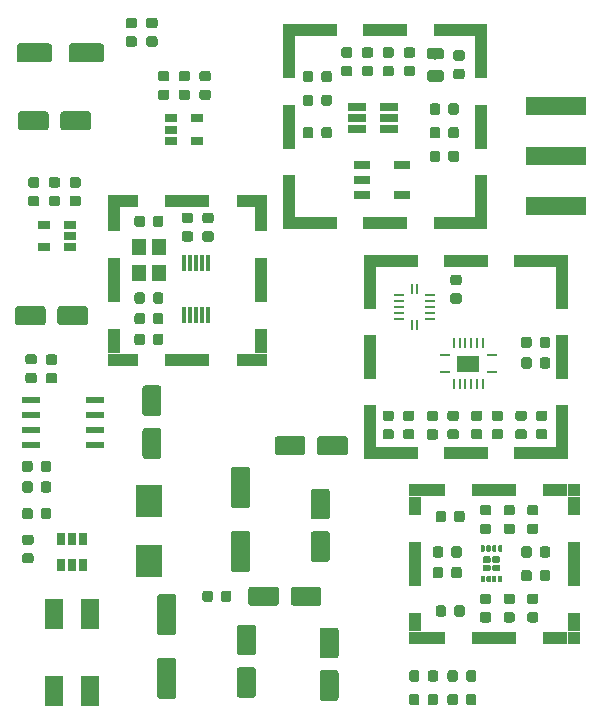
<source format=gtp>
G04 #@! TF.GenerationSoftware,KiCad,Pcbnew,(5.1.4)-1*
G04 #@! TF.CreationDate,2019-09-18T21:55:27+02:00*
G04 #@! TF.ProjectId,rf-receiver,72662d72-6563-4656-9976-65722e6b6963,rev?*
G04 #@! TF.SameCoordinates,Original*
G04 #@! TF.FileFunction,Paste,Top*
G04 #@! TF.FilePolarity,Positive*
%FSLAX46Y46*%
G04 Gerber Fmt 4.6, Leading zero omitted, Abs format (unit mm)*
G04 Created by KiCad (PCBNEW (5.1.4)-1) date 2019-09-18 21:55:27*
%MOMM*%
%LPD*%
G04 APERTURE LIST*
%ADD10R,0.280000X0.850000*%
%ADD11R,0.850000X0.280000*%
%ADD12R,1.950000X1.450000*%
%ADD13R,0.900000X0.240000*%
%ADD14R,0.240000X0.900000*%
%ADD15R,0.100000X0.600000*%
%ADD16R,1.500000X2.500000*%
%ADD17C,0.100000*%
%ADD18C,1.600000*%
%ADD19C,0.875000*%
%ADD20R,2.200000X2.700000*%
%ADD21R,1.000000X2.130000*%
%ADD22R,1.000000X3.800000*%
%ADD23R,1.650000X1.000000*%
%ADD24R,3.800000X1.000000*%
%ADD25R,1.000000X1.000000*%
%ADD26R,2.130000X1.000000*%
%ADD27R,1.000000X1.650000*%
%ADD28R,1.000000X3.550000*%
%ADD29R,3.550000X1.000000*%
%ADD30C,0.350000*%
%ADD31C,0.560000*%
%ADD32R,1.200000X1.400000*%
%ADD33R,1.060000X0.650000*%
%ADD34R,0.300000X1.450000*%
%ADD35R,0.650000X1.060000*%
%ADD36R,1.550000X0.600000*%
%ADD37C,0.975000*%
%ADD38R,5.080000X1.500000*%
%ADD39R,1.560000X0.650000*%
%ADD40R,1.400000X0.760000*%
G04 APERTURE END LIST*
D10*
X122550000Y-86575000D03*
X122050000Y-86575000D03*
X121550000Y-86575000D03*
X121050000Y-86575000D03*
X120550000Y-86575000D03*
X120050000Y-90025000D03*
X120550000Y-90025000D03*
X121050000Y-90025000D03*
X121550000Y-90025000D03*
X122050000Y-90025000D03*
X120050000Y-86575000D03*
X122550000Y-90025000D03*
D11*
X119325000Y-89050000D03*
X119325000Y-87550000D03*
D12*
X121300000Y-88300000D03*
D11*
X123275000Y-87550000D03*
X123275000Y-89050000D03*
D13*
X115450000Y-84500000D03*
X115450000Y-84000000D03*
X115450000Y-83500000D03*
X115450000Y-83000000D03*
X115450000Y-82500000D03*
X118050000Y-84500000D03*
X118050000Y-84000000D03*
X118050000Y-83500000D03*
X118050000Y-83000000D03*
X118050000Y-82500000D03*
D14*
X116950000Y-85060000D03*
X116550000Y-85050000D03*
D15*
X116750000Y-83500000D03*
D14*
X116550000Y-81950000D03*
X116950000Y-81950000D03*
D16*
X86250000Y-116000000D03*
X89250000Y-116000000D03*
X86250000Y-109500000D03*
X89250000Y-109500000D03*
D17*
G36*
X95074504Y-93751204D02*
G01*
X95098773Y-93754804D01*
X95122571Y-93760765D01*
X95145671Y-93769030D01*
X95167849Y-93779520D01*
X95188893Y-93792133D01*
X95208598Y-93806747D01*
X95226777Y-93823223D01*
X95243253Y-93841402D01*
X95257867Y-93861107D01*
X95270480Y-93882151D01*
X95280970Y-93904329D01*
X95289235Y-93927429D01*
X95295196Y-93951227D01*
X95298796Y-93975496D01*
X95300000Y-94000000D01*
X95300000Y-96100000D01*
X95298796Y-96124504D01*
X95295196Y-96148773D01*
X95289235Y-96172571D01*
X95280970Y-96195671D01*
X95270480Y-96217849D01*
X95257867Y-96238893D01*
X95243253Y-96258598D01*
X95226777Y-96276777D01*
X95208598Y-96293253D01*
X95188893Y-96307867D01*
X95167849Y-96320480D01*
X95145671Y-96330970D01*
X95122571Y-96339235D01*
X95098773Y-96345196D01*
X95074504Y-96348796D01*
X95050000Y-96350000D01*
X93950000Y-96350000D01*
X93925496Y-96348796D01*
X93901227Y-96345196D01*
X93877429Y-96339235D01*
X93854329Y-96330970D01*
X93832151Y-96320480D01*
X93811107Y-96307867D01*
X93791402Y-96293253D01*
X93773223Y-96276777D01*
X93756747Y-96258598D01*
X93742133Y-96238893D01*
X93729520Y-96217849D01*
X93719030Y-96195671D01*
X93710765Y-96172571D01*
X93704804Y-96148773D01*
X93701204Y-96124504D01*
X93700000Y-96100000D01*
X93700000Y-94000000D01*
X93701204Y-93975496D01*
X93704804Y-93951227D01*
X93710765Y-93927429D01*
X93719030Y-93904329D01*
X93729520Y-93882151D01*
X93742133Y-93861107D01*
X93756747Y-93841402D01*
X93773223Y-93823223D01*
X93791402Y-93806747D01*
X93811107Y-93792133D01*
X93832151Y-93779520D01*
X93854329Y-93769030D01*
X93877429Y-93760765D01*
X93901227Y-93754804D01*
X93925496Y-93751204D01*
X93950000Y-93750000D01*
X95050000Y-93750000D01*
X95074504Y-93751204D01*
X95074504Y-93751204D01*
G37*
D18*
X94500000Y-95050000D03*
D17*
G36*
X95074504Y-90151204D02*
G01*
X95098773Y-90154804D01*
X95122571Y-90160765D01*
X95145671Y-90169030D01*
X95167849Y-90179520D01*
X95188893Y-90192133D01*
X95208598Y-90206747D01*
X95226777Y-90223223D01*
X95243253Y-90241402D01*
X95257867Y-90261107D01*
X95270480Y-90282151D01*
X95280970Y-90304329D01*
X95289235Y-90327429D01*
X95295196Y-90351227D01*
X95298796Y-90375496D01*
X95300000Y-90400000D01*
X95300000Y-92500000D01*
X95298796Y-92524504D01*
X95295196Y-92548773D01*
X95289235Y-92572571D01*
X95280970Y-92595671D01*
X95270480Y-92617849D01*
X95257867Y-92638893D01*
X95243253Y-92658598D01*
X95226777Y-92676777D01*
X95208598Y-92693253D01*
X95188893Y-92707867D01*
X95167849Y-92720480D01*
X95145671Y-92730970D01*
X95122571Y-92739235D01*
X95098773Y-92745196D01*
X95074504Y-92748796D01*
X95050000Y-92750000D01*
X93950000Y-92750000D01*
X93925496Y-92748796D01*
X93901227Y-92745196D01*
X93877429Y-92739235D01*
X93854329Y-92730970D01*
X93832151Y-92720480D01*
X93811107Y-92707867D01*
X93791402Y-92693253D01*
X93773223Y-92676777D01*
X93756747Y-92658598D01*
X93742133Y-92638893D01*
X93729520Y-92617849D01*
X93719030Y-92595671D01*
X93710765Y-92572571D01*
X93704804Y-92548773D01*
X93701204Y-92524504D01*
X93700000Y-92500000D01*
X93700000Y-90400000D01*
X93701204Y-90375496D01*
X93704804Y-90351227D01*
X93710765Y-90327429D01*
X93719030Y-90304329D01*
X93729520Y-90282151D01*
X93742133Y-90261107D01*
X93756747Y-90241402D01*
X93773223Y-90223223D01*
X93791402Y-90206747D01*
X93811107Y-90192133D01*
X93832151Y-90179520D01*
X93854329Y-90169030D01*
X93877429Y-90160765D01*
X93901227Y-90154804D01*
X93925496Y-90151204D01*
X93950000Y-90150000D01*
X95050000Y-90150000D01*
X95074504Y-90151204D01*
X95074504Y-90151204D01*
G37*
D18*
X94500000Y-91450000D03*
D17*
G36*
X85524504Y-66951204D02*
G01*
X85548773Y-66954804D01*
X85572571Y-66960765D01*
X85595671Y-66969030D01*
X85617849Y-66979520D01*
X85638893Y-66992133D01*
X85658598Y-67006747D01*
X85676777Y-67023223D01*
X85693253Y-67041402D01*
X85707867Y-67061107D01*
X85720480Y-67082151D01*
X85730970Y-67104329D01*
X85739235Y-67127429D01*
X85745196Y-67151227D01*
X85748796Y-67175496D01*
X85750000Y-67200000D01*
X85750000Y-68300000D01*
X85748796Y-68324504D01*
X85745196Y-68348773D01*
X85739235Y-68372571D01*
X85730970Y-68395671D01*
X85720480Y-68417849D01*
X85707867Y-68438893D01*
X85693253Y-68458598D01*
X85676777Y-68476777D01*
X85658598Y-68493253D01*
X85638893Y-68507867D01*
X85617849Y-68520480D01*
X85595671Y-68530970D01*
X85572571Y-68539235D01*
X85548773Y-68545196D01*
X85524504Y-68548796D01*
X85500000Y-68550000D01*
X83400000Y-68550000D01*
X83375496Y-68548796D01*
X83351227Y-68545196D01*
X83327429Y-68539235D01*
X83304329Y-68530970D01*
X83282151Y-68520480D01*
X83261107Y-68507867D01*
X83241402Y-68493253D01*
X83223223Y-68476777D01*
X83206747Y-68458598D01*
X83192133Y-68438893D01*
X83179520Y-68417849D01*
X83169030Y-68395671D01*
X83160765Y-68372571D01*
X83154804Y-68348773D01*
X83151204Y-68324504D01*
X83150000Y-68300000D01*
X83150000Y-67200000D01*
X83151204Y-67175496D01*
X83154804Y-67151227D01*
X83160765Y-67127429D01*
X83169030Y-67104329D01*
X83179520Y-67082151D01*
X83192133Y-67061107D01*
X83206747Y-67041402D01*
X83223223Y-67023223D01*
X83241402Y-67006747D01*
X83261107Y-66992133D01*
X83282151Y-66979520D01*
X83304329Y-66969030D01*
X83327429Y-66960765D01*
X83351227Y-66954804D01*
X83375496Y-66951204D01*
X83400000Y-66950000D01*
X85500000Y-66950000D01*
X85524504Y-66951204D01*
X85524504Y-66951204D01*
G37*
D18*
X84450000Y-67750000D03*
D17*
G36*
X89124504Y-66951204D02*
G01*
X89148773Y-66954804D01*
X89172571Y-66960765D01*
X89195671Y-66969030D01*
X89217849Y-66979520D01*
X89238893Y-66992133D01*
X89258598Y-67006747D01*
X89276777Y-67023223D01*
X89293253Y-67041402D01*
X89307867Y-67061107D01*
X89320480Y-67082151D01*
X89330970Y-67104329D01*
X89339235Y-67127429D01*
X89345196Y-67151227D01*
X89348796Y-67175496D01*
X89350000Y-67200000D01*
X89350000Y-68300000D01*
X89348796Y-68324504D01*
X89345196Y-68348773D01*
X89339235Y-68372571D01*
X89330970Y-68395671D01*
X89320480Y-68417849D01*
X89307867Y-68438893D01*
X89293253Y-68458598D01*
X89276777Y-68476777D01*
X89258598Y-68493253D01*
X89238893Y-68507867D01*
X89217849Y-68520480D01*
X89195671Y-68530970D01*
X89172571Y-68539235D01*
X89148773Y-68545196D01*
X89124504Y-68548796D01*
X89100000Y-68550000D01*
X87000000Y-68550000D01*
X86975496Y-68548796D01*
X86951227Y-68545196D01*
X86927429Y-68539235D01*
X86904329Y-68530970D01*
X86882151Y-68520480D01*
X86861107Y-68507867D01*
X86841402Y-68493253D01*
X86823223Y-68476777D01*
X86806747Y-68458598D01*
X86792133Y-68438893D01*
X86779520Y-68417849D01*
X86769030Y-68395671D01*
X86760765Y-68372571D01*
X86754804Y-68348773D01*
X86751204Y-68324504D01*
X86750000Y-68300000D01*
X86750000Y-67200000D01*
X86751204Y-67175496D01*
X86754804Y-67151227D01*
X86760765Y-67127429D01*
X86769030Y-67104329D01*
X86779520Y-67082151D01*
X86792133Y-67061107D01*
X86806747Y-67041402D01*
X86823223Y-67023223D01*
X86841402Y-67006747D01*
X86861107Y-66992133D01*
X86882151Y-66979520D01*
X86904329Y-66969030D01*
X86927429Y-66960765D01*
X86951227Y-66954804D01*
X86975496Y-66951204D01*
X87000000Y-66950000D01*
X89100000Y-66950000D01*
X89124504Y-66951204D01*
X89124504Y-66951204D01*
G37*
D18*
X88050000Y-67750000D03*
D17*
G36*
X85274504Y-83451204D02*
G01*
X85298773Y-83454804D01*
X85322571Y-83460765D01*
X85345671Y-83469030D01*
X85367849Y-83479520D01*
X85388893Y-83492133D01*
X85408598Y-83506747D01*
X85426777Y-83523223D01*
X85443253Y-83541402D01*
X85457867Y-83561107D01*
X85470480Y-83582151D01*
X85480970Y-83604329D01*
X85489235Y-83627429D01*
X85495196Y-83651227D01*
X85498796Y-83675496D01*
X85500000Y-83700000D01*
X85500000Y-84800000D01*
X85498796Y-84824504D01*
X85495196Y-84848773D01*
X85489235Y-84872571D01*
X85480970Y-84895671D01*
X85470480Y-84917849D01*
X85457867Y-84938893D01*
X85443253Y-84958598D01*
X85426777Y-84976777D01*
X85408598Y-84993253D01*
X85388893Y-85007867D01*
X85367849Y-85020480D01*
X85345671Y-85030970D01*
X85322571Y-85039235D01*
X85298773Y-85045196D01*
X85274504Y-85048796D01*
X85250000Y-85050000D01*
X83150000Y-85050000D01*
X83125496Y-85048796D01*
X83101227Y-85045196D01*
X83077429Y-85039235D01*
X83054329Y-85030970D01*
X83032151Y-85020480D01*
X83011107Y-85007867D01*
X82991402Y-84993253D01*
X82973223Y-84976777D01*
X82956747Y-84958598D01*
X82942133Y-84938893D01*
X82929520Y-84917849D01*
X82919030Y-84895671D01*
X82910765Y-84872571D01*
X82904804Y-84848773D01*
X82901204Y-84824504D01*
X82900000Y-84800000D01*
X82900000Y-83700000D01*
X82901204Y-83675496D01*
X82904804Y-83651227D01*
X82910765Y-83627429D01*
X82919030Y-83604329D01*
X82929520Y-83582151D01*
X82942133Y-83561107D01*
X82956747Y-83541402D01*
X82973223Y-83523223D01*
X82991402Y-83506747D01*
X83011107Y-83492133D01*
X83032151Y-83479520D01*
X83054329Y-83469030D01*
X83077429Y-83460765D01*
X83101227Y-83454804D01*
X83125496Y-83451204D01*
X83150000Y-83450000D01*
X85250000Y-83450000D01*
X85274504Y-83451204D01*
X85274504Y-83451204D01*
G37*
D18*
X84200000Y-84250000D03*
D17*
G36*
X88874504Y-83451204D02*
G01*
X88898773Y-83454804D01*
X88922571Y-83460765D01*
X88945671Y-83469030D01*
X88967849Y-83479520D01*
X88988893Y-83492133D01*
X89008598Y-83506747D01*
X89026777Y-83523223D01*
X89043253Y-83541402D01*
X89057867Y-83561107D01*
X89070480Y-83582151D01*
X89080970Y-83604329D01*
X89089235Y-83627429D01*
X89095196Y-83651227D01*
X89098796Y-83675496D01*
X89100000Y-83700000D01*
X89100000Y-84800000D01*
X89098796Y-84824504D01*
X89095196Y-84848773D01*
X89089235Y-84872571D01*
X89080970Y-84895671D01*
X89070480Y-84917849D01*
X89057867Y-84938893D01*
X89043253Y-84958598D01*
X89026777Y-84976777D01*
X89008598Y-84993253D01*
X88988893Y-85007867D01*
X88967849Y-85020480D01*
X88945671Y-85030970D01*
X88922571Y-85039235D01*
X88898773Y-85045196D01*
X88874504Y-85048796D01*
X88850000Y-85050000D01*
X86750000Y-85050000D01*
X86725496Y-85048796D01*
X86701227Y-85045196D01*
X86677429Y-85039235D01*
X86654329Y-85030970D01*
X86632151Y-85020480D01*
X86611107Y-85007867D01*
X86591402Y-84993253D01*
X86573223Y-84976777D01*
X86556747Y-84958598D01*
X86542133Y-84938893D01*
X86529520Y-84917849D01*
X86519030Y-84895671D01*
X86510765Y-84872571D01*
X86504804Y-84848773D01*
X86501204Y-84824504D01*
X86500000Y-84800000D01*
X86500000Y-83700000D01*
X86501204Y-83675496D01*
X86504804Y-83651227D01*
X86510765Y-83627429D01*
X86519030Y-83604329D01*
X86529520Y-83582151D01*
X86542133Y-83561107D01*
X86556747Y-83541402D01*
X86573223Y-83523223D01*
X86591402Y-83506747D01*
X86611107Y-83492133D01*
X86632151Y-83479520D01*
X86654329Y-83469030D01*
X86677429Y-83460765D01*
X86701227Y-83454804D01*
X86725496Y-83451204D01*
X86750000Y-83450000D01*
X88850000Y-83450000D01*
X88874504Y-83451204D01*
X88874504Y-83451204D01*
G37*
D18*
X87800000Y-84250000D03*
D17*
G36*
X108624504Y-107201204D02*
G01*
X108648773Y-107204804D01*
X108672571Y-107210765D01*
X108695671Y-107219030D01*
X108717849Y-107229520D01*
X108738893Y-107242133D01*
X108758598Y-107256747D01*
X108776777Y-107273223D01*
X108793253Y-107291402D01*
X108807867Y-107311107D01*
X108820480Y-107332151D01*
X108830970Y-107354329D01*
X108839235Y-107377429D01*
X108845196Y-107401227D01*
X108848796Y-107425496D01*
X108850000Y-107450000D01*
X108850000Y-108550000D01*
X108848796Y-108574504D01*
X108845196Y-108598773D01*
X108839235Y-108622571D01*
X108830970Y-108645671D01*
X108820480Y-108667849D01*
X108807867Y-108688893D01*
X108793253Y-108708598D01*
X108776777Y-108726777D01*
X108758598Y-108743253D01*
X108738893Y-108757867D01*
X108717849Y-108770480D01*
X108695671Y-108780970D01*
X108672571Y-108789235D01*
X108648773Y-108795196D01*
X108624504Y-108798796D01*
X108600000Y-108800000D01*
X106500000Y-108800000D01*
X106475496Y-108798796D01*
X106451227Y-108795196D01*
X106427429Y-108789235D01*
X106404329Y-108780970D01*
X106382151Y-108770480D01*
X106361107Y-108757867D01*
X106341402Y-108743253D01*
X106323223Y-108726777D01*
X106306747Y-108708598D01*
X106292133Y-108688893D01*
X106279520Y-108667849D01*
X106269030Y-108645671D01*
X106260765Y-108622571D01*
X106254804Y-108598773D01*
X106251204Y-108574504D01*
X106250000Y-108550000D01*
X106250000Y-107450000D01*
X106251204Y-107425496D01*
X106254804Y-107401227D01*
X106260765Y-107377429D01*
X106269030Y-107354329D01*
X106279520Y-107332151D01*
X106292133Y-107311107D01*
X106306747Y-107291402D01*
X106323223Y-107273223D01*
X106341402Y-107256747D01*
X106361107Y-107242133D01*
X106382151Y-107229520D01*
X106404329Y-107219030D01*
X106427429Y-107210765D01*
X106451227Y-107204804D01*
X106475496Y-107201204D01*
X106500000Y-107200000D01*
X108600000Y-107200000D01*
X108624504Y-107201204D01*
X108624504Y-107201204D01*
G37*
D18*
X107550000Y-108000000D03*
D17*
G36*
X105024504Y-107201204D02*
G01*
X105048773Y-107204804D01*
X105072571Y-107210765D01*
X105095671Y-107219030D01*
X105117849Y-107229520D01*
X105138893Y-107242133D01*
X105158598Y-107256747D01*
X105176777Y-107273223D01*
X105193253Y-107291402D01*
X105207867Y-107311107D01*
X105220480Y-107332151D01*
X105230970Y-107354329D01*
X105239235Y-107377429D01*
X105245196Y-107401227D01*
X105248796Y-107425496D01*
X105250000Y-107450000D01*
X105250000Y-108550000D01*
X105248796Y-108574504D01*
X105245196Y-108598773D01*
X105239235Y-108622571D01*
X105230970Y-108645671D01*
X105220480Y-108667849D01*
X105207867Y-108688893D01*
X105193253Y-108708598D01*
X105176777Y-108726777D01*
X105158598Y-108743253D01*
X105138893Y-108757867D01*
X105117849Y-108770480D01*
X105095671Y-108780970D01*
X105072571Y-108789235D01*
X105048773Y-108795196D01*
X105024504Y-108798796D01*
X105000000Y-108800000D01*
X102900000Y-108800000D01*
X102875496Y-108798796D01*
X102851227Y-108795196D01*
X102827429Y-108789235D01*
X102804329Y-108780970D01*
X102782151Y-108770480D01*
X102761107Y-108757867D01*
X102741402Y-108743253D01*
X102723223Y-108726777D01*
X102706747Y-108708598D01*
X102692133Y-108688893D01*
X102679520Y-108667849D01*
X102669030Y-108645671D01*
X102660765Y-108622571D01*
X102654804Y-108598773D01*
X102651204Y-108574504D01*
X102650000Y-108550000D01*
X102650000Y-107450000D01*
X102651204Y-107425496D01*
X102654804Y-107401227D01*
X102660765Y-107377429D01*
X102669030Y-107354329D01*
X102679520Y-107332151D01*
X102692133Y-107311107D01*
X102706747Y-107291402D01*
X102723223Y-107273223D01*
X102741402Y-107256747D01*
X102761107Y-107242133D01*
X102782151Y-107229520D01*
X102804329Y-107219030D01*
X102827429Y-107210765D01*
X102851227Y-107204804D01*
X102875496Y-107201204D01*
X102900000Y-107200000D01*
X105000000Y-107200000D01*
X105024504Y-107201204D01*
X105024504Y-107201204D01*
G37*
D18*
X103950000Y-108000000D03*
D17*
G36*
X110074504Y-114251204D02*
G01*
X110098773Y-114254804D01*
X110122571Y-114260765D01*
X110145671Y-114269030D01*
X110167849Y-114279520D01*
X110188893Y-114292133D01*
X110208598Y-114306747D01*
X110226777Y-114323223D01*
X110243253Y-114341402D01*
X110257867Y-114361107D01*
X110270480Y-114382151D01*
X110280970Y-114404329D01*
X110289235Y-114427429D01*
X110295196Y-114451227D01*
X110298796Y-114475496D01*
X110300000Y-114500000D01*
X110300000Y-116600000D01*
X110298796Y-116624504D01*
X110295196Y-116648773D01*
X110289235Y-116672571D01*
X110280970Y-116695671D01*
X110270480Y-116717849D01*
X110257867Y-116738893D01*
X110243253Y-116758598D01*
X110226777Y-116776777D01*
X110208598Y-116793253D01*
X110188893Y-116807867D01*
X110167849Y-116820480D01*
X110145671Y-116830970D01*
X110122571Y-116839235D01*
X110098773Y-116845196D01*
X110074504Y-116848796D01*
X110050000Y-116850000D01*
X108950000Y-116850000D01*
X108925496Y-116848796D01*
X108901227Y-116845196D01*
X108877429Y-116839235D01*
X108854329Y-116830970D01*
X108832151Y-116820480D01*
X108811107Y-116807867D01*
X108791402Y-116793253D01*
X108773223Y-116776777D01*
X108756747Y-116758598D01*
X108742133Y-116738893D01*
X108729520Y-116717849D01*
X108719030Y-116695671D01*
X108710765Y-116672571D01*
X108704804Y-116648773D01*
X108701204Y-116624504D01*
X108700000Y-116600000D01*
X108700000Y-114500000D01*
X108701204Y-114475496D01*
X108704804Y-114451227D01*
X108710765Y-114427429D01*
X108719030Y-114404329D01*
X108729520Y-114382151D01*
X108742133Y-114361107D01*
X108756747Y-114341402D01*
X108773223Y-114323223D01*
X108791402Y-114306747D01*
X108811107Y-114292133D01*
X108832151Y-114279520D01*
X108854329Y-114269030D01*
X108877429Y-114260765D01*
X108901227Y-114254804D01*
X108925496Y-114251204D01*
X108950000Y-114250000D01*
X110050000Y-114250000D01*
X110074504Y-114251204D01*
X110074504Y-114251204D01*
G37*
D18*
X109500000Y-115550000D03*
D17*
G36*
X110074504Y-110651204D02*
G01*
X110098773Y-110654804D01*
X110122571Y-110660765D01*
X110145671Y-110669030D01*
X110167849Y-110679520D01*
X110188893Y-110692133D01*
X110208598Y-110706747D01*
X110226777Y-110723223D01*
X110243253Y-110741402D01*
X110257867Y-110761107D01*
X110270480Y-110782151D01*
X110280970Y-110804329D01*
X110289235Y-110827429D01*
X110295196Y-110851227D01*
X110298796Y-110875496D01*
X110300000Y-110900000D01*
X110300000Y-113000000D01*
X110298796Y-113024504D01*
X110295196Y-113048773D01*
X110289235Y-113072571D01*
X110280970Y-113095671D01*
X110270480Y-113117849D01*
X110257867Y-113138893D01*
X110243253Y-113158598D01*
X110226777Y-113176777D01*
X110208598Y-113193253D01*
X110188893Y-113207867D01*
X110167849Y-113220480D01*
X110145671Y-113230970D01*
X110122571Y-113239235D01*
X110098773Y-113245196D01*
X110074504Y-113248796D01*
X110050000Y-113250000D01*
X108950000Y-113250000D01*
X108925496Y-113248796D01*
X108901227Y-113245196D01*
X108877429Y-113239235D01*
X108854329Y-113230970D01*
X108832151Y-113220480D01*
X108811107Y-113207867D01*
X108791402Y-113193253D01*
X108773223Y-113176777D01*
X108756747Y-113158598D01*
X108742133Y-113138893D01*
X108729520Y-113117849D01*
X108719030Y-113095671D01*
X108710765Y-113072571D01*
X108704804Y-113048773D01*
X108701204Y-113024504D01*
X108700000Y-113000000D01*
X108700000Y-110900000D01*
X108701204Y-110875496D01*
X108704804Y-110851227D01*
X108710765Y-110827429D01*
X108719030Y-110804329D01*
X108729520Y-110782151D01*
X108742133Y-110761107D01*
X108756747Y-110741402D01*
X108773223Y-110723223D01*
X108791402Y-110706747D01*
X108811107Y-110692133D01*
X108832151Y-110679520D01*
X108854329Y-110669030D01*
X108877429Y-110660765D01*
X108901227Y-110654804D01*
X108925496Y-110651204D01*
X108950000Y-110650000D01*
X110050000Y-110650000D01*
X110074504Y-110651204D01*
X110074504Y-110651204D01*
G37*
D18*
X109500000Y-111950000D03*
D17*
G36*
X103074504Y-114001204D02*
G01*
X103098773Y-114004804D01*
X103122571Y-114010765D01*
X103145671Y-114019030D01*
X103167849Y-114029520D01*
X103188893Y-114042133D01*
X103208598Y-114056747D01*
X103226777Y-114073223D01*
X103243253Y-114091402D01*
X103257867Y-114111107D01*
X103270480Y-114132151D01*
X103280970Y-114154329D01*
X103289235Y-114177429D01*
X103295196Y-114201227D01*
X103298796Y-114225496D01*
X103300000Y-114250000D01*
X103300000Y-116350000D01*
X103298796Y-116374504D01*
X103295196Y-116398773D01*
X103289235Y-116422571D01*
X103280970Y-116445671D01*
X103270480Y-116467849D01*
X103257867Y-116488893D01*
X103243253Y-116508598D01*
X103226777Y-116526777D01*
X103208598Y-116543253D01*
X103188893Y-116557867D01*
X103167849Y-116570480D01*
X103145671Y-116580970D01*
X103122571Y-116589235D01*
X103098773Y-116595196D01*
X103074504Y-116598796D01*
X103050000Y-116600000D01*
X101950000Y-116600000D01*
X101925496Y-116598796D01*
X101901227Y-116595196D01*
X101877429Y-116589235D01*
X101854329Y-116580970D01*
X101832151Y-116570480D01*
X101811107Y-116557867D01*
X101791402Y-116543253D01*
X101773223Y-116526777D01*
X101756747Y-116508598D01*
X101742133Y-116488893D01*
X101729520Y-116467849D01*
X101719030Y-116445671D01*
X101710765Y-116422571D01*
X101704804Y-116398773D01*
X101701204Y-116374504D01*
X101700000Y-116350000D01*
X101700000Y-114250000D01*
X101701204Y-114225496D01*
X101704804Y-114201227D01*
X101710765Y-114177429D01*
X101719030Y-114154329D01*
X101729520Y-114132151D01*
X101742133Y-114111107D01*
X101756747Y-114091402D01*
X101773223Y-114073223D01*
X101791402Y-114056747D01*
X101811107Y-114042133D01*
X101832151Y-114029520D01*
X101854329Y-114019030D01*
X101877429Y-114010765D01*
X101901227Y-114004804D01*
X101925496Y-114001204D01*
X101950000Y-114000000D01*
X103050000Y-114000000D01*
X103074504Y-114001204D01*
X103074504Y-114001204D01*
G37*
D18*
X102500000Y-115300000D03*
D17*
G36*
X103074504Y-110401204D02*
G01*
X103098773Y-110404804D01*
X103122571Y-110410765D01*
X103145671Y-110419030D01*
X103167849Y-110429520D01*
X103188893Y-110442133D01*
X103208598Y-110456747D01*
X103226777Y-110473223D01*
X103243253Y-110491402D01*
X103257867Y-110511107D01*
X103270480Y-110532151D01*
X103280970Y-110554329D01*
X103289235Y-110577429D01*
X103295196Y-110601227D01*
X103298796Y-110625496D01*
X103300000Y-110650000D01*
X103300000Y-112750000D01*
X103298796Y-112774504D01*
X103295196Y-112798773D01*
X103289235Y-112822571D01*
X103280970Y-112845671D01*
X103270480Y-112867849D01*
X103257867Y-112888893D01*
X103243253Y-112908598D01*
X103226777Y-112926777D01*
X103208598Y-112943253D01*
X103188893Y-112957867D01*
X103167849Y-112970480D01*
X103145671Y-112980970D01*
X103122571Y-112989235D01*
X103098773Y-112995196D01*
X103074504Y-112998796D01*
X103050000Y-113000000D01*
X101950000Y-113000000D01*
X101925496Y-112998796D01*
X101901227Y-112995196D01*
X101877429Y-112989235D01*
X101854329Y-112980970D01*
X101832151Y-112970480D01*
X101811107Y-112957867D01*
X101791402Y-112943253D01*
X101773223Y-112926777D01*
X101756747Y-112908598D01*
X101742133Y-112888893D01*
X101729520Y-112867849D01*
X101719030Y-112845671D01*
X101710765Y-112822571D01*
X101704804Y-112798773D01*
X101701204Y-112774504D01*
X101700000Y-112750000D01*
X101700000Y-110650000D01*
X101701204Y-110625496D01*
X101704804Y-110601227D01*
X101710765Y-110577429D01*
X101719030Y-110554329D01*
X101729520Y-110532151D01*
X101742133Y-110511107D01*
X101756747Y-110491402D01*
X101773223Y-110473223D01*
X101791402Y-110456747D01*
X101811107Y-110442133D01*
X101832151Y-110429520D01*
X101854329Y-110419030D01*
X101877429Y-110410765D01*
X101901227Y-110404804D01*
X101925496Y-110401204D01*
X101950000Y-110400000D01*
X103050000Y-110400000D01*
X103074504Y-110401204D01*
X103074504Y-110401204D01*
G37*
D18*
X102500000Y-111700000D03*
D17*
G36*
X126452691Y-105776053D02*
G01*
X126473926Y-105779203D01*
X126494750Y-105784419D01*
X126514962Y-105791651D01*
X126534368Y-105800830D01*
X126552781Y-105811866D01*
X126570024Y-105824654D01*
X126585930Y-105839070D01*
X126600346Y-105854976D01*
X126613134Y-105872219D01*
X126624170Y-105890632D01*
X126633349Y-105910038D01*
X126640581Y-105930250D01*
X126645797Y-105951074D01*
X126648947Y-105972309D01*
X126650000Y-105993750D01*
X126650000Y-106506250D01*
X126648947Y-106527691D01*
X126645797Y-106548926D01*
X126640581Y-106569750D01*
X126633349Y-106589962D01*
X126624170Y-106609368D01*
X126613134Y-106627781D01*
X126600346Y-106645024D01*
X126585930Y-106660930D01*
X126570024Y-106675346D01*
X126552781Y-106688134D01*
X126534368Y-106699170D01*
X126514962Y-106708349D01*
X126494750Y-106715581D01*
X126473926Y-106720797D01*
X126452691Y-106723947D01*
X126431250Y-106725000D01*
X125993750Y-106725000D01*
X125972309Y-106723947D01*
X125951074Y-106720797D01*
X125930250Y-106715581D01*
X125910038Y-106708349D01*
X125890632Y-106699170D01*
X125872219Y-106688134D01*
X125854976Y-106675346D01*
X125839070Y-106660930D01*
X125824654Y-106645024D01*
X125811866Y-106627781D01*
X125800830Y-106609368D01*
X125791651Y-106589962D01*
X125784419Y-106569750D01*
X125779203Y-106548926D01*
X125776053Y-106527691D01*
X125775000Y-106506250D01*
X125775000Y-105993750D01*
X125776053Y-105972309D01*
X125779203Y-105951074D01*
X125784419Y-105930250D01*
X125791651Y-105910038D01*
X125800830Y-105890632D01*
X125811866Y-105872219D01*
X125824654Y-105854976D01*
X125839070Y-105839070D01*
X125854976Y-105824654D01*
X125872219Y-105811866D01*
X125890632Y-105800830D01*
X125910038Y-105791651D01*
X125930250Y-105784419D01*
X125951074Y-105779203D01*
X125972309Y-105776053D01*
X125993750Y-105775000D01*
X126431250Y-105775000D01*
X126452691Y-105776053D01*
X126452691Y-105776053D01*
G37*
D19*
X126212500Y-106250000D03*
D17*
G36*
X128027691Y-105776053D02*
G01*
X128048926Y-105779203D01*
X128069750Y-105784419D01*
X128089962Y-105791651D01*
X128109368Y-105800830D01*
X128127781Y-105811866D01*
X128145024Y-105824654D01*
X128160930Y-105839070D01*
X128175346Y-105854976D01*
X128188134Y-105872219D01*
X128199170Y-105890632D01*
X128208349Y-105910038D01*
X128215581Y-105930250D01*
X128220797Y-105951074D01*
X128223947Y-105972309D01*
X128225000Y-105993750D01*
X128225000Y-106506250D01*
X128223947Y-106527691D01*
X128220797Y-106548926D01*
X128215581Y-106569750D01*
X128208349Y-106589962D01*
X128199170Y-106609368D01*
X128188134Y-106627781D01*
X128175346Y-106645024D01*
X128160930Y-106660930D01*
X128145024Y-106675346D01*
X128127781Y-106688134D01*
X128109368Y-106699170D01*
X128089962Y-106708349D01*
X128069750Y-106715581D01*
X128048926Y-106720797D01*
X128027691Y-106723947D01*
X128006250Y-106725000D01*
X127568750Y-106725000D01*
X127547309Y-106723947D01*
X127526074Y-106720797D01*
X127505250Y-106715581D01*
X127485038Y-106708349D01*
X127465632Y-106699170D01*
X127447219Y-106688134D01*
X127429976Y-106675346D01*
X127414070Y-106660930D01*
X127399654Y-106645024D01*
X127386866Y-106627781D01*
X127375830Y-106609368D01*
X127366651Y-106589962D01*
X127359419Y-106569750D01*
X127354203Y-106548926D01*
X127351053Y-106527691D01*
X127350000Y-106506250D01*
X127350000Y-105993750D01*
X127351053Y-105972309D01*
X127354203Y-105951074D01*
X127359419Y-105930250D01*
X127366651Y-105910038D01*
X127375830Y-105890632D01*
X127386866Y-105872219D01*
X127399654Y-105854976D01*
X127414070Y-105839070D01*
X127429976Y-105824654D01*
X127447219Y-105811866D01*
X127465632Y-105800830D01*
X127485038Y-105791651D01*
X127505250Y-105784419D01*
X127526074Y-105779203D01*
X127547309Y-105776053D01*
X127568750Y-105775000D01*
X128006250Y-105775000D01*
X128027691Y-105776053D01*
X128027691Y-105776053D01*
G37*
D19*
X127787500Y-106250000D03*
D17*
G36*
X88277691Y-72526053D02*
G01*
X88298926Y-72529203D01*
X88319750Y-72534419D01*
X88339962Y-72541651D01*
X88359368Y-72550830D01*
X88377781Y-72561866D01*
X88395024Y-72574654D01*
X88410930Y-72589070D01*
X88425346Y-72604976D01*
X88438134Y-72622219D01*
X88449170Y-72640632D01*
X88458349Y-72660038D01*
X88465581Y-72680250D01*
X88470797Y-72701074D01*
X88473947Y-72722309D01*
X88475000Y-72743750D01*
X88475000Y-73181250D01*
X88473947Y-73202691D01*
X88470797Y-73223926D01*
X88465581Y-73244750D01*
X88458349Y-73264962D01*
X88449170Y-73284368D01*
X88438134Y-73302781D01*
X88425346Y-73320024D01*
X88410930Y-73335930D01*
X88395024Y-73350346D01*
X88377781Y-73363134D01*
X88359368Y-73374170D01*
X88339962Y-73383349D01*
X88319750Y-73390581D01*
X88298926Y-73395797D01*
X88277691Y-73398947D01*
X88256250Y-73400000D01*
X87743750Y-73400000D01*
X87722309Y-73398947D01*
X87701074Y-73395797D01*
X87680250Y-73390581D01*
X87660038Y-73383349D01*
X87640632Y-73374170D01*
X87622219Y-73363134D01*
X87604976Y-73350346D01*
X87589070Y-73335930D01*
X87574654Y-73320024D01*
X87561866Y-73302781D01*
X87550830Y-73284368D01*
X87541651Y-73264962D01*
X87534419Y-73244750D01*
X87529203Y-73223926D01*
X87526053Y-73202691D01*
X87525000Y-73181250D01*
X87525000Y-72743750D01*
X87526053Y-72722309D01*
X87529203Y-72701074D01*
X87534419Y-72680250D01*
X87541651Y-72660038D01*
X87550830Y-72640632D01*
X87561866Y-72622219D01*
X87574654Y-72604976D01*
X87589070Y-72589070D01*
X87604976Y-72574654D01*
X87622219Y-72561866D01*
X87640632Y-72550830D01*
X87660038Y-72541651D01*
X87680250Y-72534419D01*
X87701074Y-72529203D01*
X87722309Y-72526053D01*
X87743750Y-72525000D01*
X88256250Y-72525000D01*
X88277691Y-72526053D01*
X88277691Y-72526053D01*
G37*
D19*
X88000000Y-72962500D03*
D17*
G36*
X88277691Y-74101053D02*
G01*
X88298926Y-74104203D01*
X88319750Y-74109419D01*
X88339962Y-74116651D01*
X88359368Y-74125830D01*
X88377781Y-74136866D01*
X88395024Y-74149654D01*
X88410930Y-74164070D01*
X88425346Y-74179976D01*
X88438134Y-74197219D01*
X88449170Y-74215632D01*
X88458349Y-74235038D01*
X88465581Y-74255250D01*
X88470797Y-74276074D01*
X88473947Y-74297309D01*
X88475000Y-74318750D01*
X88475000Y-74756250D01*
X88473947Y-74777691D01*
X88470797Y-74798926D01*
X88465581Y-74819750D01*
X88458349Y-74839962D01*
X88449170Y-74859368D01*
X88438134Y-74877781D01*
X88425346Y-74895024D01*
X88410930Y-74910930D01*
X88395024Y-74925346D01*
X88377781Y-74938134D01*
X88359368Y-74949170D01*
X88339962Y-74958349D01*
X88319750Y-74965581D01*
X88298926Y-74970797D01*
X88277691Y-74973947D01*
X88256250Y-74975000D01*
X87743750Y-74975000D01*
X87722309Y-74973947D01*
X87701074Y-74970797D01*
X87680250Y-74965581D01*
X87660038Y-74958349D01*
X87640632Y-74949170D01*
X87622219Y-74938134D01*
X87604976Y-74925346D01*
X87589070Y-74910930D01*
X87574654Y-74895024D01*
X87561866Y-74877781D01*
X87550830Y-74859368D01*
X87541651Y-74839962D01*
X87534419Y-74819750D01*
X87529203Y-74798926D01*
X87526053Y-74777691D01*
X87525000Y-74756250D01*
X87525000Y-74318750D01*
X87526053Y-74297309D01*
X87529203Y-74276074D01*
X87534419Y-74255250D01*
X87541651Y-74235038D01*
X87550830Y-74215632D01*
X87561866Y-74197219D01*
X87574654Y-74179976D01*
X87589070Y-74164070D01*
X87604976Y-74149654D01*
X87622219Y-74136866D01*
X87640632Y-74125830D01*
X87660038Y-74116651D01*
X87680250Y-74109419D01*
X87701074Y-74104203D01*
X87722309Y-74101053D01*
X87743750Y-74100000D01*
X88256250Y-74100000D01*
X88277691Y-74101053D01*
X88277691Y-74101053D01*
G37*
D19*
X88000000Y-74537500D03*
D17*
G36*
X84777691Y-72526053D02*
G01*
X84798926Y-72529203D01*
X84819750Y-72534419D01*
X84839962Y-72541651D01*
X84859368Y-72550830D01*
X84877781Y-72561866D01*
X84895024Y-72574654D01*
X84910930Y-72589070D01*
X84925346Y-72604976D01*
X84938134Y-72622219D01*
X84949170Y-72640632D01*
X84958349Y-72660038D01*
X84965581Y-72680250D01*
X84970797Y-72701074D01*
X84973947Y-72722309D01*
X84975000Y-72743750D01*
X84975000Y-73181250D01*
X84973947Y-73202691D01*
X84970797Y-73223926D01*
X84965581Y-73244750D01*
X84958349Y-73264962D01*
X84949170Y-73284368D01*
X84938134Y-73302781D01*
X84925346Y-73320024D01*
X84910930Y-73335930D01*
X84895024Y-73350346D01*
X84877781Y-73363134D01*
X84859368Y-73374170D01*
X84839962Y-73383349D01*
X84819750Y-73390581D01*
X84798926Y-73395797D01*
X84777691Y-73398947D01*
X84756250Y-73400000D01*
X84243750Y-73400000D01*
X84222309Y-73398947D01*
X84201074Y-73395797D01*
X84180250Y-73390581D01*
X84160038Y-73383349D01*
X84140632Y-73374170D01*
X84122219Y-73363134D01*
X84104976Y-73350346D01*
X84089070Y-73335930D01*
X84074654Y-73320024D01*
X84061866Y-73302781D01*
X84050830Y-73284368D01*
X84041651Y-73264962D01*
X84034419Y-73244750D01*
X84029203Y-73223926D01*
X84026053Y-73202691D01*
X84025000Y-73181250D01*
X84025000Y-72743750D01*
X84026053Y-72722309D01*
X84029203Y-72701074D01*
X84034419Y-72680250D01*
X84041651Y-72660038D01*
X84050830Y-72640632D01*
X84061866Y-72622219D01*
X84074654Y-72604976D01*
X84089070Y-72589070D01*
X84104976Y-72574654D01*
X84122219Y-72561866D01*
X84140632Y-72550830D01*
X84160038Y-72541651D01*
X84180250Y-72534419D01*
X84201074Y-72529203D01*
X84222309Y-72526053D01*
X84243750Y-72525000D01*
X84756250Y-72525000D01*
X84777691Y-72526053D01*
X84777691Y-72526053D01*
G37*
D19*
X84500000Y-72962500D03*
D17*
G36*
X84777691Y-74101053D02*
G01*
X84798926Y-74104203D01*
X84819750Y-74109419D01*
X84839962Y-74116651D01*
X84859368Y-74125830D01*
X84877781Y-74136866D01*
X84895024Y-74149654D01*
X84910930Y-74164070D01*
X84925346Y-74179976D01*
X84938134Y-74197219D01*
X84949170Y-74215632D01*
X84958349Y-74235038D01*
X84965581Y-74255250D01*
X84970797Y-74276074D01*
X84973947Y-74297309D01*
X84975000Y-74318750D01*
X84975000Y-74756250D01*
X84973947Y-74777691D01*
X84970797Y-74798926D01*
X84965581Y-74819750D01*
X84958349Y-74839962D01*
X84949170Y-74859368D01*
X84938134Y-74877781D01*
X84925346Y-74895024D01*
X84910930Y-74910930D01*
X84895024Y-74925346D01*
X84877781Y-74938134D01*
X84859368Y-74949170D01*
X84839962Y-74958349D01*
X84819750Y-74965581D01*
X84798926Y-74970797D01*
X84777691Y-74973947D01*
X84756250Y-74975000D01*
X84243750Y-74975000D01*
X84222309Y-74973947D01*
X84201074Y-74970797D01*
X84180250Y-74965581D01*
X84160038Y-74958349D01*
X84140632Y-74949170D01*
X84122219Y-74938134D01*
X84104976Y-74925346D01*
X84089070Y-74910930D01*
X84074654Y-74895024D01*
X84061866Y-74877781D01*
X84050830Y-74859368D01*
X84041651Y-74839962D01*
X84034419Y-74819750D01*
X84029203Y-74798926D01*
X84026053Y-74777691D01*
X84025000Y-74756250D01*
X84025000Y-74318750D01*
X84026053Y-74297309D01*
X84029203Y-74276074D01*
X84034419Y-74255250D01*
X84041651Y-74235038D01*
X84050830Y-74215632D01*
X84061866Y-74197219D01*
X84074654Y-74179976D01*
X84089070Y-74164070D01*
X84104976Y-74149654D01*
X84122219Y-74136866D01*
X84140632Y-74125830D01*
X84160038Y-74116651D01*
X84180250Y-74109419D01*
X84201074Y-74104203D01*
X84222309Y-74101053D01*
X84243750Y-74100000D01*
X84756250Y-74100000D01*
X84777691Y-74101053D01*
X84777691Y-74101053D01*
G37*
D19*
X84500000Y-74537500D03*
D17*
G36*
X95777691Y-65101053D02*
G01*
X95798926Y-65104203D01*
X95819750Y-65109419D01*
X95839962Y-65116651D01*
X95859368Y-65125830D01*
X95877781Y-65136866D01*
X95895024Y-65149654D01*
X95910930Y-65164070D01*
X95925346Y-65179976D01*
X95938134Y-65197219D01*
X95949170Y-65215632D01*
X95958349Y-65235038D01*
X95965581Y-65255250D01*
X95970797Y-65276074D01*
X95973947Y-65297309D01*
X95975000Y-65318750D01*
X95975000Y-65756250D01*
X95973947Y-65777691D01*
X95970797Y-65798926D01*
X95965581Y-65819750D01*
X95958349Y-65839962D01*
X95949170Y-65859368D01*
X95938134Y-65877781D01*
X95925346Y-65895024D01*
X95910930Y-65910930D01*
X95895024Y-65925346D01*
X95877781Y-65938134D01*
X95859368Y-65949170D01*
X95839962Y-65958349D01*
X95819750Y-65965581D01*
X95798926Y-65970797D01*
X95777691Y-65973947D01*
X95756250Y-65975000D01*
X95243750Y-65975000D01*
X95222309Y-65973947D01*
X95201074Y-65970797D01*
X95180250Y-65965581D01*
X95160038Y-65958349D01*
X95140632Y-65949170D01*
X95122219Y-65938134D01*
X95104976Y-65925346D01*
X95089070Y-65910930D01*
X95074654Y-65895024D01*
X95061866Y-65877781D01*
X95050830Y-65859368D01*
X95041651Y-65839962D01*
X95034419Y-65819750D01*
X95029203Y-65798926D01*
X95026053Y-65777691D01*
X95025000Y-65756250D01*
X95025000Y-65318750D01*
X95026053Y-65297309D01*
X95029203Y-65276074D01*
X95034419Y-65255250D01*
X95041651Y-65235038D01*
X95050830Y-65215632D01*
X95061866Y-65197219D01*
X95074654Y-65179976D01*
X95089070Y-65164070D01*
X95104976Y-65149654D01*
X95122219Y-65136866D01*
X95140632Y-65125830D01*
X95160038Y-65116651D01*
X95180250Y-65109419D01*
X95201074Y-65104203D01*
X95222309Y-65101053D01*
X95243750Y-65100000D01*
X95756250Y-65100000D01*
X95777691Y-65101053D01*
X95777691Y-65101053D01*
G37*
D19*
X95500000Y-65537500D03*
D17*
G36*
X95777691Y-63526053D02*
G01*
X95798926Y-63529203D01*
X95819750Y-63534419D01*
X95839962Y-63541651D01*
X95859368Y-63550830D01*
X95877781Y-63561866D01*
X95895024Y-63574654D01*
X95910930Y-63589070D01*
X95925346Y-63604976D01*
X95938134Y-63622219D01*
X95949170Y-63640632D01*
X95958349Y-63660038D01*
X95965581Y-63680250D01*
X95970797Y-63701074D01*
X95973947Y-63722309D01*
X95975000Y-63743750D01*
X95975000Y-64181250D01*
X95973947Y-64202691D01*
X95970797Y-64223926D01*
X95965581Y-64244750D01*
X95958349Y-64264962D01*
X95949170Y-64284368D01*
X95938134Y-64302781D01*
X95925346Y-64320024D01*
X95910930Y-64335930D01*
X95895024Y-64350346D01*
X95877781Y-64363134D01*
X95859368Y-64374170D01*
X95839962Y-64383349D01*
X95819750Y-64390581D01*
X95798926Y-64395797D01*
X95777691Y-64398947D01*
X95756250Y-64400000D01*
X95243750Y-64400000D01*
X95222309Y-64398947D01*
X95201074Y-64395797D01*
X95180250Y-64390581D01*
X95160038Y-64383349D01*
X95140632Y-64374170D01*
X95122219Y-64363134D01*
X95104976Y-64350346D01*
X95089070Y-64335930D01*
X95074654Y-64320024D01*
X95061866Y-64302781D01*
X95050830Y-64284368D01*
X95041651Y-64264962D01*
X95034419Y-64244750D01*
X95029203Y-64223926D01*
X95026053Y-64202691D01*
X95025000Y-64181250D01*
X95025000Y-63743750D01*
X95026053Y-63722309D01*
X95029203Y-63701074D01*
X95034419Y-63680250D01*
X95041651Y-63660038D01*
X95050830Y-63640632D01*
X95061866Y-63622219D01*
X95074654Y-63604976D01*
X95089070Y-63589070D01*
X95104976Y-63574654D01*
X95122219Y-63561866D01*
X95140632Y-63550830D01*
X95160038Y-63541651D01*
X95180250Y-63534419D01*
X95201074Y-63529203D01*
X95222309Y-63526053D01*
X95243750Y-63525000D01*
X95756250Y-63525000D01*
X95777691Y-63526053D01*
X95777691Y-63526053D01*
G37*
D19*
X95500000Y-63962500D03*
D17*
G36*
X111277691Y-63101053D02*
G01*
X111298926Y-63104203D01*
X111319750Y-63109419D01*
X111339962Y-63116651D01*
X111359368Y-63125830D01*
X111377781Y-63136866D01*
X111395024Y-63149654D01*
X111410930Y-63164070D01*
X111425346Y-63179976D01*
X111438134Y-63197219D01*
X111449170Y-63215632D01*
X111458349Y-63235038D01*
X111465581Y-63255250D01*
X111470797Y-63276074D01*
X111473947Y-63297309D01*
X111475000Y-63318750D01*
X111475000Y-63756250D01*
X111473947Y-63777691D01*
X111470797Y-63798926D01*
X111465581Y-63819750D01*
X111458349Y-63839962D01*
X111449170Y-63859368D01*
X111438134Y-63877781D01*
X111425346Y-63895024D01*
X111410930Y-63910930D01*
X111395024Y-63925346D01*
X111377781Y-63938134D01*
X111359368Y-63949170D01*
X111339962Y-63958349D01*
X111319750Y-63965581D01*
X111298926Y-63970797D01*
X111277691Y-63973947D01*
X111256250Y-63975000D01*
X110743750Y-63975000D01*
X110722309Y-63973947D01*
X110701074Y-63970797D01*
X110680250Y-63965581D01*
X110660038Y-63958349D01*
X110640632Y-63949170D01*
X110622219Y-63938134D01*
X110604976Y-63925346D01*
X110589070Y-63910930D01*
X110574654Y-63895024D01*
X110561866Y-63877781D01*
X110550830Y-63859368D01*
X110541651Y-63839962D01*
X110534419Y-63819750D01*
X110529203Y-63798926D01*
X110526053Y-63777691D01*
X110525000Y-63756250D01*
X110525000Y-63318750D01*
X110526053Y-63297309D01*
X110529203Y-63276074D01*
X110534419Y-63255250D01*
X110541651Y-63235038D01*
X110550830Y-63215632D01*
X110561866Y-63197219D01*
X110574654Y-63179976D01*
X110589070Y-63164070D01*
X110604976Y-63149654D01*
X110622219Y-63136866D01*
X110640632Y-63125830D01*
X110660038Y-63116651D01*
X110680250Y-63109419D01*
X110701074Y-63104203D01*
X110722309Y-63101053D01*
X110743750Y-63100000D01*
X111256250Y-63100000D01*
X111277691Y-63101053D01*
X111277691Y-63101053D01*
G37*
D19*
X111000000Y-63537500D03*
D17*
G36*
X111277691Y-61526053D02*
G01*
X111298926Y-61529203D01*
X111319750Y-61534419D01*
X111339962Y-61541651D01*
X111359368Y-61550830D01*
X111377781Y-61561866D01*
X111395024Y-61574654D01*
X111410930Y-61589070D01*
X111425346Y-61604976D01*
X111438134Y-61622219D01*
X111449170Y-61640632D01*
X111458349Y-61660038D01*
X111465581Y-61680250D01*
X111470797Y-61701074D01*
X111473947Y-61722309D01*
X111475000Y-61743750D01*
X111475000Y-62181250D01*
X111473947Y-62202691D01*
X111470797Y-62223926D01*
X111465581Y-62244750D01*
X111458349Y-62264962D01*
X111449170Y-62284368D01*
X111438134Y-62302781D01*
X111425346Y-62320024D01*
X111410930Y-62335930D01*
X111395024Y-62350346D01*
X111377781Y-62363134D01*
X111359368Y-62374170D01*
X111339962Y-62383349D01*
X111319750Y-62390581D01*
X111298926Y-62395797D01*
X111277691Y-62398947D01*
X111256250Y-62400000D01*
X110743750Y-62400000D01*
X110722309Y-62398947D01*
X110701074Y-62395797D01*
X110680250Y-62390581D01*
X110660038Y-62383349D01*
X110640632Y-62374170D01*
X110622219Y-62363134D01*
X110604976Y-62350346D01*
X110589070Y-62335930D01*
X110574654Y-62320024D01*
X110561866Y-62302781D01*
X110550830Y-62284368D01*
X110541651Y-62264962D01*
X110534419Y-62244750D01*
X110529203Y-62223926D01*
X110526053Y-62202691D01*
X110525000Y-62181250D01*
X110525000Y-61743750D01*
X110526053Y-61722309D01*
X110529203Y-61701074D01*
X110534419Y-61680250D01*
X110541651Y-61660038D01*
X110550830Y-61640632D01*
X110561866Y-61622219D01*
X110574654Y-61604976D01*
X110589070Y-61589070D01*
X110604976Y-61574654D01*
X110622219Y-61561866D01*
X110640632Y-61550830D01*
X110660038Y-61541651D01*
X110680250Y-61534419D01*
X110701074Y-61529203D01*
X110722309Y-61526053D01*
X110743750Y-61525000D01*
X111256250Y-61525000D01*
X111277691Y-61526053D01*
X111277691Y-61526053D01*
G37*
D19*
X111000000Y-61962500D03*
D17*
G36*
X109527691Y-65526053D02*
G01*
X109548926Y-65529203D01*
X109569750Y-65534419D01*
X109589962Y-65541651D01*
X109609368Y-65550830D01*
X109627781Y-65561866D01*
X109645024Y-65574654D01*
X109660930Y-65589070D01*
X109675346Y-65604976D01*
X109688134Y-65622219D01*
X109699170Y-65640632D01*
X109708349Y-65660038D01*
X109715581Y-65680250D01*
X109720797Y-65701074D01*
X109723947Y-65722309D01*
X109725000Y-65743750D01*
X109725000Y-66256250D01*
X109723947Y-66277691D01*
X109720797Y-66298926D01*
X109715581Y-66319750D01*
X109708349Y-66339962D01*
X109699170Y-66359368D01*
X109688134Y-66377781D01*
X109675346Y-66395024D01*
X109660930Y-66410930D01*
X109645024Y-66425346D01*
X109627781Y-66438134D01*
X109609368Y-66449170D01*
X109589962Y-66458349D01*
X109569750Y-66465581D01*
X109548926Y-66470797D01*
X109527691Y-66473947D01*
X109506250Y-66475000D01*
X109068750Y-66475000D01*
X109047309Y-66473947D01*
X109026074Y-66470797D01*
X109005250Y-66465581D01*
X108985038Y-66458349D01*
X108965632Y-66449170D01*
X108947219Y-66438134D01*
X108929976Y-66425346D01*
X108914070Y-66410930D01*
X108899654Y-66395024D01*
X108886866Y-66377781D01*
X108875830Y-66359368D01*
X108866651Y-66339962D01*
X108859419Y-66319750D01*
X108854203Y-66298926D01*
X108851053Y-66277691D01*
X108850000Y-66256250D01*
X108850000Y-65743750D01*
X108851053Y-65722309D01*
X108854203Y-65701074D01*
X108859419Y-65680250D01*
X108866651Y-65660038D01*
X108875830Y-65640632D01*
X108886866Y-65622219D01*
X108899654Y-65604976D01*
X108914070Y-65589070D01*
X108929976Y-65574654D01*
X108947219Y-65561866D01*
X108965632Y-65550830D01*
X108985038Y-65541651D01*
X109005250Y-65534419D01*
X109026074Y-65529203D01*
X109047309Y-65526053D01*
X109068750Y-65525000D01*
X109506250Y-65525000D01*
X109527691Y-65526053D01*
X109527691Y-65526053D01*
G37*
D19*
X109287500Y-66000000D03*
D17*
G36*
X107952691Y-65526053D02*
G01*
X107973926Y-65529203D01*
X107994750Y-65534419D01*
X108014962Y-65541651D01*
X108034368Y-65550830D01*
X108052781Y-65561866D01*
X108070024Y-65574654D01*
X108085930Y-65589070D01*
X108100346Y-65604976D01*
X108113134Y-65622219D01*
X108124170Y-65640632D01*
X108133349Y-65660038D01*
X108140581Y-65680250D01*
X108145797Y-65701074D01*
X108148947Y-65722309D01*
X108150000Y-65743750D01*
X108150000Y-66256250D01*
X108148947Y-66277691D01*
X108145797Y-66298926D01*
X108140581Y-66319750D01*
X108133349Y-66339962D01*
X108124170Y-66359368D01*
X108113134Y-66377781D01*
X108100346Y-66395024D01*
X108085930Y-66410930D01*
X108070024Y-66425346D01*
X108052781Y-66438134D01*
X108034368Y-66449170D01*
X108014962Y-66458349D01*
X107994750Y-66465581D01*
X107973926Y-66470797D01*
X107952691Y-66473947D01*
X107931250Y-66475000D01*
X107493750Y-66475000D01*
X107472309Y-66473947D01*
X107451074Y-66470797D01*
X107430250Y-66465581D01*
X107410038Y-66458349D01*
X107390632Y-66449170D01*
X107372219Y-66438134D01*
X107354976Y-66425346D01*
X107339070Y-66410930D01*
X107324654Y-66395024D01*
X107311866Y-66377781D01*
X107300830Y-66359368D01*
X107291651Y-66339962D01*
X107284419Y-66319750D01*
X107279203Y-66298926D01*
X107276053Y-66277691D01*
X107275000Y-66256250D01*
X107275000Y-65743750D01*
X107276053Y-65722309D01*
X107279203Y-65701074D01*
X107284419Y-65680250D01*
X107291651Y-65660038D01*
X107300830Y-65640632D01*
X107311866Y-65622219D01*
X107324654Y-65604976D01*
X107339070Y-65589070D01*
X107354976Y-65574654D01*
X107372219Y-65561866D01*
X107390632Y-65550830D01*
X107410038Y-65541651D01*
X107430250Y-65534419D01*
X107451074Y-65529203D01*
X107472309Y-65526053D01*
X107493750Y-65525000D01*
X107931250Y-65525000D01*
X107952691Y-65526053D01*
X107952691Y-65526053D01*
G37*
D19*
X107712500Y-66000000D03*
D17*
G36*
X97527691Y-63526053D02*
G01*
X97548926Y-63529203D01*
X97569750Y-63534419D01*
X97589962Y-63541651D01*
X97609368Y-63550830D01*
X97627781Y-63561866D01*
X97645024Y-63574654D01*
X97660930Y-63589070D01*
X97675346Y-63604976D01*
X97688134Y-63622219D01*
X97699170Y-63640632D01*
X97708349Y-63660038D01*
X97715581Y-63680250D01*
X97720797Y-63701074D01*
X97723947Y-63722309D01*
X97725000Y-63743750D01*
X97725000Y-64181250D01*
X97723947Y-64202691D01*
X97720797Y-64223926D01*
X97715581Y-64244750D01*
X97708349Y-64264962D01*
X97699170Y-64284368D01*
X97688134Y-64302781D01*
X97675346Y-64320024D01*
X97660930Y-64335930D01*
X97645024Y-64350346D01*
X97627781Y-64363134D01*
X97609368Y-64374170D01*
X97589962Y-64383349D01*
X97569750Y-64390581D01*
X97548926Y-64395797D01*
X97527691Y-64398947D01*
X97506250Y-64400000D01*
X96993750Y-64400000D01*
X96972309Y-64398947D01*
X96951074Y-64395797D01*
X96930250Y-64390581D01*
X96910038Y-64383349D01*
X96890632Y-64374170D01*
X96872219Y-64363134D01*
X96854976Y-64350346D01*
X96839070Y-64335930D01*
X96824654Y-64320024D01*
X96811866Y-64302781D01*
X96800830Y-64284368D01*
X96791651Y-64264962D01*
X96784419Y-64244750D01*
X96779203Y-64223926D01*
X96776053Y-64202691D01*
X96775000Y-64181250D01*
X96775000Y-63743750D01*
X96776053Y-63722309D01*
X96779203Y-63701074D01*
X96784419Y-63680250D01*
X96791651Y-63660038D01*
X96800830Y-63640632D01*
X96811866Y-63622219D01*
X96824654Y-63604976D01*
X96839070Y-63589070D01*
X96854976Y-63574654D01*
X96872219Y-63561866D01*
X96890632Y-63550830D01*
X96910038Y-63541651D01*
X96930250Y-63534419D01*
X96951074Y-63529203D01*
X96972309Y-63526053D01*
X96993750Y-63525000D01*
X97506250Y-63525000D01*
X97527691Y-63526053D01*
X97527691Y-63526053D01*
G37*
D19*
X97250000Y-63962500D03*
D17*
G36*
X97527691Y-65101053D02*
G01*
X97548926Y-65104203D01*
X97569750Y-65109419D01*
X97589962Y-65116651D01*
X97609368Y-65125830D01*
X97627781Y-65136866D01*
X97645024Y-65149654D01*
X97660930Y-65164070D01*
X97675346Y-65179976D01*
X97688134Y-65197219D01*
X97699170Y-65215632D01*
X97708349Y-65235038D01*
X97715581Y-65255250D01*
X97720797Y-65276074D01*
X97723947Y-65297309D01*
X97725000Y-65318750D01*
X97725000Y-65756250D01*
X97723947Y-65777691D01*
X97720797Y-65798926D01*
X97715581Y-65819750D01*
X97708349Y-65839962D01*
X97699170Y-65859368D01*
X97688134Y-65877781D01*
X97675346Y-65895024D01*
X97660930Y-65910930D01*
X97645024Y-65925346D01*
X97627781Y-65938134D01*
X97609368Y-65949170D01*
X97589962Y-65958349D01*
X97569750Y-65965581D01*
X97548926Y-65970797D01*
X97527691Y-65973947D01*
X97506250Y-65975000D01*
X96993750Y-65975000D01*
X96972309Y-65973947D01*
X96951074Y-65970797D01*
X96930250Y-65965581D01*
X96910038Y-65958349D01*
X96890632Y-65949170D01*
X96872219Y-65938134D01*
X96854976Y-65925346D01*
X96839070Y-65910930D01*
X96824654Y-65895024D01*
X96811866Y-65877781D01*
X96800830Y-65859368D01*
X96791651Y-65839962D01*
X96784419Y-65819750D01*
X96779203Y-65798926D01*
X96776053Y-65777691D01*
X96775000Y-65756250D01*
X96775000Y-65318750D01*
X96776053Y-65297309D01*
X96779203Y-65276074D01*
X96784419Y-65255250D01*
X96791651Y-65235038D01*
X96800830Y-65215632D01*
X96811866Y-65197219D01*
X96824654Y-65179976D01*
X96839070Y-65164070D01*
X96854976Y-65149654D01*
X96872219Y-65136866D01*
X96890632Y-65125830D01*
X96910038Y-65116651D01*
X96930250Y-65109419D01*
X96951074Y-65104203D01*
X96972309Y-65101053D01*
X96993750Y-65100000D01*
X97506250Y-65100000D01*
X97527691Y-65101053D01*
X97527691Y-65101053D01*
G37*
D19*
X97250000Y-65537500D03*
D17*
G36*
X120527691Y-105526053D02*
G01*
X120548926Y-105529203D01*
X120569750Y-105534419D01*
X120589962Y-105541651D01*
X120609368Y-105550830D01*
X120627781Y-105561866D01*
X120645024Y-105574654D01*
X120660930Y-105589070D01*
X120675346Y-105604976D01*
X120688134Y-105622219D01*
X120699170Y-105640632D01*
X120708349Y-105660038D01*
X120715581Y-105680250D01*
X120720797Y-105701074D01*
X120723947Y-105722309D01*
X120725000Y-105743750D01*
X120725000Y-106256250D01*
X120723947Y-106277691D01*
X120720797Y-106298926D01*
X120715581Y-106319750D01*
X120708349Y-106339962D01*
X120699170Y-106359368D01*
X120688134Y-106377781D01*
X120675346Y-106395024D01*
X120660930Y-106410930D01*
X120645024Y-106425346D01*
X120627781Y-106438134D01*
X120609368Y-106449170D01*
X120589962Y-106458349D01*
X120569750Y-106465581D01*
X120548926Y-106470797D01*
X120527691Y-106473947D01*
X120506250Y-106475000D01*
X120068750Y-106475000D01*
X120047309Y-106473947D01*
X120026074Y-106470797D01*
X120005250Y-106465581D01*
X119985038Y-106458349D01*
X119965632Y-106449170D01*
X119947219Y-106438134D01*
X119929976Y-106425346D01*
X119914070Y-106410930D01*
X119899654Y-106395024D01*
X119886866Y-106377781D01*
X119875830Y-106359368D01*
X119866651Y-106339962D01*
X119859419Y-106319750D01*
X119854203Y-106298926D01*
X119851053Y-106277691D01*
X119850000Y-106256250D01*
X119850000Y-105743750D01*
X119851053Y-105722309D01*
X119854203Y-105701074D01*
X119859419Y-105680250D01*
X119866651Y-105660038D01*
X119875830Y-105640632D01*
X119886866Y-105622219D01*
X119899654Y-105604976D01*
X119914070Y-105589070D01*
X119929976Y-105574654D01*
X119947219Y-105561866D01*
X119965632Y-105550830D01*
X119985038Y-105541651D01*
X120005250Y-105534419D01*
X120026074Y-105529203D01*
X120047309Y-105526053D01*
X120068750Y-105525000D01*
X120506250Y-105525000D01*
X120527691Y-105526053D01*
X120527691Y-105526053D01*
G37*
D19*
X120287500Y-106000000D03*
D17*
G36*
X118952691Y-105526053D02*
G01*
X118973926Y-105529203D01*
X118994750Y-105534419D01*
X119014962Y-105541651D01*
X119034368Y-105550830D01*
X119052781Y-105561866D01*
X119070024Y-105574654D01*
X119085930Y-105589070D01*
X119100346Y-105604976D01*
X119113134Y-105622219D01*
X119124170Y-105640632D01*
X119133349Y-105660038D01*
X119140581Y-105680250D01*
X119145797Y-105701074D01*
X119148947Y-105722309D01*
X119150000Y-105743750D01*
X119150000Y-106256250D01*
X119148947Y-106277691D01*
X119145797Y-106298926D01*
X119140581Y-106319750D01*
X119133349Y-106339962D01*
X119124170Y-106359368D01*
X119113134Y-106377781D01*
X119100346Y-106395024D01*
X119085930Y-106410930D01*
X119070024Y-106425346D01*
X119052781Y-106438134D01*
X119034368Y-106449170D01*
X119014962Y-106458349D01*
X118994750Y-106465581D01*
X118973926Y-106470797D01*
X118952691Y-106473947D01*
X118931250Y-106475000D01*
X118493750Y-106475000D01*
X118472309Y-106473947D01*
X118451074Y-106470797D01*
X118430250Y-106465581D01*
X118410038Y-106458349D01*
X118390632Y-106449170D01*
X118372219Y-106438134D01*
X118354976Y-106425346D01*
X118339070Y-106410930D01*
X118324654Y-106395024D01*
X118311866Y-106377781D01*
X118300830Y-106359368D01*
X118291651Y-106339962D01*
X118284419Y-106319750D01*
X118279203Y-106298926D01*
X118276053Y-106277691D01*
X118275000Y-106256250D01*
X118275000Y-105743750D01*
X118276053Y-105722309D01*
X118279203Y-105701074D01*
X118284419Y-105680250D01*
X118291651Y-105660038D01*
X118300830Y-105640632D01*
X118311866Y-105622219D01*
X118324654Y-105604976D01*
X118339070Y-105589070D01*
X118354976Y-105574654D01*
X118372219Y-105561866D01*
X118390632Y-105550830D01*
X118410038Y-105541651D01*
X118430250Y-105534419D01*
X118451074Y-105529203D01*
X118472309Y-105526053D01*
X118493750Y-105525000D01*
X118931250Y-105525000D01*
X118952691Y-105526053D01*
X118952691Y-105526053D01*
G37*
D19*
X118712500Y-106000000D03*
D17*
G36*
X110874504Y-94451204D02*
G01*
X110898773Y-94454804D01*
X110922571Y-94460765D01*
X110945671Y-94469030D01*
X110967849Y-94479520D01*
X110988893Y-94492133D01*
X111008598Y-94506747D01*
X111026777Y-94523223D01*
X111043253Y-94541402D01*
X111057867Y-94561107D01*
X111070480Y-94582151D01*
X111080970Y-94604329D01*
X111089235Y-94627429D01*
X111095196Y-94651227D01*
X111098796Y-94675496D01*
X111100000Y-94700000D01*
X111100000Y-95800000D01*
X111098796Y-95824504D01*
X111095196Y-95848773D01*
X111089235Y-95872571D01*
X111080970Y-95895671D01*
X111070480Y-95917849D01*
X111057867Y-95938893D01*
X111043253Y-95958598D01*
X111026777Y-95976777D01*
X111008598Y-95993253D01*
X110988893Y-96007867D01*
X110967849Y-96020480D01*
X110945671Y-96030970D01*
X110922571Y-96039235D01*
X110898773Y-96045196D01*
X110874504Y-96048796D01*
X110850000Y-96050000D01*
X108750000Y-96050000D01*
X108725496Y-96048796D01*
X108701227Y-96045196D01*
X108677429Y-96039235D01*
X108654329Y-96030970D01*
X108632151Y-96020480D01*
X108611107Y-96007867D01*
X108591402Y-95993253D01*
X108573223Y-95976777D01*
X108556747Y-95958598D01*
X108542133Y-95938893D01*
X108529520Y-95917849D01*
X108519030Y-95895671D01*
X108510765Y-95872571D01*
X108504804Y-95848773D01*
X108501204Y-95824504D01*
X108500000Y-95800000D01*
X108500000Y-94700000D01*
X108501204Y-94675496D01*
X108504804Y-94651227D01*
X108510765Y-94627429D01*
X108519030Y-94604329D01*
X108529520Y-94582151D01*
X108542133Y-94561107D01*
X108556747Y-94541402D01*
X108573223Y-94523223D01*
X108591402Y-94506747D01*
X108611107Y-94492133D01*
X108632151Y-94479520D01*
X108654329Y-94469030D01*
X108677429Y-94460765D01*
X108701227Y-94454804D01*
X108725496Y-94451204D01*
X108750000Y-94450000D01*
X110850000Y-94450000D01*
X110874504Y-94451204D01*
X110874504Y-94451204D01*
G37*
D18*
X109800000Y-95250000D03*
D17*
G36*
X107274504Y-94451204D02*
G01*
X107298773Y-94454804D01*
X107322571Y-94460765D01*
X107345671Y-94469030D01*
X107367849Y-94479520D01*
X107388893Y-94492133D01*
X107408598Y-94506747D01*
X107426777Y-94523223D01*
X107443253Y-94541402D01*
X107457867Y-94561107D01*
X107470480Y-94582151D01*
X107480970Y-94604329D01*
X107489235Y-94627429D01*
X107495196Y-94651227D01*
X107498796Y-94675496D01*
X107500000Y-94700000D01*
X107500000Y-95800000D01*
X107498796Y-95824504D01*
X107495196Y-95848773D01*
X107489235Y-95872571D01*
X107480970Y-95895671D01*
X107470480Y-95917849D01*
X107457867Y-95938893D01*
X107443253Y-95958598D01*
X107426777Y-95976777D01*
X107408598Y-95993253D01*
X107388893Y-96007867D01*
X107367849Y-96020480D01*
X107345671Y-96030970D01*
X107322571Y-96039235D01*
X107298773Y-96045196D01*
X107274504Y-96048796D01*
X107250000Y-96050000D01*
X105150000Y-96050000D01*
X105125496Y-96048796D01*
X105101227Y-96045196D01*
X105077429Y-96039235D01*
X105054329Y-96030970D01*
X105032151Y-96020480D01*
X105011107Y-96007867D01*
X104991402Y-95993253D01*
X104973223Y-95976777D01*
X104956747Y-95958598D01*
X104942133Y-95938893D01*
X104929520Y-95917849D01*
X104919030Y-95895671D01*
X104910765Y-95872571D01*
X104904804Y-95848773D01*
X104901204Y-95824504D01*
X104900000Y-95800000D01*
X104900000Y-94700000D01*
X104901204Y-94675496D01*
X104904804Y-94651227D01*
X104910765Y-94627429D01*
X104919030Y-94604329D01*
X104929520Y-94582151D01*
X104942133Y-94561107D01*
X104956747Y-94541402D01*
X104973223Y-94523223D01*
X104991402Y-94506747D01*
X105011107Y-94492133D01*
X105032151Y-94479520D01*
X105054329Y-94469030D01*
X105077429Y-94460765D01*
X105101227Y-94454804D01*
X105125496Y-94451204D01*
X105150000Y-94450000D01*
X107250000Y-94450000D01*
X107274504Y-94451204D01*
X107274504Y-94451204D01*
G37*
D18*
X106200000Y-95250000D03*
D17*
G36*
X109324504Y-102501204D02*
G01*
X109348773Y-102504804D01*
X109372571Y-102510765D01*
X109395671Y-102519030D01*
X109417849Y-102529520D01*
X109438893Y-102542133D01*
X109458598Y-102556747D01*
X109476777Y-102573223D01*
X109493253Y-102591402D01*
X109507867Y-102611107D01*
X109520480Y-102632151D01*
X109530970Y-102654329D01*
X109539235Y-102677429D01*
X109545196Y-102701227D01*
X109548796Y-102725496D01*
X109550000Y-102750000D01*
X109550000Y-104850000D01*
X109548796Y-104874504D01*
X109545196Y-104898773D01*
X109539235Y-104922571D01*
X109530970Y-104945671D01*
X109520480Y-104967849D01*
X109507867Y-104988893D01*
X109493253Y-105008598D01*
X109476777Y-105026777D01*
X109458598Y-105043253D01*
X109438893Y-105057867D01*
X109417849Y-105070480D01*
X109395671Y-105080970D01*
X109372571Y-105089235D01*
X109348773Y-105095196D01*
X109324504Y-105098796D01*
X109300000Y-105100000D01*
X108200000Y-105100000D01*
X108175496Y-105098796D01*
X108151227Y-105095196D01*
X108127429Y-105089235D01*
X108104329Y-105080970D01*
X108082151Y-105070480D01*
X108061107Y-105057867D01*
X108041402Y-105043253D01*
X108023223Y-105026777D01*
X108006747Y-105008598D01*
X107992133Y-104988893D01*
X107979520Y-104967849D01*
X107969030Y-104945671D01*
X107960765Y-104922571D01*
X107954804Y-104898773D01*
X107951204Y-104874504D01*
X107950000Y-104850000D01*
X107950000Y-102750000D01*
X107951204Y-102725496D01*
X107954804Y-102701227D01*
X107960765Y-102677429D01*
X107969030Y-102654329D01*
X107979520Y-102632151D01*
X107992133Y-102611107D01*
X108006747Y-102591402D01*
X108023223Y-102573223D01*
X108041402Y-102556747D01*
X108061107Y-102542133D01*
X108082151Y-102529520D01*
X108104329Y-102519030D01*
X108127429Y-102510765D01*
X108151227Y-102504804D01*
X108175496Y-102501204D01*
X108200000Y-102500000D01*
X109300000Y-102500000D01*
X109324504Y-102501204D01*
X109324504Y-102501204D01*
G37*
D18*
X108750000Y-103800000D03*
D17*
G36*
X109324504Y-98901204D02*
G01*
X109348773Y-98904804D01*
X109372571Y-98910765D01*
X109395671Y-98919030D01*
X109417849Y-98929520D01*
X109438893Y-98942133D01*
X109458598Y-98956747D01*
X109476777Y-98973223D01*
X109493253Y-98991402D01*
X109507867Y-99011107D01*
X109520480Y-99032151D01*
X109530970Y-99054329D01*
X109539235Y-99077429D01*
X109545196Y-99101227D01*
X109548796Y-99125496D01*
X109550000Y-99150000D01*
X109550000Y-101250000D01*
X109548796Y-101274504D01*
X109545196Y-101298773D01*
X109539235Y-101322571D01*
X109530970Y-101345671D01*
X109520480Y-101367849D01*
X109507867Y-101388893D01*
X109493253Y-101408598D01*
X109476777Y-101426777D01*
X109458598Y-101443253D01*
X109438893Y-101457867D01*
X109417849Y-101470480D01*
X109395671Y-101480970D01*
X109372571Y-101489235D01*
X109348773Y-101495196D01*
X109324504Y-101498796D01*
X109300000Y-101500000D01*
X108200000Y-101500000D01*
X108175496Y-101498796D01*
X108151227Y-101495196D01*
X108127429Y-101489235D01*
X108104329Y-101480970D01*
X108082151Y-101470480D01*
X108061107Y-101457867D01*
X108041402Y-101443253D01*
X108023223Y-101426777D01*
X108006747Y-101408598D01*
X107992133Y-101388893D01*
X107979520Y-101367849D01*
X107969030Y-101345671D01*
X107960765Y-101322571D01*
X107954804Y-101298773D01*
X107951204Y-101274504D01*
X107950000Y-101250000D01*
X107950000Y-99150000D01*
X107951204Y-99125496D01*
X107954804Y-99101227D01*
X107960765Y-99077429D01*
X107969030Y-99054329D01*
X107979520Y-99032151D01*
X107992133Y-99011107D01*
X108006747Y-98991402D01*
X108023223Y-98973223D01*
X108041402Y-98956747D01*
X108061107Y-98942133D01*
X108082151Y-98929520D01*
X108104329Y-98919030D01*
X108127429Y-98910765D01*
X108151227Y-98904804D01*
X108175496Y-98901204D01*
X108200000Y-98900000D01*
X109300000Y-98900000D01*
X109324504Y-98901204D01*
X109324504Y-98901204D01*
G37*
D18*
X108750000Y-100200000D03*
D17*
G36*
X85824504Y-61201204D02*
G01*
X85848773Y-61204804D01*
X85872571Y-61210765D01*
X85895671Y-61219030D01*
X85917849Y-61229520D01*
X85938893Y-61242133D01*
X85958598Y-61256747D01*
X85976777Y-61273223D01*
X85993253Y-61291402D01*
X86007867Y-61311107D01*
X86020480Y-61332151D01*
X86030970Y-61354329D01*
X86039235Y-61377429D01*
X86045196Y-61401227D01*
X86048796Y-61425496D01*
X86050000Y-61450000D01*
X86050000Y-62550000D01*
X86048796Y-62574504D01*
X86045196Y-62598773D01*
X86039235Y-62622571D01*
X86030970Y-62645671D01*
X86020480Y-62667849D01*
X86007867Y-62688893D01*
X85993253Y-62708598D01*
X85976777Y-62726777D01*
X85958598Y-62743253D01*
X85938893Y-62757867D01*
X85917849Y-62770480D01*
X85895671Y-62780970D01*
X85872571Y-62789235D01*
X85848773Y-62795196D01*
X85824504Y-62798796D01*
X85800000Y-62800000D01*
X83300000Y-62800000D01*
X83275496Y-62798796D01*
X83251227Y-62795196D01*
X83227429Y-62789235D01*
X83204329Y-62780970D01*
X83182151Y-62770480D01*
X83161107Y-62757867D01*
X83141402Y-62743253D01*
X83123223Y-62726777D01*
X83106747Y-62708598D01*
X83092133Y-62688893D01*
X83079520Y-62667849D01*
X83069030Y-62645671D01*
X83060765Y-62622571D01*
X83054804Y-62598773D01*
X83051204Y-62574504D01*
X83050000Y-62550000D01*
X83050000Y-61450000D01*
X83051204Y-61425496D01*
X83054804Y-61401227D01*
X83060765Y-61377429D01*
X83069030Y-61354329D01*
X83079520Y-61332151D01*
X83092133Y-61311107D01*
X83106747Y-61291402D01*
X83123223Y-61273223D01*
X83141402Y-61256747D01*
X83161107Y-61242133D01*
X83182151Y-61229520D01*
X83204329Y-61219030D01*
X83227429Y-61210765D01*
X83251227Y-61204804D01*
X83275496Y-61201204D01*
X83300000Y-61200000D01*
X85800000Y-61200000D01*
X85824504Y-61201204D01*
X85824504Y-61201204D01*
G37*
D18*
X84550000Y-62000000D03*
D17*
G36*
X90224504Y-61201204D02*
G01*
X90248773Y-61204804D01*
X90272571Y-61210765D01*
X90295671Y-61219030D01*
X90317849Y-61229520D01*
X90338893Y-61242133D01*
X90358598Y-61256747D01*
X90376777Y-61273223D01*
X90393253Y-61291402D01*
X90407867Y-61311107D01*
X90420480Y-61332151D01*
X90430970Y-61354329D01*
X90439235Y-61377429D01*
X90445196Y-61401227D01*
X90448796Y-61425496D01*
X90450000Y-61450000D01*
X90450000Y-62550000D01*
X90448796Y-62574504D01*
X90445196Y-62598773D01*
X90439235Y-62622571D01*
X90430970Y-62645671D01*
X90420480Y-62667849D01*
X90407867Y-62688893D01*
X90393253Y-62708598D01*
X90376777Y-62726777D01*
X90358598Y-62743253D01*
X90338893Y-62757867D01*
X90317849Y-62770480D01*
X90295671Y-62780970D01*
X90272571Y-62789235D01*
X90248773Y-62795196D01*
X90224504Y-62798796D01*
X90200000Y-62800000D01*
X87700000Y-62800000D01*
X87675496Y-62798796D01*
X87651227Y-62795196D01*
X87627429Y-62789235D01*
X87604329Y-62780970D01*
X87582151Y-62770480D01*
X87561107Y-62757867D01*
X87541402Y-62743253D01*
X87523223Y-62726777D01*
X87506747Y-62708598D01*
X87492133Y-62688893D01*
X87479520Y-62667849D01*
X87469030Y-62645671D01*
X87460765Y-62622571D01*
X87454804Y-62598773D01*
X87451204Y-62574504D01*
X87450000Y-62550000D01*
X87450000Y-61450000D01*
X87451204Y-61425496D01*
X87454804Y-61401227D01*
X87460765Y-61377429D01*
X87469030Y-61354329D01*
X87479520Y-61332151D01*
X87492133Y-61311107D01*
X87506747Y-61291402D01*
X87523223Y-61273223D01*
X87541402Y-61256747D01*
X87561107Y-61242133D01*
X87582151Y-61229520D01*
X87604329Y-61219030D01*
X87627429Y-61210765D01*
X87651227Y-61204804D01*
X87675496Y-61201204D01*
X87700000Y-61200000D01*
X90200000Y-61200000D01*
X90224504Y-61201204D01*
X90224504Y-61201204D01*
G37*
D18*
X88950000Y-62000000D03*
D20*
X94250000Y-105050000D03*
X94250000Y-99950000D03*
D21*
X103750000Y-86415000D03*
X91250000Y-86415000D03*
D22*
X103750000Y-81250000D03*
X91250000Y-81250000D03*
D21*
X103750000Y-76085000D03*
X91250000Y-76085000D03*
D23*
X102425000Y-87980000D03*
X102425000Y-74520000D03*
D24*
X97500000Y-87980000D03*
X97500000Y-74520000D03*
D23*
X92575000Y-87980000D03*
X92575000Y-74520000D03*
D25*
X91250000Y-87980000D03*
X103750000Y-87980000D03*
X103750000Y-74520000D03*
X91250000Y-74520000D03*
D26*
X128665000Y-99000000D03*
X128665000Y-111500000D03*
D24*
X123500000Y-99000000D03*
X123500000Y-111500000D03*
D26*
X118335000Y-99000000D03*
X118335000Y-111500000D03*
D27*
X130230000Y-100325000D03*
X116770000Y-100325000D03*
D22*
X130230000Y-105250000D03*
X116770000Y-105250000D03*
D27*
X130230000Y-110175000D03*
X116770000Y-110175000D03*
D25*
X130230000Y-111500000D03*
X130230000Y-99000000D03*
X116770000Y-99000000D03*
X116770000Y-111500000D03*
D28*
X129250000Y-93625000D03*
X112950000Y-93625000D03*
D22*
X129250000Y-87750000D03*
X112950000Y-87750000D03*
D28*
X129250000Y-81875000D03*
X112950000Y-81875000D03*
D29*
X126975000Y-95900000D03*
X126975000Y-79600000D03*
D24*
X121100000Y-95900000D03*
X121100000Y-79600000D03*
D29*
X115225000Y-95900000D03*
X115225000Y-79600000D03*
D25*
X112950000Y-95900000D03*
X129250000Y-95900000D03*
X129250000Y-79600000D03*
X112950000Y-79600000D03*
D28*
X122400000Y-74125000D03*
X106100000Y-74125000D03*
D22*
X122400000Y-68250000D03*
X106100000Y-68250000D03*
D28*
X122400000Y-62375000D03*
X106100000Y-62375000D03*
D29*
X120125000Y-76400000D03*
X120125000Y-60100000D03*
D24*
X114250000Y-76400000D03*
X114250000Y-60100000D03*
D29*
X108375000Y-76400000D03*
X108375000Y-60100000D03*
D25*
X106100000Y-76400000D03*
X122400000Y-76400000D03*
X122400000Y-60100000D03*
X106100000Y-60100000D03*
D17*
G36*
X122596076Y-103700421D02*
G01*
X122604570Y-103701681D01*
X122612900Y-103703768D01*
X122620985Y-103706661D01*
X122628747Y-103710332D01*
X122636112Y-103714746D01*
X122643009Y-103719862D01*
X122649372Y-103725628D01*
X122655138Y-103731991D01*
X122660254Y-103738888D01*
X122664668Y-103746253D01*
X122668339Y-103754015D01*
X122671232Y-103762100D01*
X122673319Y-103770430D01*
X122674579Y-103778924D01*
X122675000Y-103787500D01*
X122675000Y-104137500D01*
X122674579Y-104146076D01*
X122673319Y-104154570D01*
X122671232Y-104162900D01*
X122668339Y-104170985D01*
X122664668Y-104178747D01*
X122660254Y-104186112D01*
X122655138Y-104193009D01*
X122649372Y-104199372D01*
X122643009Y-104205138D01*
X122636112Y-104210254D01*
X122628747Y-104214668D01*
X122620985Y-104218339D01*
X122612900Y-104221232D01*
X122604570Y-104223319D01*
X122596076Y-104224579D01*
X122587500Y-104225000D01*
X122412500Y-104225000D01*
X122403924Y-104224579D01*
X122395430Y-104223319D01*
X122387100Y-104221232D01*
X122379015Y-104218339D01*
X122371253Y-104214668D01*
X122363888Y-104210254D01*
X122356991Y-104205138D01*
X122350628Y-104199372D01*
X122344862Y-104193009D01*
X122339746Y-104186112D01*
X122335332Y-104178747D01*
X122331661Y-104170985D01*
X122328768Y-104162900D01*
X122326681Y-104154570D01*
X122325421Y-104146076D01*
X122325000Y-104137500D01*
X122325000Y-103787500D01*
X122325421Y-103778924D01*
X122326681Y-103770430D01*
X122328768Y-103762100D01*
X122331661Y-103754015D01*
X122335332Y-103746253D01*
X122339746Y-103738888D01*
X122344862Y-103731991D01*
X122350628Y-103725628D01*
X122356991Y-103719862D01*
X122363888Y-103714746D01*
X122371253Y-103710332D01*
X122379015Y-103706661D01*
X122387100Y-103703768D01*
X122395430Y-103701681D01*
X122403924Y-103700421D01*
X122412500Y-103700000D01*
X122587500Y-103700000D01*
X122596076Y-103700421D01*
X122596076Y-103700421D01*
G37*
D30*
X122500000Y-103962500D03*
D17*
G36*
X123096076Y-103700421D02*
G01*
X123104570Y-103701681D01*
X123112900Y-103703768D01*
X123120985Y-103706661D01*
X123128747Y-103710332D01*
X123136112Y-103714746D01*
X123143009Y-103719862D01*
X123149372Y-103725628D01*
X123155138Y-103731991D01*
X123160254Y-103738888D01*
X123164668Y-103746253D01*
X123168339Y-103754015D01*
X123171232Y-103762100D01*
X123173319Y-103770430D01*
X123174579Y-103778924D01*
X123175000Y-103787500D01*
X123175000Y-104137500D01*
X123174579Y-104146076D01*
X123173319Y-104154570D01*
X123171232Y-104162900D01*
X123168339Y-104170985D01*
X123164668Y-104178747D01*
X123160254Y-104186112D01*
X123155138Y-104193009D01*
X123149372Y-104199372D01*
X123143009Y-104205138D01*
X123136112Y-104210254D01*
X123128747Y-104214668D01*
X123120985Y-104218339D01*
X123112900Y-104221232D01*
X123104570Y-104223319D01*
X123096076Y-104224579D01*
X123087500Y-104225000D01*
X122912500Y-104225000D01*
X122903924Y-104224579D01*
X122895430Y-104223319D01*
X122887100Y-104221232D01*
X122879015Y-104218339D01*
X122871253Y-104214668D01*
X122863888Y-104210254D01*
X122856991Y-104205138D01*
X122850628Y-104199372D01*
X122844862Y-104193009D01*
X122839746Y-104186112D01*
X122835332Y-104178747D01*
X122831661Y-104170985D01*
X122828768Y-104162900D01*
X122826681Y-104154570D01*
X122825421Y-104146076D01*
X122825000Y-104137500D01*
X122825000Y-103787500D01*
X122825421Y-103778924D01*
X122826681Y-103770430D01*
X122828768Y-103762100D01*
X122831661Y-103754015D01*
X122835332Y-103746253D01*
X122839746Y-103738888D01*
X122844862Y-103731991D01*
X122850628Y-103725628D01*
X122856991Y-103719862D01*
X122863888Y-103714746D01*
X122871253Y-103710332D01*
X122879015Y-103706661D01*
X122887100Y-103703768D01*
X122895430Y-103701681D01*
X122903924Y-103700421D01*
X122912500Y-103700000D01*
X123087500Y-103700000D01*
X123096076Y-103700421D01*
X123096076Y-103700421D01*
G37*
D30*
X123000000Y-103962500D03*
D17*
G36*
X123596076Y-103700421D02*
G01*
X123604570Y-103701681D01*
X123612900Y-103703768D01*
X123620985Y-103706661D01*
X123628747Y-103710332D01*
X123636112Y-103714746D01*
X123643009Y-103719862D01*
X123649372Y-103725628D01*
X123655138Y-103731991D01*
X123660254Y-103738888D01*
X123664668Y-103746253D01*
X123668339Y-103754015D01*
X123671232Y-103762100D01*
X123673319Y-103770430D01*
X123674579Y-103778924D01*
X123675000Y-103787500D01*
X123675000Y-104137500D01*
X123674579Y-104146076D01*
X123673319Y-104154570D01*
X123671232Y-104162900D01*
X123668339Y-104170985D01*
X123664668Y-104178747D01*
X123660254Y-104186112D01*
X123655138Y-104193009D01*
X123649372Y-104199372D01*
X123643009Y-104205138D01*
X123636112Y-104210254D01*
X123628747Y-104214668D01*
X123620985Y-104218339D01*
X123612900Y-104221232D01*
X123604570Y-104223319D01*
X123596076Y-104224579D01*
X123587500Y-104225000D01*
X123412500Y-104225000D01*
X123403924Y-104224579D01*
X123395430Y-104223319D01*
X123387100Y-104221232D01*
X123379015Y-104218339D01*
X123371253Y-104214668D01*
X123363888Y-104210254D01*
X123356991Y-104205138D01*
X123350628Y-104199372D01*
X123344862Y-104193009D01*
X123339746Y-104186112D01*
X123335332Y-104178747D01*
X123331661Y-104170985D01*
X123328768Y-104162900D01*
X123326681Y-104154570D01*
X123325421Y-104146076D01*
X123325000Y-104137500D01*
X123325000Y-103787500D01*
X123325421Y-103778924D01*
X123326681Y-103770430D01*
X123328768Y-103762100D01*
X123331661Y-103754015D01*
X123335332Y-103746253D01*
X123339746Y-103738888D01*
X123344862Y-103731991D01*
X123350628Y-103725628D01*
X123356991Y-103719862D01*
X123363888Y-103714746D01*
X123371253Y-103710332D01*
X123379015Y-103706661D01*
X123387100Y-103703768D01*
X123395430Y-103701681D01*
X123403924Y-103700421D01*
X123412500Y-103700000D01*
X123587500Y-103700000D01*
X123596076Y-103700421D01*
X123596076Y-103700421D01*
G37*
D30*
X123500000Y-103962500D03*
D17*
G36*
X124096076Y-103700421D02*
G01*
X124104570Y-103701681D01*
X124112900Y-103703768D01*
X124120985Y-103706661D01*
X124128747Y-103710332D01*
X124136112Y-103714746D01*
X124143009Y-103719862D01*
X124149372Y-103725628D01*
X124155138Y-103731991D01*
X124160254Y-103738888D01*
X124164668Y-103746253D01*
X124168339Y-103754015D01*
X124171232Y-103762100D01*
X124173319Y-103770430D01*
X124174579Y-103778924D01*
X124175000Y-103787500D01*
X124175000Y-104137500D01*
X124174579Y-104146076D01*
X124173319Y-104154570D01*
X124171232Y-104162900D01*
X124168339Y-104170985D01*
X124164668Y-104178747D01*
X124160254Y-104186112D01*
X124155138Y-104193009D01*
X124149372Y-104199372D01*
X124143009Y-104205138D01*
X124136112Y-104210254D01*
X124128747Y-104214668D01*
X124120985Y-104218339D01*
X124112900Y-104221232D01*
X124104570Y-104223319D01*
X124096076Y-104224579D01*
X124087500Y-104225000D01*
X123912500Y-104225000D01*
X123903924Y-104224579D01*
X123895430Y-104223319D01*
X123887100Y-104221232D01*
X123879015Y-104218339D01*
X123871253Y-104214668D01*
X123863888Y-104210254D01*
X123856991Y-104205138D01*
X123850628Y-104199372D01*
X123844862Y-104193009D01*
X123839746Y-104186112D01*
X123835332Y-104178747D01*
X123831661Y-104170985D01*
X123828768Y-104162900D01*
X123826681Y-104154570D01*
X123825421Y-104146076D01*
X123825000Y-104137500D01*
X123825000Y-103787500D01*
X123825421Y-103778924D01*
X123826681Y-103770430D01*
X123828768Y-103762100D01*
X123831661Y-103754015D01*
X123835332Y-103746253D01*
X123839746Y-103738888D01*
X123844862Y-103731991D01*
X123850628Y-103725628D01*
X123856991Y-103719862D01*
X123863888Y-103714746D01*
X123871253Y-103710332D01*
X123879015Y-103706661D01*
X123887100Y-103703768D01*
X123895430Y-103701681D01*
X123903924Y-103700421D01*
X123912500Y-103700000D01*
X124087500Y-103700000D01*
X124096076Y-103700421D01*
X124096076Y-103700421D01*
G37*
D30*
X124000000Y-103962500D03*
D17*
G36*
X124096076Y-106275421D02*
G01*
X124104570Y-106276681D01*
X124112900Y-106278768D01*
X124120985Y-106281661D01*
X124128747Y-106285332D01*
X124136112Y-106289746D01*
X124143009Y-106294862D01*
X124149372Y-106300628D01*
X124155138Y-106306991D01*
X124160254Y-106313888D01*
X124164668Y-106321253D01*
X124168339Y-106329015D01*
X124171232Y-106337100D01*
X124173319Y-106345430D01*
X124174579Y-106353924D01*
X124175000Y-106362500D01*
X124175000Y-106712500D01*
X124174579Y-106721076D01*
X124173319Y-106729570D01*
X124171232Y-106737900D01*
X124168339Y-106745985D01*
X124164668Y-106753747D01*
X124160254Y-106761112D01*
X124155138Y-106768009D01*
X124149372Y-106774372D01*
X124143009Y-106780138D01*
X124136112Y-106785254D01*
X124128747Y-106789668D01*
X124120985Y-106793339D01*
X124112900Y-106796232D01*
X124104570Y-106798319D01*
X124096076Y-106799579D01*
X124087500Y-106800000D01*
X123912500Y-106800000D01*
X123903924Y-106799579D01*
X123895430Y-106798319D01*
X123887100Y-106796232D01*
X123879015Y-106793339D01*
X123871253Y-106789668D01*
X123863888Y-106785254D01*
X123856991Y-106780138D01*
X123850628Y-106774372D01*
X123844862Y-106768009D01*
X123839746Y-106761112D01*
X123835332Y-106753747D01*
X123831661Y-106745985D01*
X123828768Y-106737900D01*
X123826681Y-106729570D01*
X123825421Y-106721076D01*
X123825000Y-106712500D01*
X123825000Y-106362500D01*
X123825421Y-106353924D01*
X123826681Y-106345430D01*
X123828768Y-106337100D01*
X123831661Y-106329015D01*
X123835332Y-106321253D01*
X123839746Y-106313888D01*
X123844862Y-106306991D01*
X123850628Y-106300628D01*
X123856991Y-106294862D01*
X123863888Y-106289746D01*
X123871253Y-106285332D01*
X123879015Y-106281661D01*
X123887100Y-106278768D01*
X123895430Y-106276681D01*
X123903924Y-106275421D01*
X123912500Y-106275000D01*
X124087500Y-106275000D01*
X124096076Y-106275421D01*
X124096076Y-106275421D01*
G37*
D30*
X124000000Y-106537500D03*
D17*
G36*
X123596076Y-106275421D02*
G01*
X123604570Y-106276681D01*
X123612900Y-106278768D01*
X123620985Y-106281661D01*
X123628747Y-106285332D01*
X123636112Y-106289746D01*
X123643009Y-106294862D01*
X123649372Y-106300628D01*
X123655138Y-106306991D01*
X123660254Y-106313888D01*
X123664668Y-106321253D01*
X123668339Y-106329015D01*
X123671232Y-106337100D01*
X123673319Y-106345430D01*
X123674579Y-106353924D01*
X123675000Y-106362500D01*
X123675000Y-106712500D01*
X123674579Y-106721076D01*
X123673319Y-106729570D01*
X123671232Y-106737900D01*
X123668339Y-106745985D01*
X123664668Y-106753747D01*
X123660254Y-106761112D01*
X123655138Y-106768009D01*
X123649372Y-106774372D01*
X123643009Y-106780138D01*
X123636112Y-106785254D01*
X123628747Y-106789668D01*
X123620985Y-106793339D01*
X123612900Y-106796232D01*
X123604570Y-106798319D01*
X123596076Y-106799579D01*
X123587500Y-106800000D01*
X123412500Y-106800000D01*
X123403924Y-106799579D01*
X123395430Y-106798319D01*
X123387100Y-106796232D01*
X123379015Y-106793339D01*
X123371253Y-106789668D01*
X123363888Y-106785254D01*
X123356991Y-106780138D01*
X123350628Y-106774372D01*
X123344862Y-106768009D01*
X123339746Y-106761112D01*
X123335332Y-106753747D01*
X123331661Y-106745985D01*
X123328768Y-106737900D01*
X123326681Y-106729570D01*
X123325421Y-106721076D01*
X123325000Y-106712500D01*
X123325000Y-106362500D01*
X123325421Y-106353924D01*
X123326681Y-106345430D01*
X123328768Y-106337100D01*
X123331661Y-106329015D01*
X123335332Y-106321253D01*
X123339746Y-106313888D01*
X123344862Y-106306991D01*
X123350628Y-106300628D01*
X123356991Y-106294862D01*
X123363888Y-106289746D01*
X123371253Y-106285332D01*
X123379015Y-106281661D01*
X123387100Y-106278768D01*
X123395430Y-106276681D01*
X123403924Y-106275421D01*
X123412500Y-106275000D01*
X123587500Y-106275000D01*
X123596076Y-106275421D01*
X123596076Y-106275421D01*
G37*
D30*
X123500000Y-106537500D03*
D17*
G36*
X123096076Y-106275421D02*
G01*
X123104570Y-106276681D01*
X123112900Y-106278768D01*
X123120985Y-106281661D01*
X123128747Y-106285332D01*
X123136112Y-106289746D01*
X123143009Y-106294862D01*
X123149372Y-106300628D01*
X123155138Y-106306991D01*
X123160254Y-106313888D01*
X123164668Y-106321253D01*
X123168339Y-106329015D01*
X123171232Y-106337100D01*
X123173319Y-106345430D01*
X123174579Y-106353924D01*
X123175000Y-106362500D01*
X123175000Y-106712500D01*
X123174579Y-106721076D01*
X123173319Y-106729570D01*
X123171232Y-106737900D01*
X123168339Y-106745985D01*
X123164668Y-106753747D01*
X123160254Y-106761112D01*
X123155138Y-106768009D01*
X123149372Y-106774372D01*
X123143009Y-106780138D01*
X123136112Y-106785254D01*
X123128747Y-106789668D01*
X123120985Y-106793339D01*
X123112900Y-106796232D01*
X123104570Y-106798319D01*
X123096076Y-106799579D01*
X123087500Y-106800000D01*
X122912500Y-106800000D01*
X122903924Y-106799579D01*
X122895430Y-106798319D01*
X122887100Y-106796232D01*
X122879015Y-106793339D01*
X122871253Y-106789668D01*
X122863888Y-106785254D01*
X122856991Y-106780138D01*
X122850628Y-106774372D01*
X122844862Y-106768009D01*
X122839746Y-106761112D01*
X122835332Y-106753747D01*
X122831661Y-106745985D01*
X122828768Y-106737900D01*
X122826681Y-106729570D01*
X122825421Y-106721076D01*
X122825000Y-106712500D01*
X122825000Y-106362500D01*
X122825421Y-106353924D01*
X122826681Y-106345430D01*
X122828768Y-106337100D01*
X122831661Y-106329015D01*
X122835332Y-106321253D01*
X122839746Y-106313888D01*
X122844862Y-106306991D01*
X122850628Y-106300628D01*
X122856991Y-106294862D01*
X122863888Y-106289746D01*
X122871253Y-106285332D01*
X122879015Y-106281661D01*
X122887100Y-106278768D01*
X122895430Y-106276681D01*
X122903924Y-106275421D01*
X122912500Y-106275000D01*
X123087500Y-106275000D01*
X123096076Y-106275421D01*
X123096076Y-106275421D01*
G37*
D30*
X123000000Y-106537500D03*
D17*
G36*
X122596076Y-106275421D02*
G01*
X122604570Y-106276681D01*
X122612900Y-106278768D01*
X122620985Y-106281661D01*
X122628747Y-106285332D01*
X122636112Y-106289746D01*
X122643009Y-106294862D01*
X122649372Y-106300628D01*
X122655138Y-106306991D01*
X122660254Y-106313888D01*
X122664668Y-106321253D01*
X122668339Y-106329015D01*
X122671232Y-106337100D01*
X122673319Y-106345430D01*
X122674579Y-106353924D01*
X122675000Y-106362500D01*
X122675000Y-106712500D01*
X122674579Y-106721076D01*
X122673319Y-106729570D01*
X122671232Y-106737900D01*
X122668339Y-106745985D01*
X122664668Y-106753747D01*
X122660254Y-106761112D01*
X122655138Y-106768009D01*
X122649372Y-106774372D01*
X122643009Y-106780138D01*
X122636112Y-106785254D01*
X122628747Y-106789668D01*
X122620985Y-106793339D01*
X122612900Y-106796232D01*
X122604570Y-106798319D01*
X122596076Y-106799579D01*
X122587500Y-106800000D01*
X122412500Y-106800000D01*
X122403924Y-106799579D01*
X122395430Y-106798319D01*
X122387100Y-106796232D01*
X122379015Y-106793339D01*
X122371253Y-106789668D01*
X122363888Y-106785254D01*
X122356991Y-106780138D01*
X122350628Y-106774372D01*
X122344862Y-106768009D01*
X122339746Y-106761112D01*
X122335332Y-106753747D01*
X122331661Y-106745985D01*
X122328768Y-106737900D01*
X122326681Y-106729570D01*
X122325421Y-106721076D01*
X122325000Y-106712500D01*
X122325000Y-106362500D01*
X122325421Y-106353924D01*
X122326681Y-106345430D01*
X122328768Y-106337100D01*
X122331661Y-106329015D01*
X122335332Y-106321253D01*
X122339746Y-106313888D01*
X122344862Y-106306991D01*
X122350628Y-106300628D01*
X122356991Y-106294862D01*
X122363888Y-106289746D01*
X122371253Y-106285332D01*
X122379015Y-106281661D01*
X122387100Y-106278768D01*
X122395430Y-106276681D01*
X122403924Y-106275421D01*
X122412500Y-106275000D01*
X122587500Y-106275000D01*
X122596076Y-106275421D01*
X122596076Y-106275421D01*
G37*
D30*
X122500000Y-106537500D03*
D17*
G36*
X123843722Y-104620674D02*
G01*
X123857313Y-104622690D01*
X123870640Y-104626028D01*
X123883576Y-104630657D01*
X123895996Y-104636531D01*
X123907780Y-104643594D01*
X123918815Y-104651779D01*
X123928995Y-104661005D01*
X123938221Y-104671185D01*
X123946406Y-104682220D01*
X123953469Y-104694004D01*
X123959343Y-104706424D01*
X123963972Y-104719360D01*
X123967310Y-104732687D01*
X123969326Y-104746278D01*
X123970000Y-104760000D01*
X123970000Y-105040000D01*
X123969326Y-105053722D01*
X123967310Y-105067313D01*
X123963972Y-105080640D01*
X123959343Y-105093576D01*
X123953469Y-105105996D01*
X123946406Y-105117780D01*
X123938221Y-105128815D01*
X123928995Y-105138995D01*
X123918815Y-105148221D01*
X123907780Y-105156406D01*
X123895996Y-105163469D01*
X123883576Y-105169343D01*
X123870640Y-105173972D01*
X123857313Y-105177310D01*
X123843722Y-105179326D01*
X123830000Y-105180000D01*
X123470000Y-105180000D01*
X123456278Y-105179326D01*
X123442687Y-105177310D01*
X123429360Y-105173972D01*
X123416424Y-105169343D01*
X123404004Y-105163469D01*
X123392220Y-105156406D01*
X123381185Y-105148221D01*
X123371005Y-105138995D01*
X123361779Y-105128815D01*
X123353594Y-105117780D01*
X123346531Y-105105996D01*
X123340657Y-105093576D01*
X123336028Y-105080640D01*
X123332690Y-105067313D01*
X123330674Y-105053722D01*
X123330000Y-105040000D01*
X123330000Y-104760000D01*
X123330674Y-104746278D01*
X123332690Y-104732687D01*
X123336028Y-104719360D01*
X123340657Y-104706424D01*
X123346531Y-104694004D01*
X123353594Y-104682220D01*
X123361779Y-104671185D01*
X123371005Y-104661005D01*
X123381185Y-104651779D01*
X123392220Y-104643594D01*
X123404004Y-104636531D01*
X123416424Y-104630657D01*
X123429360Y-104626028D01*
X123442687Y-104622690D01*
X123456278Y-104620674D01*
X123470000Y-104620000D01*
X123830000Y-104620000D01*
X123843722Y-104620674D01*
X123843722Y-104620674D01*
G37*
D31*
X123650000Y-104900000D03*
D17*
G36*
X123043722Y-104620674D02*
G01*
X123057313Y-104622690D01*
X123070640Y-104626028D01*
X123083576Y-104630657D01*
X123095996Y-104636531D01*
X123107780Y-104643594D01*
X123118815Y-104651779D01*
X123128995Y-104661005D01*
X123138221Y-104671185D01*
X123146406Y-104682220D01*
X123153469Y-104694004D01*
X123159343Y-104706424D01*
X123163972Y-104719360D01*
X123167310Y-104732687D01*
X123169326Y-104746278D01*
X123170000Y-104760000D01*
X123170000Y-105040000D01*
X123169326Y-105053722D01*
X123167310Y-105067313D01*
X123163972Y-105080640D01*
X123159343Y-105093576D01*
X123153469Y-105105996D01*
X123146406Y-105117780D01*
X123138221Y-105128815D01*
X123128995Y-105138995D01*
X123118815Y-105148221D01*
X123107780Y-105156406D01*
X123095996Y-105163469D01*
X123083576Y-105169343D01*
X123070640Y-105173972D01*
X123057313Y-105177310D01*
X123043722Y-105179326D01*
X123030000Y-105180000D01*
X122670000Y-105180000D01*
X122656278Y-105179326D01*
X122642687Y-105177310D01*
X122629360Y-105173972D01*
X122616424Y-105169343D01*
X122604004Y-105163469D01*
X122592220Y-105156406D01*
X122581185Y-105148221D01*
X122571005Y-105138995D01*
X122561779Y-105128815D01*
X122553594Y-105117780D01*
X122546531Y-105105996D01*
X122540657Y-105093576D01*
X122536028Y-105080640D01*
X122532690Y-105067313D01*
X122530674Y-105053722D01*
X122530000Y-105040000D01*
X122530000Y-104760000D01*
X122530674Y-104746278D01*
X122532690Y-104732687D01*
X122536028Y-104719360D01*
X122540657Y-104706424D01*
X122546531Y-104694004D01*
X122553594Y-104682220D01*
X122561779Y-104671185D01*
X122571005Y-104661005D01*
X122581185Y-104651779D01*
X122592220Y-104643594D01*
X122604004Y-104636531D01*
X122616424Y-104630657D01*
X122629360Y-104626028D01*
X122642687Y-104622690D01*
X122656278Y-104620674D01*
X122670000Y-104620000D01*
X123030000Y-104620000D01*
X123043722Y-104620674D01*
X123043722Y-104620674D01*
G37*
D31*
X122850000Y-104900000D03*
D17*
G36*
X123843722Y-105320674D02*
G01*
X123857313Y-105322690D01*
X123870640Y-105326028D01*
X123883576Y-105330657D01*
X123895996Y-105336531D01*
X123907780Y-105343594D01*
X123918815Y-105351779D01*
X123928995Y-105361005D01*
X123938221Y-105371185D01*
X123946406Y-105382220D01*
X123953469Y-105394004D01*
X123959343Y-105406424D01*
X123963972Y-105419360D01*
X123967310Y-105432687D01*
X123969326Y-105446278D01*
X123970000Y-105460000D01*
X123970000Y-105740000D01*
X123969326Y-105753722D01*
X123967310Y-105767313D01*
X123963972Y-105780640D01*
X123959343Y-105793576D01*
X123953469Y-105805996D01*
X123946406Y-105817780D01*
X123938221Y-105828815D01*
X123928995Y-105838995D01*
X123918815Y-105848221D01*
X123907780Y-105856406D01*
X123895996Y-105863469D01*
X123883576Y-105869343D01*
X123870640Y-105873972D01*
X123857313Y-105877310D01*
X123843722Y-105879326D01*
X123830000Y-105880000D01*
X123470000Y-105880000D01*
X123456278Y-105879326D01*
X123442687Y-105877310D01*
X123429360Y-105873972D01*
X123416424Y-105869343D01*
X123404004Y-105863469D01*
X123392220Y-105856406D01*
X123381185Y-105848221D01*
X123371005Y-105838995D01*
X123361779Y-105828815D01*
X123353594Y-105817780D01*
X123346531Y-105805996D01*
X123340657Y-105793576D01*
X123336028Y-105780640D01*
X123332690Y-105767313D01*
X123330674Y-105753722D01*
X123330000Y-105740000D01*
X123330000Y-105460000D01*
X123330674Y-105446278D01*
X123332690Y-105432687D01*
X123336028Y-105419360D01*
X123340657Y-105406424D01*
X123346531Y-105394004D01*
X123353594Y-105382220D01*
X123361779Y-105371185D01*
X123371005Y-105361005D01*
X123381185Y-105351779D01*
X123392220Y-105343594D01*
X123404004Y-105336531D01*
X123416424Y-105330657D01*
X123429360Y-105326028D01*
X123442687Y-105322690D01*
X123456278Y-105320674D01*
X123470000Y-105320000D01*
X123830000Y-105320000D01*
X123843722Y-105320674D01*
X123843722Y-105320674D01*
G37*
D31*
X123650000Y-105600000D03*
D17*
G36*
X123043722Y-105320674D02*
G01*
X123057313Y-105322690D01*
X123070640Y-105326028D01*
X123083576Y-105330657D01*
X123095996Y-105336531D01*
X123107780Y-105343594D01*
X123118815Y-105351779D01*
X123128995Y-105361005D01*
X123138221Y-105371185D01*
X123146406Y-105382220D01*
X123153469Y-105394004D01*
X123159343Y-105406424D01*
X123163972Y-105419360D01*
X123167310Y-105432687D01*
X123169326Y-105446278D01*
X123170000Y-105460000D01*
X123170000Y-105740000D01*
X123169326Y-105753722D01*
X123167310Y-105767313D01*
X123163972Y-105780640D01*
X123159343Y-105793576D01*
X123153469Y-105805996D01*
X123146406Y-105817780D01*
X123138221Y-105828815D01*
X123128995Y-105838995D01*
X123118815Y-105848221D01*
X123107780Y-105856406D01*
X123095996Y-105863469D01*
X123083576Y-105869343D01*
X123070640Y-105873972D01*
X123057313Y-105877310D01*
X123043722Y-105879326D01*
X123030000Y-105880000D01*
X122670000Y-105880000D01*
X122656278Y-105879326D01*
X122642687Y-105877310D01*
X122629360Y-105873972D01*
X122616424Y-105869343D01*
X122604004Y-105863469D01*
X122592220Y-105856406D01*
X122581185Y-105848221D01*
X122571005Y-105838995D01*
X122561779Y-105828815D01*
X122553594Y-105817780D01*
X122546531Y-105805996D01*
X122540657Y-105793576D01*
X122536028Y-105780640D01*
X122532690Y-105767313D01*
X122530674Y-105753722D01*
X122530000Y-105740000D01*
X122530000Y-105460000D01*
X122530674Y-105446278D01*
X122532690Y-105432687D01*
X122536028Y-105419360D01*
X122540657Y-105406424D01*
X122546531Y-105394004D01*
X122553594Y-105382220D01*
X122561779Y-105371185D01*
X122571005Y-105361005D01*
X122581185Y-105351779D01*
X122592220Y-105343594D01*
X122604004Y-105336531D01*
X122616424Y-105330657D01*
X122629360Y-105326028D01*
X122642687Y-105322690D01*
X122656278Y-105320674D01*
X122670000Y-105320000D01*
X123030000Y-105320000D01*
X123043722Y-105320674D01*
X123043722Y-105320674D01*
G37*
D31*
X122850000Y-105600000D03*
D32*
X95100000Y-78400000D03*
X95100000Y-80600000D03*
X93400000Y-80600000D03*
X93400000Y-78400000D03*
D33*
X85400000Y-78450000D03*
X85400000Y-76550000D03*
X87600000Y-76550000D03*
X87600000Y-77500000D03*
X87600000Y-78450000D03*
D17*
G36*
X95277691Y-84026053D02*
G01*
X95298926Y-84029203D01*
X95319750Y-84034419D01*
X95339962Y-84041651D01*
X95359368Y-84050830D01*
X95377781Y-84061866D01*
X95395024Y-84074654D01*
X95410930Y-84089070D01*
X95425346Y-84104976D01*
X95438134Y-84122219D01*
X95449170Y-84140632D01*
X95458349Y-84160038D01*
X95465581Y-84180250D01*
X95470797Y-84201074D01*
X95473947Y-84222309D01*
X95475000Y-84243750D01*
X95475000Y-84756250D01*
X95473947Y-84777691D01*
X95470797Y-84798926D01*
X95465581Y-84819750D01*
X95458349Y-84839962D01*
X95449170Y-84859368D01*
X95438134Y-84877781D01*
X95425346Y-84895024D01*
X95410930Y-84910930D01*
X95395024Y-84925346D01*
X95377781Y-84938134D01*
X95359368Y-84949170D01*
X95339962Y-84958349D01*
X95319750Y-84965581D01*
X95298926Y-84970797D01*
X95277691Y-84973947D01*
X95256250Y-84975000D01*
X94818750Y-84975000D01*
X94797309Y-84973947D01*
X94776074Y-84970797D01*
X94755250Y-84965581D01*
X94735038Y-84958349D01*
X94715632Y-84949170D01*
X94697219Y-84938134D01*
X94679976Y-84925346D01*
X94664070Y-84910930D01*
X94649654Y-84895024D01*
X94636866Y-84877781D01*
X94625830Y-84859368D01*
X94616651Y-84839962D01*
X94609419Y-84819750D01*
X94604203Y-84798926D01*
X94601053Y-84777691D01*
X94600000Y-84756250D01*
X94600000Y-84243750D01*
X94601053Y-84222309D01*
X94604203Y-84201074D01*
X94609419Y-84180250D01*
X94616651Y-84160038D01*
X94625830Y-84140632D01*
X94636866Y-84122219D01*
X94649654Y-84104976D01*
X94664070Y-84089070D01*
X94679976Y-84074654D01*
X94697219Y-84061866D01*
X94715632Y-84050830D01*
X94735038Y-84041651D01*
X94755250Y-84034419D01*
X94776074Y-84029203D01*
X94797309Y-84026053D01*
X94818750Y-84025000D01*
X95256250Y-84025000D01*
X95277691Y-84026053D01*
X95277691Y-84026053D01*
G37*
D19*
X95037500Y-84500000D03*
D17*
G36*
X93702691Y-84026053D02*
G01*
X93723926Y-84029203D01*
X93744750Y-84034419D01*
X93764962Y-84041651D01*
X93784368Y-84050830D01*
X93802781Y-84061866D01*
X93820024Y-84074654D01*
X93835930Y-84089070D01*
X93850346Y-84104976D01*
X93863134Y-84122219D01*
X93874170Y-84140632D01*
X93883349Y-84160038D01*
X93890581Y-84180250D01*
X93895797Y-84201074D01*
X93898947Y-84222309D01*
X93900000Y-84243750D01*
X93900000Y-84756250D01*
X93898947Y-84777691D01*
X93895797Y-84798926D01*
X93890581Y-84819750D01*
X93883349Y-84839962D01*
X93874170Y-84859368D01*
X93863134Y-84877781D01*
X93850346Y-84895024D01*
X93835930Y-84910930D01*
X93820024Y-84925346D01*
X93802781Y-84938134D01*
X93784368Y-84949170D01*
X93764962Y-84958349D01*
X93744750Y-84965581D01*
X93723926Y-84970797D01*
X93702691Y-84973947D01*
X93681250Y-84975000D01*
X93243750Y-84975000D01*
X93222309Y-84973947D01*
X93201074Y-84970797D01*
X93180250Y-84965581D01*
X93160038Y-84958349D01*
X93140632Y-84949170D01*
X93122219Y-84938134D01*
X93104976Y-84925346D01*
X93089070Y-84910930D01*
X93074654Y-84895024D01*
X93061866Y-84877781D01*
X93050830Y-84859368D01*
X93041651Y-84839962D01*
X93034419Y-84819750D01*
X93029203Y-84798926D01*
X93026053Y-84777691D01*
X93025000Y-84756250D01*
X93025000Y-84243750D01*
X93026053Y-84222309D01*
X93029203Y-84201074D01*
X93034419Y-84180250D01*
X93041651Y-84160038D01*
X93050830Y-84140632D01*
X93061866Y-84122219D01*
X93074654Y-84104976D01*
X93089070Y-84089070D01*
X93104976Y-84074654D01*
X93122219Y-84061866D01*
X93140632Y-84050830D01*
X93160038Y-84041651D01*
X93180250Y-84034419D01*
X93201074Y-84029203D01*
X93222309Y-84026053D01*
X93243750Y-84025000D01*
X93681250Y-84025000D01*
X93702691Y-84026053D01*
X93702691Y-84026053D01*
G37*
D19*
X93462500Y-84500000D03*
D17*
G36*
X95277691Y-85776053D02*
G01*
X95298926Y-85779203D01*
X95319750Y-85784419D01*
X95339962Y-85791651D01*
X95359368Y-85800830D01*
X95377781Y-85811866D01*
X95395024Y-85824654D01*
X95410930Y-85839070D01*
X95425346Y-85854976D01*
X95438134Y-85872219D01*
X95449170Y-85890632D01*
X95458349Y-85910038D01*
X95465581Y-85930250D01*
X95470797Y-85951074D01*
X95473947Y-85972309D01*
X95475000Y-85993750D01*
X95475000Y-86506250D01*
X95473947Y-86527691D01*
X95470797Y-86548926D01*
X95465581Y-86569750D01*
X95458349Y-86589962D01*
X95449170Y-86609368D01*
X95438134Y-86627781D01*
X95425346Y-86645024D01*
X95410930Y-86660930D01*
X95395024Y-86675346D01*
X95377781Y-86688134D01*
X95359368Y-86699170D01*
X95339962Y-86708349D01*
X95319750Y-86715581D01*
X95298926Y-86720797D01*
X95277691Y-86723947D01*
X95256250Y-86725000D01*
X94818750Y-86725000D01*
X94797309Y-86723947D01*
X94776074Y-86720797D01*
X94755250Y-86715581D01*
X94735038Y-86708349D01*
X94715632Y-86699170D01*
X94697219Y-86688134D01*
X94679976Y-86675346D01*
X94664070Y-86660930D01*
X94649654Y-86645024D01*
X94636866Y-86627781D01*
X94625830Y-86609368D01*
X94616651Y-86589962D01*
X94609419Y-86569750D01*
X94604203Y-86548926D01*
X94601053Y-86527691D01*
X94600000Y-86506250D01*
X94600000Y-85993750D01*
X94601053Y-85972309D01*
X94604203Y-85951074D01*
X94609419Y-85930250D01*
X94616651Y-85910038D01*
X94625830Y-85890632D01*
X94636866Y-85872219D01*
X94649654Y-85854976D01*
X94664070Y-85839070D01*
X94679976Y-85824654D01*
X94697219Y-85811866D01*
X94715632Y-85800830D01*
X94735038Y-85791651D01*
X94755250Y-85784419D01*
X94776074Y-85779203D01*
X94797309Y-85776053D01*
X94818750Y-85775000D01*
X95256250Y-85775000D01*
X95277691Y-85776053D01*
X95277691Y-85776053D01*
G37*
D19*
X95037500Y-86250000D03*
D17*
G36*
X93702691Y-85776053D02*
G01*
X93723926Y-85779203D01*
X93744750Y-85784419D01*
X93764962Y-85791651D01*
X93784368Y-85800830D01*
X93802781Y-85811866D01*
X93820024Y-85824654D01*
X93835930Y-85839070D01*
X93850346Y-85854976D01*
X93863134Y-85872219D01*
X93874170Y-85890632D01*
X93883349Y-85910038D01*
X93890581Y-85930250D01*
X93895797Y-85951074D01*
X93898947Y-85972309D01*
X93900000Y-85993750D01*
X93900000Y-86506250D01*
X93898947Y-86527691D01*
X93895797Y-86548926D01*
X93890581Y-86569750D01*
X93883349Y-86589962D01*
X93874170Y-86609368D01*
X93863134Y-86627781D01*
X93850346Y-86645024D01*
X93835930Y-86660930D01*
X93820024Y-86675346D01*
X93802781Y-86688134D01*
X93784368Y-86699170D01*
X93764962Y-86708349D01*
X93744750Y-86715581D01*
X93723926Y-86720797D01*
X93702691Y-86723947D01*
X93681250Y-86725000D01*
X93243750Y-86725000D01*
X93222309Y-86723947D01*
X93201074Y-86720797D01*
X93180250Y-86715581D01*
X93160038Y-86708349D01*
X93140632Y-86699170D01*
X93122219Y-86688134D01*
X93104976Y-86675346D01*
X93089070Y-86660930D01*
X93074654Y-86645024D01*
X93061866Y-86627781D01*
X93050830Y-86609368D01*
X93041651Y-86589962D01*
X93034419Y-86569750D01*
X93029203Y-86548926D01*
X93026053Y-86527691D01*
X93025000Y-86506250D01*
X93025000Y-85993750D01*
X93026053Y-85972309D01*
X93029203Y-85951074D01*
X93034419Y-85930250D01*
X93041651Y-85910038D01*
X93050830Y-85890632D01*
X93061866Y-85872219D01*
X93074654Y-85854976D01*
X93089070Y-85839070D01*
X93104976Y-85824654D01*
X93122219Y-85811866D01*
X93140632Y-85800830D01*
X93160038Y-85791651D01*
X93180250Y-85784419D01*
X93201074Y-85779203D01*
X93222309Y-85776053D01*
X93243750Y-85775000D01*
X93681250Y-85775000D01*
X93702691Y-85776053D01*
X93702691Y-85776053D01*
G37*
D19*
X93462500Y-86250000D03*
D17*
G36*
X99277691Y-65101053D02*
G01*
X99298926Y-65104203D01*
X99319750Y-65109419D01*
X99339962Y-65116651D01*
X99359368Y-65125830D01*
X99377781Y-65136866D01*
X99395024Y-65149654D01*
X99410930Y-65164070D01*
X99425346Y-65179976D01*
X99438134Y-65197219D01*
X99449170Y-65215632D01*
X99458349Y-65235038D01*
X99465581Y-65255250D01*
X99470797Y-65276074D01*
X99473947Y-65297309D01*
X99475000Y-65318750D01*
X99475000Y-65756250D01*
X99473947Y-65777691D01*
X99470797Y-65798926D01*
X99465581Y-65819750D01*
X99458349Y-65839962D01*
X99449170Y-65859368D01*
X99438134Y-65877781D01*
X99425346Y-65895024D01*
X99410930Y-65910930D01*
X99395024Y-65925346D01*
X99377781Y-65938134D01*
X99359368Y-65949170D01*
X99339962Y-65958349D01*
X99319750Y-65965581D01*
X99298926Y-65970797D01*
X99277691Y-65973947D01*
X99256250Y-65975000D01*
X98743750Y-65975000D01*
X98722309Y-65973947D01*
X98701074Y-65970797D01*
X98680250Y-65965581D01*
X98660038Y-65958349D01*
X98640632Y-65949170D01*
X98622219Y-65938134D01*
X98604976Y-65925346D01*
X98589070Y-65910930D01*
X98574654Y-65895024D01*
X98561866Y-65877781D01*
X98550830Y-65859368D01*
X98541651Y-65839962D01*
X98534419Y-65819750D01*
X98529203Y-65798926D01*
X98526053Y-65777691D01*
X98525000Y-65756250D01*
X98525000Y-65318750D01*
X98526053Y-65297309D01*
X98529203Y-65276074D01*
X98534419Y-65255250D01*
X98541651Y-65235038D01*
X98550830Y-65215632D01*
X98561866Y-65197219D01*
X98574654Y-65179976D01*
X98589070Y-65164070D01*
X98604976Y-65149654D01*
X98622219Y-65136866D01*
X98640632Y-65125830D01*
X98660038Y-65116651D01*
X98680250Y-65109419D01*
X98701074Y-65104203D01*
X98722309Y-65101053D01*
X98743750Y-65100000D01*
X99256250Y-65100000D01*
X99277691Y-65101053D01*
X99277691Y-65101053D01*
G37*
D19*
X99000000Y-65537500D03*
D17*
G36*
X99277691Y-63526053D02*
G01*
X99298926Y-63529203D01*
X99319750Y-63534419D01*
X99339962Y-63541651D01*
X99359368Y-63550830D01*
X99377781Y-63561866D01*
X99395024Y-63574654D01*
X99410930Y-63589070D01*
X99425346Y-63604976D01*
X99438134Y-63622219D01*
X99449170Y-63640632D01*
X99458349Y-63660038D01*
X99465581Y-63680250D01*
X99470797Y-63701074D01*
X99473947Y-63722309D01*
X99475000Y-63743750D01*
X99475000Y-64181250D01*
X99473947Y-64202691D01*
X99470797Y-64223926D01*
X99465581Y-64244750D01*
X99458349Y-64264962D01*
X99449170Y-64284368D01*
X99438134Y-64302781D01*
X99425346Y-64320024D01*
X99410930Y-64335930D01*
X99395024Y-64350346D01*
X99377781Y-64363134D01*
X99359368Y-64374170D01*
X99339962Y-64383349D01*
X99319750Y-64390581D01*
X99298926Y-64395797D01*
X99277691Y-64398947D01*
X99256250Y-64400000D01*
X98743750Y-64400000D01*
X98722309Y-64398947D01*
X98701074Y-64395797D01*
X98680250Y-64390581D01*
X98660038Y-64383349D01*
X98640632Y-64374170D01*
X98622219Y-64363134D01*
X98604976Y-64350346D01*
X98589070Y-64335930D01*
X98574654Y-64320024D01*
X98561866Y-64302781D01*
X98550830Y-64284368D01*
X98541651Y-64264962D01*
X98534419Y-64244750D01*
X98529203Y-64223926D01*
X98526053Y-64202691D01*
X98525000Y-64181250D01*
X98525000Y-63743750D01*
X98526053Y-63722309D01*
X98529203Y-63701074D01*
X98534419Y-63680250D01*
X98541651Y-63660038D01*
X98550830Y-63640632D01*
X98561866Y-63622219D01*
X98574654Y-63604976D01*
X98589070Y-63589070D01*
X98604976Y-63574654D01*
X98622219Y-63561866D01*
X98640632Y-63550830D01*
X98660038Y-63541651D01*
X98680250Y-63534419D01*
X98701074Y-63529203D01*
X98722309Y-63526053D01*
X98743750Y-63525000D01*
X99256250Y-63525000D01*
X99277691Y-63526053D01*
X99277691Y-63526053D01*
G37*
D19*
X99000000Y-63962500D03*
D17*
G36*
X86527691Y-72526053D02*
G01*
X86548926Y-72529203D01*
X86569750Y-72534419D01*
X86589962Y-72541651D01*
X86609368Y-72550830D01*
X86627781Y-72561866D01*
X86645024Y-72574654D01*
X86660930Y-72589070D01*
X86675346Y-72604976D01*
X86688134Y-72622219D01*
X86699170Y-72640632D01*
X86708349Y-72660038D01*
X86715581Y-72680250D01*
X86720797Y-72701074D01*
X86723947Y-72722309D01*
X86725000Y-72743750D01*
X86725000Y-73181250D01*
X86723947Y-73202691D01*
X86720797Y-73223926D01*
X86715581Y-73244750D01*
X86708349Y-73264962D01*
X86699170Y-73284368D01*
X86688134Y-73302781D01*
X86675346Y-73320024D01*
X86660930Y-73335930D01*
X86645024Y-73350346D01*
X86627781Y-73363134D01*
X86609368Y-73374170D01*
X86589962Y-73383349D01*
X86569750Y-73390581D01*
X86548926Y-73395797D01*
X86527691Y-73398947D01*
X86506250Y-73400000D01*
X85993750Y-73400000D01*
X85972309Y-73398947D01*
X85951074Y-73395797D01*
X85930250Y-73390581D01*
X85910038Y-73383349D01*
X85890632Y-73374170D01*
X85872219Y-73363134D01*
X85854976Y-73350346D01*
X85839070Y-73335930D01*
X85824654Y-73320024D01*
X85811866Y-73302781D01*
X85800830Y-73284368D01*
X85791651Y-73264962D01*
X85784419Y-73244750D01*
X85779203Y-73223926D01*
X85776053Y-73202691D01*
X85775000Y-73181250D01*
X85775000Y-72743750D01*
X85776053Y-72722309D01*
X85779203Y-72701074D01*
X85784419Y-72680250D01*
X85791651Y-72660038D01*
X85800830Y-72640632D01*
X85811866Y-72622219D01*
X85824654Y-72604976D01*
X85839070Y-72589070D01*
X85854976Y-72574654D01*
X85872219Y-72561866D01*
X85890632Y-72550830D01*
X85910038Y-72541651D01*
X85930250Y-72534419D01*
X85951074Y-72529203D01*
X85972309Y-72526053D01*
X85993750Y-72525000D01*
X86506250Y-72525000D01*
X86527691Y-72526053D01*
X86527691Y-72526053D01*
G37*
D19*
X86250000Y-72962500D03*
D17*
G36*
X86527691Y-74101053D02*
G01*
X86548926Y-74104203D01*
X86569750Y-74109419D01*
X86589962Y-74116651D01*
X86609368Y-74125830D01*
X86627781Y-74136866D01*
X86645024Y-74149654D01*
X86660930Y-74164070D01*
X86675346Y-74179976D01*
X86688134Y-74197219D01*
X86699170Y-74215632D01*
X86708349Y-74235038D01*
X86715581Y-74255250D01*
X86720797Y-74276074D01*
X86723947Y-74297309D01*
X86725000Y-74318750D01*
X86725000Y-74756250D01*
X86723947Y-74777691D01*
X86720797Y-74798926D01*
X86715581Y-74819750D01*
X86708349Y-74839962D01*
X86699170Y-74859368D01*
X86688134Y-74877781D01*
X86675346Y-74895024D01*
X86660930Y-74910930D01*
X86645024Y-74925346D01*
X86627781Y-74938134D01*
X86609368Y-74949170D01*
X86589962Y-74958349D01*
X86569750Y-74965581D01*
X86548926Y-74970797D01*
X86527691Y-74973947D01*
X86506250Y-74975000D01*
X85993750Y-74975000D01*
X85972309Y-74973947D01*
X85951074Y-74970797D01*
X85930250Y-74965581D01*
X85910038Y-74958349D01*
X85890632Y-74949170D01*
X85872219Y-74938134D01*
X85854976Y-74925346D01*
X85839070Y-74910930D01*
X85824654Y-74895024D01*
X85811866Y-74877781D01*
X85800830Y-74859368D01*
X85791651Y-74839962D01*
X85784419Y-74819750D01*
X85779203Y-74798926D01*
X85776053Y-74777691D01*
X85775000Y-74756250D01*
X85775000Y-74318750D01*
X85776053Y-74297309D01*
X85779203Y-74276074D01*
X85784419Y-74255250D01*
X85791651Y-74235038D01*
X85800830Y-74215632D01*
X85811866Y-74197219D01*
X85824654Y-74179976D01*
X85839070Y-74164070D01*
X85854976Y-74149654D01*
X85872219Y-74136866D01*
X85890632Y-74125830D01*
X85910038Y-74116651D01*
X85930250Y-74109419D01*
X85951074Y-74104203D01*
X85972309Y-74101053D01*
X85993750Y-74100000D01*
X86506250Y-74100000D01*
X86527691Y-74101053D01*
X86527691Y-74101053D01*
G37*
D19*
X86250000Y-74537500D03*
D17*
G36*
X97777691Y-77101053D02*
G01*
X97798926Y-77104203D01*
X97819750Y-77109419D01*
X97839962Y-77116651D01*
X97859368Y-77125830D01*
X97877781Y-77136866D01*
X97895024Y-77149654D01*
X97910930Y-77164070D01*
X97925346Y-77179976D01*
X97938134Y-77197219D01*
X97949170Y-77215632D01*
X97958349Y-77235038D01*
X97965581Y-77255250D01*
X97970797Y-77276074D01*
X97973947Y-77297309D01*
X97975000Y-77318750D01*
X97975000Y-77756250D01*
X97973947Y-77777691D01*
X97970797Y-77798926D01*
X97965581Y-77819750D01*
X97958349Y-77839962D01*
X97949170Y-77859368D01*
X97938134Y-77877781D01*
X97925346Y-77895024D01*
X97910930Y-77910930D01*
X97895024Y-77925346D01*
X97877781Y-77938134D01*
X97859368Y-77949170D01*
X97839962Y-77958349D01*
X97819750Y-77965581D01*
X97798926Y-77970797D01*
X97777691Y-77973947D01*
X97756250Y-77975000D01*
X97243750Y-77975000D01*
X97222309Y-77973947D01*
X97201074Y-77970797D01*
X97180250Y-77965581D01*
X97160038Y-77958349D01*
X97140632Y-77949170D01*
X97122219Y-77938134D01*
X97104976Y-77925346D01*
X97089070Y-77910930D01*
X97074654Y-77895024D01*
X97061866Y-77877781D01*
X97050830Y-77859368D01*
X97041651Y-77839962D01*
X97034419Y-77819750D01*
X97029203Y-77798926D01*
X97026053Y-77777691D01*
X97025000Y-77756250D01*
X97025000Y-77318750D01*
X97026053Y-77297309D01*
X97029203Y-77276074D01*
X97034419Y-77255250D01*
X97041651Y-77235038D01*
X97050830Y-77215632D01*
X97061866Y-77197219D01*
X97074654Y-77179976D01*
X97089070Y-77164070D01*
X97104976Y-77149654D01*
X97122219Y-77136866D01*
X97140632Y-77125830D01*
X97160038Y-77116651D01*
X97180250Y-77109419D01*
X97201074Y-77104203D01*
X97222309Y-77101053D01*
X97243750Y-77100000D01*
X97756250Y-77100000D01*
X97777691Y-77101053D01*
X97777691Y-77101053D01*
G37*
D19*
X97500000Y-77537500D03*
D17*
G36*
X97777691Y-75526053D02*
G01*
X97798926Y-75529203D01*
X97819750Y-75534419D01*
X97839962Y-75541651D01*
X97859368Y-75550830D01*
X97877781Y-75561866D01*
X97895024Y-75574654D01*
X97910930Y-75589070D01*
X97925346Y-75604976D01*
X97938134Y-75622219D01*
X97949170Y-75640632D01*
X97958349Y-75660038D01*
X97965581Y-75680250D01*
X97970797Y-75701074D01*
X97973947Y-75722309D01*
X97975000Y-75743750D01*
X97975000Y-76181250D01*
X97973947Y-76202691D01*
X97970797Y-76223926D01*
X97965581Y-76244750D01*
X97958349Y-76264962D01*
X97949170Y-76284368D01*
X97938134Y-76302781D01*
X97925346Y-76320024D01*
X97910930Y-76335930D01*
X97895024Y-76350346D01*
X97877781Y-76363134D01*
X97859368Y-76374170D01*
X97839962Y-76383349D01*
X97819750Y-76390581D01*
X97798926Y-76395797D01*
X97777691Y-76398947D01*
X97756250Y-76400000D01*
X97243750Y-76400000D01*
X97222309Y-76398947D01*
X97201074Y-76395797D01*
X97180250Y-76390581D01*
X97160038Y-76383349D01*
X97140632Y-76374170D01*
X97122219Y-76363134D01*
X97104976Y-76350346D01*
X97089070Y-76335930D01*
X97074654Y-76320024D01*
X97061866Y-76302781D01*
X97050830Y-76284368D01*
X97041651Y-76264962D01*
X97034419Y-76244750D01*
X97029203Y-76223926D01*
X97026053Y-76202691D01*
X97025000Y-76181250D01*
X97025000Y-75743750D01*
X97026053Y-75722309D01*
X97029203Y-75701074D01*
X97034419Y-75680250D01*
X97041651Y-75660038D01*
X97050830Y-75640632D01*
X97061866Y-75622219D01*
X97074654Y-75604976D01*
X97089070Y-75589070D01*
X97104976Y-75574654D01*
X97122219Y-75561866D01*
X97140632Y-75550830D01*
X97160038Y-75541651D01*
X97180250Y-75534419D01*
X97201074Y-75529203D01*
X97222309Y-75526053D01*
X97243750Y-75525000D01*
X97756250Y-75525000D01*
X97777691Y-75526053D01*
X97777691Y-75526053D01*
G37*
D19*
X97500000Y-75962500D03*
D17*
G36*
X99527691Y-75526053D02*
G01*
X99548926Y-75529203D01*
X99569750Y-75534419D01*
X99589962Y-75541651D01*
X99609368Y-75550830D01*
X99627781Y-75561866D01*
X99645024Y-75574654D01*
X99660930Y-75589070D01*
X99675346Y-75604976D01*
X99688134Y-75622219D01*
X99699170Y-75640632D01*
X99708349Y-75660038D01*
X99715581Y-75680250D01*
X99720797Y-75701074D01*
X99723947Y-75722309D01*
X99725000Y-75743750D01*
X99725000Y-76181250D01*
X99723947Y-76202691D01*
X99720797Y-76223926D01*
X99715581Y-76244750D01*
X99708349Y-76264962D01*
X99699170Y-76284368D01*
X99688134Y-76302781D01*
X99675346Y-76320024D01*
X99660930Y-76335930D01*
X99645024Y-76350346D01*
X99627781Y-76363134D01*
X99609368Y-76374170D01*
X99589962Y-76383349D01*
X99569750Y-76390581D01*
X99548926Y-76395797D01*
X99527691Y-76398947D01*
X99506250Y-76400000D01*
X98993750Y-76400000D01*
X98972309Y-76398947D01*
X98951074Y-76395797D01*
X98930250Y-76390581D01*
X98910038Y-76383349D01*
X98890632Y-76374170D01*
X98872219Y-76363134D01*
X98854976Y-76350346D01*
X98839070Y-76335930D01*
X98824654Y-76320024D01*
X98811866Y-76302781D01*
X98800830Y-76284368D01*
X98791651Y-76264962D01*
X98784419Y-76244750D01*
X98779203Y-76223926D01*
X98776053Y-76202691D01*
X98775000Y-76181250D01*
X98775000Y-75743750D01*
X98776053Y-75722309D01*
X98779203Y-75701074D01*
X98784419Y-75680250D01*
X98791651Y-75660038D01*
X98800830Y-75640632D01*
X98811866Y-75622219D01*
X98824654Y-75604976D01*
X98839070Y-75589070D01*
X98854976Y-75574654D01*
X98872219Y-75561866D01*
X98890632Y-75550830D01*
X98910038Y-75541651D01*
X98930250Y-75534419D01*
X98951074Y-75529203D01*
X98972309Y-75526053D01*
X98993750Y-75525000D01*
X99506250Y-75525000D01*
X99527691Y-75526053D01*
X99527691Y-75526053D01*
G37*
D19*
X99250000Y-75962500D03*
D17*
G36*
X99527691Y-77101053D02*
G01*
X99548926Y-77104203D01*
X99569750Y-77109419D01*
X99589962Y-77116651D01*
X99609368Y-77125830D01*
X99627781Y-77136866D01*
X99645024Y-77149654D01*
X99660930Y-77164070D01*
X99675346Y-77179976D01*
X99688134Y-77197219D01*
X99699170Y-77215632D01*
X99708349Y-77235038D01*
X99715581Y-77255250D01*
X99720797Y-77276074D01*
X99723947Y-77297309D01*
X99725000Y-77318750D01*
X99725000Y-77756250D01*
X99723947Y-77777691D01*
X99720797Y-77798926D01*
X99715581Y-77819750D01*
X99708349Y-77839962D01*
X99699170Y-77859368D01*
X99688134Y-77877781D01*
X99675346Y-77895024D01*
X99660930Y-77910930D01*
X99645024Y-77925346D01*
X99627781Y-77938134D01*
X99609368Y-77949170D01*
X99589962Y-77958349D01*
X99569750Y-77965581D01*
X99548926Y-77970797D01*
X99527691Y-77973947D01*
X99506250Y-77975000D01*
X98993750Y-77975000D01*
X98972309Y-77973947D01*
X98951074Y-77970797D01*
X98930250Y-77965581D01*
X98910038Y-77958349D01*
X98890632Y-77949170D01*
X98872219Y-77938134D01*
X98854976Y-77925346D01*
X98839070Y-77910930D01*
X98824654Y-77895024D01*
X98811866Y-77877781D01*
X98800830Y-77859368D01*
X98791651Y-77839962D01*
X98784419Y-77819750D01*
X98779203Y-77798926D01*
X98776053Y-77777691D01*
X98775000Y-77756250D01*
X98775000Y-77318750D01*
X98776053Y-77297309D01*
X98779203Y-77276074D01*
X98784419Y-77255250D01*
X98791651Y-77235038D01*
X98800830Y-77215632D01*
X98811866Y-77197219D01*
X98824654Y-77179976D01*
X98839070Y-77164070D01*
X98854976Y-77149654D01*
X98872219Y-77136866D01*
X98890632Y-77125830D01*
X98910038Y-77116651D01*
X98930250Y-77109419D01*
X98951074Y-77104203D01*
X98972309Y-77101053D01*
X98993750Y-77100000D01*
X99506250Y-77100000D01*
X99527691Y-77101053D01*
X99527691Y-77101053D01*
G37*
D19*
X99250000Y-77537500D03*
D17*
G36*
X93702691Y-75776053D02*
G01*
X93723926Y-75779203D01*
X93744750Y-75784419D01*
X93764962Y-75791651D01*
X93784368Y-75800830D01*
X93802781Y-75811866D01*
X93820024Y-75824654D01*
X93835930Y-75839070D01*
X93850346Y-75854976D01*
X93863134Y-75872219D01*
X93874170Y-75890632D01*
X93883349Y-75910038D01*
X93890581Y-75930250D01*
X93895797Y-75951074D01*
X93898947Y-75972309D01*
X93900000Y-75993750D01*
X93900000Y-76506250D01*
X93898947Y-76527691D01*
X93895797Y-76548926D01*
X93890581Y-76569750D01*
X93883349Y-76589962D01*
X93874170Y-76609368D01*
X93863134Y-76627781D01*
X93850346Y-76645024D01*
X93835930Y-76660930D01*
X93820024Y-76675346D01*
X93802781Y-76688134D01*
X93784368Y-76699170D01*
X93764962Y-76708349D01*
X93744750Y-76715581D01*
X93723926Y-76720797D01*
X93702691Y-76723947D01*
X93681250Y-76725000D01*
X93243750Y-76725000D01*
X93222309Y-76723947D01*
X93201074Y-76720797D01*
X93180250Y-76715581D01*
X93160038Y-76708349D01*
X93140632Y-76699170D01*
X93122219Y-76688134D01*
X93104976Y-76675346D01*
X93089070Y-76660930D01*
X93074654Y-76645024D01*
X93061866Y-76627781D01*
X93050830Y-76609368D01*
X93041651Y-76589962D01*
X93034419Y-76569750D01*
X93029203Y-76548926D01*
X93026053Y-76527691D01*
X93025000Y-76506250D01*
X93025000Y-75993750D01*
X93026053Y-75972309D01*
X93029203Y-75951074D01*
X93034419Y-75930250D01*
X93041651Y-75910038D01*
X93050830Y-75890632D01*
X93061866Y-75872219D01*
X93074654Y-75854976D01*
X93089070Y-75839070D01*
X93104976Y-75824654D01*
X93122219Y-75811866D01*
X93140632Y-75800830D01*
X93160038Y-75791651D01*
X93180250Y-75784419D01*
X93201074Y-75779203D01*
X93222309Y-75776053D01*
X93243750Y-75775000D01*
X93681250Y-75775000D01*
X93702691Y-75776053D01*
X93702691Y-75776053D01*
G37*
D19*
X93462500Y-76250000D03*
D17*
G36*
X95277691Y-75776053D02*
G01*
X95298926Y-75779203D01*
X95319750Y-75784419D01*
X95339962Y-75791651D01*
X95359368Y-75800830D01*
X95377781Y-75811866D01*
X95395024Y-75824654D01*
X95410930Y-75839070D01*
X95425346Y-75854976D01*
X95438134Y-75872219D01*
X95449170Y-75890632D01*
X95458349Y-75910038D01*
X95465581Y-75930250D01*
X95470797Y-75951074D01*
X95473947Y-75972309D01*
X95475000Y-75993750D01*
X95475000Y-76506250D01*
X95473947Y-76527691D01*
X95470797Y-76548926D01*
X95465581Y-76569750D01*
X95458349Y-76589962D01*
X95449170Y-76609368D01*
X95438134Y-76627781D01*
X95425346Y-76645024D01*
X95410930Y-76660930D01*
X95395024Y-76675346D01*
X95377781Y-76688134D01*
X95359368Y-76699170D01*
X95339962Y-76708349D01*
X95319750Y-76715581D01*
X95298926Y-76720797D01*
X95277691Y-76723947D01*
X95256250Y-76725000D01*
X94818750Y-76725000D01*
X94797309Y-76723947D01*
X94776074Y-76720797D01*
X94755250Y-76715581D01*
X94735038Y-76708349D01*
X94715632Y-76699170D01*
X94697219Y-76688134D01*
X94679976Y-76675346D01*
X94664070Y-76660930D01*
X94649654Y-76645024D01*
X94636866Y-76627781D01*
X94625830Y-76609368D01*
X94616651Y-76589962D01*
X94609419Y-76569750D01*
X94604203Y-76548926D01*
X94601053Y-76527691D01*
X94600000Y-76506250D01*
X94600000Y-75993750D01*
X94601053Y-75972309D01*
X94604203Y-75951074D01*
X94609419Y-75930250D01*
X94616651Y-75910038D01*
X94625830Y-75890632D01*
X94636866Y-75872219D01*
X94649654Y-75854976D01*
X94664070Y-75839070D01*
X94679976Y-75824654D01*
X94697219Y-75811866D01*
X94715632Y-75800830D01*
X94735038Y-75791651D01*
X94755250Y-75784419D01*
X94776074Y-75779203D01*
X94797309Y-75776053D01*
X94818750Y-75775000D01*
X95256250Y-75775000D01*
X95277691Y-75776053D01*
X95277691Y-75776053D01*
G37*
D19*
X95037500Y-76250000D03*
D17*
G36*
X95277691Y-82276053D02*
G01*
X95298926Y-82279203D01*
X95319750Y-82284419D01*
X95339962Y-82291651D01*
X95359368Y-82300830D01*
X95377781Y-82311866D01*
X95395024Y-82324654D01*
X95410930Y-82339070D01*
X95425346Y-82354976D01*
X95438134Y-82372219D01*
X95449170Y-82390632D01*
X95458349Y-82410038D01*
X95465581Y-82430250D01*
X95470797Y-82451074D01*
X95473947Y-82472309D01*
X95475000Y-82493750D01*
X95475000Y-83006250D01*
X95473947Y-83027691D01*
X95470797Y-83048926D01*
X95465581Y-83069750D01*
X95458349Y-83089962D01*
X95449170Y-83109368D01*
X95438134Y-83127781D01*
X95425346Y-83145024D01*
X95410930Y-83160930D01*
X95395024Y-83175346D01*
X95377781Y-83188134D01*
X95359368Y-83199170D01*
X95339962Y-83208349D01*
X95319750Y-83215581D01*
X95298926Y-83220797D01*
X95277691Y-83223947D01*
X95256250Y-83225000D01*
X94818750Y-83225000D01*
X94797309Y-83223947D01*
X94776074Y-83220797D01*
X94755250Y-83215581D01*
X94735038Y-83208349D01*
X94715632Y-83199170D01*
X94697219Y-83188134D01*
X94679976Y-83175346D01*
X94664070Y-83160930D01*
X94649654Y-83145024D01*
X94636866Y-83127781D01*
X94625830Y-83109368D01*
X94616651Y-83089962D01*
X94609419Y-83069750D01*
X94604203Y-83048926D01*
X94601053Y-83027691D01*
X94600000Y-83006250D01*
X94600000Y-82493750D01*
X94601053Y-82472309D01*
X94604203Y-82451074D01*
X94609419Y-82430250D01*
X94616651Y-82410038D01*
X94625830Y-82390632D01*
X94636866Y-82372219D01*
X94649654Y-82354976D01*
X94664070Y-82339070D01*
X94679976Y-82324654D01*
X94697219Y-82311866D01*
X94715632Y-82300830D01*
X94735038Y-82291651D01*
X94755250Y-82284419D01*
X94776074Y-82279203D01*
X94797309Y-82276053D01*
X94818750Y-82275000D01*
X95256250Y-82275000D01*
X95277691Y-82276053D01*
X95277691Y-82276053D01*
G37*
D19*
X95037500Y-82750000D03*
D17*
G36*
X93702691Y-82276053D02*
G01*
X93723926Y-82279203D01*
X93744750Y-82284419D01*
X93764962Y-82291651D01*
X93784368Y-82300830D01*
X93802781Y-82311866D01*
X93820024Y-82324654D01*
X93835930Y-82339070D01*
X93850346Y-82354976D01*
X93863134Y-82372219D01*
X93874170Y-82390632D01*
X93883349Y-82410038D01*
X93890581Y-82430250D01*
X93895797Y-82451074D01*
X93898947Y-82472309D01*
X93900000Y-82493750D01*
X93900000Y-83006250D01*
X93898947Y-83027691D01*
X93895797Y-83048926D01*
X93890581Y-83069750D01*
X93883349Y-83089962D01*
X93874170Y-83109368D01*
X93863134Y-83127781D01*
X93850346Y-83145024D01*
X93835930Y-83160930D01*
X93820024Y-83175346D01*
X93802781Y-83188134D01*
X93784368Y-83199170D01*
X93764962Y-83208349D01*
X93744750Y-83215581D01*
X93723926Y-83220797D01*
X93702691Y-83223947D01*
X93681250Y-83225000D01*
X93243750Y-83225000D01*
X93222309Y-83223947D01*
X93201074Y-83220797D01*
X93180250Y-83215581D01*
X93160038Y-83208349D01*
X93140632Y-83199170D01*
X93122219Y-83188134D01*
X93104976Y-83175346D01*
X93089070Y-83160930D01*
X93074654Y-83145024D01*
X93061866Y-83127781D01*
X93050830Y-83109368D01*
X93041651Y-83089962D01*
X93034419Y-83069750D01*
X93029203Y-83048926D01*
X93026053Y-83027691D01*
X93025000Y-83006250D01*
X93025000Y-82493750D01*
X93026053Y-82472309D01*
X93029203Y-82451074D01*
X93034419Y-82430250D01*
X93041651Y-82410038D01*
X93050830Y-82390632D01*
X93061866Y-82372219D01*
X93074654Y-82354976D01*
X93089070Y-82339070D01*
X93104976Y-82324654D01*
X93122219Y-82311866D01*
X93140632Y-82300830D01*
X93160038Y-82291651D01*
X93180250Y-82284419D01*
X93201074Y-82279203D01*
X93222309Y-82276053D01*
X93243750Y-82275000D01*
X93681250Y-82275000D01*
X93702691Y-82276053D01*
X93702691Y-82276053D01*
G37*
D19*
X93462500Y-82750000D03*
D34*
X99250000Y-84200000D03*
X98750000Y-84200000D03*
X98250000Y-84200000D03*
X97750000Y-84200000D03*
X97250000Y-79800000D03*
X97750000Y-79800000D03*
X98250000Y-79800000D03*
X98750000Y-79800000D03*
X97250000Y-84200000D03*
X99250000Y-79800000D03*
D17*
G36*
X84547691Y-87506053D02*
G01*
X84568926Y-87509203D01*
X84589750Y-87514419D01*
X84609962Y-87521651D01*
X84629368Y-87530830D01*
X84647781Y-87541866D01*
X84665024Y-87554654D01*
X84680930Y-87569070D01*
X84695346Y-87584976D01*
X84708134Y-87602219D01*
X84719170Y-87620632D01*
X84728349Y-87640038D01*
X84735581Y-87660250D01*
X84740797Y-87681074D01*
X84743947Y-87702309D01*
X84745000Y-87723750D01*
X84745000Y-88161250D01*
X84743947Y-88182691D01*
X84740797Y-88203926D01*
X84735581Y-88224750D01*
X84728349Y-88244962D01*
X84719170Y-88264368D01*
X84708134Y-88282781D01*
X84695346Y-88300024D01*
X84680930Y-88315930D01*
X84665024Y-88330346D01*
X84647781Y-88343134D01*
X84629368Y-88354170D01*
X84609962Y-88363349D01*
X84589750Y-88370581D01*
X84568926Y-88375797D01*
X84547691Y-88378947D01*
X84526250Y-88380000D01*
X84013750Y-88380000D01*
X83992309Y-88378947D01*
X83971074Y-88375797D01*
X83950250Y-88370581D01*
X83930038Y-88363349D01*
X83910632Y-88354170D01*
X83892219Y-88343134D01*
X83874976Y-88330346D01*
X83859070Y-88315930D01*
X83844654Y-88300024D01*
X83831866Y-88282781D01*
X83820830Y-88264368D01*
X83811651Y-88244962D01*
X83804419Y-88224750D01*
X83799203Y-88203926D01*
X83796053Y-88182691D01*
X83795000Y-88161250D01*
X83795000Y-87723750D01*
X83796053Y-87702309D01*
X83799203Y-87681074D01*
X83804419Y-87660250D01*
X83811651Y-87640038D01*
X83820830Y-87620632D01*
X83831866Y-87602219D01*
X83844654Y-87584976D01*
X83859070Y-87569070D01*
X83874976Y-87554654D01*
X83892219Y-87541866D01*
X83910632Y-87530830D01*
X83930038Y-87521651D01*
X83950250Y-87514419D01*
X83971074Y-87509203D01*
X83992309Y-87506053D01*
X84013750Y-87505000D01*
X84526250Y-87505000D01*
X84547691Y-87506053D01*
X84547691Y-87506053D01*
G37*
D19*
X84270000Y-87942500D03*
D17*
G36*
X84547691Y-89081053D02*
G01*
X84568926Y-89084203D01*
X84589750Y-89089419D01*
X84609962Y-89096651D01*
X84629368Y-89105830D01*
X84647781Y-89116866D01*
X84665024Y-89129654D01*
X84680930Y-89144070D01*
X84695346Y-89159976D01*
X84708134Y-89177219D01*
X84719170Y-89195632D01*
X84728349Y-89215038D01*
X84735581Y-89235250D01*
X84740797Y-89256074D01*
X84743947Y-89277309D01*
X84745000Y-89298750D01*
X84745000Y-89736250D01*
X84743947Y-89757691D01*
X84740797Y-89778926D01*
X84735581Y-89799750D01*
X84728349Y-89819962D01*
X84719170Y-89839368D01*
X84708134Y-89857781D01*
X84695346Y-89875024D01*
X84680930Y-89890930D01*
X84665024Y-89905346D01*
X84647781Y-89918134D01*
X84629368Y-89929170D01*
X84609962Y-89938349D01*
X84589750Y-89945581D01*
X84568926Y-89950797D01*
X84547691Y-89953947D01*
X84526250Y-89955000D01*
X84013750Y-89955000D01*
X83992309Y-89953947D01*
X83971074Y-89950797D01*
X83950250Y-89945581D01*
X83930038Y-89938349D01*
X83910632Y-89929170D01*
X83892219Y-89918134D01*
X83874976Y-89905346D01*
X83859070Y-89890930D01*
X83844654Y-89875024D01*
X83831866Y-89857781D01*
X83820830Y-89839368D01*
X83811651Y-89819962D01*
X83804419Y-89799750D01*
X83799203Y-89778926D01*
X83796053Y-89757691D01*
X83795000Y-89736250D01*
X83795000Y-89298750D01*
X83796053Y-89277309D01*
X83799203Y-89256074D01*
X83804419Y-89235250D01*
X83811651Y-89215038D01*
X83820830Y-89195632D01*
X83831866Y-89177219D01*
X83844654Y-89159976D01*
X83859070Y-89144070D01*
X83874976Y-89129654D01*
X83892219Y-89116866D01*
X83910632Y-89105830D01*
X83930038Y-89096651D01*
X83950250Y-89089419D01*
X83971074Y-89084203D01*
X83992309Y-89081053D01*
X84013750Y-89080000D01*
X84526250Y-89080000D01*
X84547691Y-89081053D01*
X84547691Y-89081053D01*
G37*
D19*
X84270000Y-89517500D03*
D17*
G36*
X86277691Y-87526053D02*
G01*
X86298926Y-87529203D01*
X86319750Y-87534419D01*
X86339962Y-87541651D01*
X86359368Y-87550830D01*
X86377781Y-87561866D01*
X86395024Y-87574654D01*
X86410930Y-87589070D01*
X86425346Y-87604976D01*
X86438134Y-87622219D01*
X86449170Y-87640632D01*
X86458349Y-87660038D01*
X86465581Y-87680250D01*
X86470797Y-87701074D01*
X86473947Y-87722309D01*
X86475000Y-87743750D01*
X86475000Y-88181250D01*
X86473947Y-88202691D01*
X86470797Y-88223926D01*
X86465581Y-88244750D01*
X86458349Y-88264962D01*
X86449170Y-88284368D01*
X86438134Y-88302781D01*
X86425346Y-88320024D01*
X86410930Y-88335930D01*
X86395024Y-88350346D01*
X86377781Y-88363134D01*
X86359368Y-88374170D01*
X86339962Y-88383349D01*
X86319750Y-88390581D01*
X86298926Y-88395797D01*
X86277691Y-88398947D01*
X86256250Y-88400000D01*
X85743750Y-88400000D01*
X85722309Y-88398947D01*
X85701074Y-88395797D01*
X85680250Y-88390581D01*
X85660038Y-88383349D01*
X85640632Y-88374170D01*
X85622219Y-88363134D01*
X85604976Y-88350346D01*
X85589070Y-88335930D01*
X85574654Y-88320024D01*
X85561866Y-88302781D01*
X85550830Y-88284368D01*
X85541651Y-88264962D01*
X85534419Y-88244750D01*
X85529203Y-88223926D01*
X85526053Y-88202691D01*
X85525000Y-88181250D01*
X85525000Y-87743750D01*
X85526053Y-87722309D01*
X85529203Y-87701074D01*
X85534419Y-87680250D01*
X85541651Y-87660038D01*
X85550830Y-87640632D01*
X85561866Y-87622219D01*
X85574654Y-87604976D01*
X85589070Y-87589070D01*
X85604976Y-87574654D01*
X85622219Y-87561866D01*
X85640632Y-87550830D01*
X85660038Y-87541651D01*
X85680250Y-87534419D01*
X85701074Y-87529203D01*
X85722309Y-87526053D01*
X85743750Y-87525000D01*
X86256250Y-87525000D01*
X86277691Y-87526053D01*
X86277691Y-87526053D01*
G37*
D19*
X86000000Y-87962500D03*
D17*
G36*
X86277691Y-89101053D02*
G01*
X86298926Y-89104203D01*
X86319750Y-89109419D01*
X86339962Y-89116651D01*
X86359368Y-89125830D01*
X86377781Y-89136866D01*
X86395024Y-89149654D01*
X86410930Y-89164070D01*
X86425346Y-89179976D01*
X86438134Y-89197219D01*
X86449170Y-89215632D01*
X86458349Y-89235038D01*
X86465581Y-89255250D01*
X86470797Y-89276074D01*
X86473947Y-89297309D01*
X86475000Y-89318750D01*
X86475000Y-89756250D01*
X86473947Y-89777691D01*
X86470797Y-89798926D01*
X86465581Y-89819750D01*
X86458349Y-89839962D01*
X86449170Y-89859368D01*
X86438134Y-89877781D01*
X86425346Y-89895024D01*
X86410930Y-89910930D01*
X86395024Y-89925346D01*
X86377781Y-89938134D01*
X86359368Y-89949170D01*
X86339962Y-89958349D01*
X86319750Y-89965581D01*
X86298926Y-89970797D01*
X86277691Y-89973947D01*
X86256250Y-89975000D01*
X85743750Y-89975000D01*
X85722309Y-89973947D01*
X85701074Y-89970797D01*
X85680250Y-89965581D01*
X85660038Y-89958349D01*
X85640632Y-89949170D01*
X85622219Y-89938134D01*
X85604976Y-89925346D01*
X85589070Y-89910930D01*
X85574654Y-89895024D01*
X85561866Y-89877781D01*
X85550830Y-89859368D01*
X85541651Y-89839962D01*
X85534419Y-89819750D01*
X85529203Y-89798926D01*
X85526053Y-89777691D01*
X85525000Y-89756250D01*
X85525000Y-89318750D01*
X85526053Y-89297309D01*
X85529203Y-89276074D01*
X85534419Y-89255250D01*
X85541651Y-89235038D01*
X85550830Y-89215632D01*
X85561866Y-89197219D01*
X85574654Y-89179976D01*
X85589070Y-89164070D01*
X85604976Y-89149654D01*
X85622219Y-89136866D01*
X85640632Y-89125830D01*
X85660038Y-89116651D01*
X85680250Y-89109419D01*
X85701074Y-89104203D01*
X85722309Y-89101053D01*
X85743750Y-89100000D01*
X86256250Y-89100000D01*
X86277691Y-89101053D01*
X86277691Y-89101053D01*
G37*
D19*
X86000000Y-89537500D03*
D17*
G36*
X84277691Y-104351053D02*
G01*
X84298926Y-104354203D01*
X84319750Y-104359419D01*
X84339962Y-104366651D01*
X84359368Y-104375830D01*
X84377781Y-104386866D01*
X84395024Y-104399654D01*
X84410930Y-104414070D01*
X84425346Y-104429976D01*
X84438134Y-104447219D01*
X84449170Y-104465632D01*
X84458349Y-104485038D01*
X84465581Y-104505250D01*
X84470797Y-104526074D01*
X84473947Y-104547309D01*
X84475000Y-104568750D01*
X84475000Y-105006250D01*
X84473947Y-105027691D01*
X84470797Y-105048926D01*
X84465581Y-105069750D01*
X84458349Y-105089962D01*
X84449170Y-105109368D01*
X84438134Y-105127781D01*
X84425346Y-105145024D01*
X84410930Y-105160930D01*
X84395024Y-105175346D01*
X84377781Y-105188134D01*
X84359368Y-105199170D01*
X84339962Y-105208349D01*
X84319750Y-105215581D01*
X84298926Y-105220797D01*
X84277691Y-105223947D01*
X84256250Y-105225000D01*
X83743750Y-105225000D01*
X83722309Y-105223947D01*
X83701074Y-105220797D01*
X83680250Y-105215581D01*
X83660038Y-105208349D01*
X83640632Y-105199170D01*
X83622219Y-105188134D01*
X83604976Y-105175346D01*
X83589070Y-105160930D01*
X83574654Y-105145024D01*
X83561866Y-105127781D01*
X83550830Y-105109368D01*
X83541651Y-105089962D01*
X83534419Y-105069750D01*
X83529203Y-105048926D01*
X83526053Y-105027691D01*
X83525000Y-105006250D01*
X83525000Y-104568750D01*
X83526053Y-104547309D01*
X83529203Y-104526074D01*
X83534419Y-104505250D01*
X83541651Y-104485038D01*
X83550830Y-104465632D01*
X83561866Y-104447219D01*
X83574654Y-104429976D01*
X83589070Y-104414070D01*
X83604976Y-104399654D01*
X83622219Y-104386866D01*
X83640632Y-104375830D01*
X83660038Y-104366651D01*
X83680250Y-104359419D01*
X83701074Y-104354203D01*
X83722309Y-104351053D01*
X83743750Y-104350000D01*
X84256250Y-104350000D01*
X84277691Y-104351053D01*
X84277691Y-104351053D01*
G37*
D19*
X84000000Y-104787500D03*
D17*
G36*
X84277691Y-102776053D02*
G01*
X84298926Y-102779203D01*
X84319750Y-102784419D01*
X84339962Y-102791651D01*
X84359368Y-102800830D01*
X84377781Y-102811866D01*
X84395024Y-102824654D01*
X84410930Y-102839070D01*
X84425346Y-102854976D01*
X84438134Y-102872219D01*
X84449170Y-102890632D01*
X84458349Y-102910038D01*
X84465581Y-102930250D01*
X84470797Y-102951074D01*
X84473947Y-102972309D01*
X84475000Y-102993750D01*
X84475000Y-103431250D01*
X84473947Y-103452691D01*
X84470797Y-103473926D01*
X84465581Y-103494750D01*
X84458349Y-103514962D01*
X84449170Y-103534368D01*
X84438134Y-103552781D01*
X84425346Y-103570024D01*
X84410930Y-103585930D01*
X84395024Y-103600346D01*
X84377781Y-103613134D01*
X84359368Y-103624170D01*
X84339962Y-103633349D01*
X84319750Y-103640581D01*
X84298926Y-103645797D01*
X84277691Y-103648947D01*
X84256250Y-103650000D01*
X83743750Y-103650000D01*
X83722309Y-103648947D01*
X83701074Y-103645797D01*
X83680250Y-103640581D01*
X83660038Y-103633349D01*
X83640632Y-103624170D01*
X83622219Y-103613134D01*
X83604976Y-103600346D01*
X83589070Y-103585930D01*
X83574654Y-103570024D01*
X83561866Y-103552781D01*
X83550830Y-103534368D01*
X83541651Y-103514962D01*
X83534419Y-103494750D01*
X83529203Y-103473926D01*
X83526053Y-103452691D01*
X83525000Y-103431250D01*
X83525000Y-102993750D01*
X83526053Y-102972309D01*
X83529203Y-102951074D01*
X83534419Y-102930250D01*
X83541651Y-102910038D01*
X83550830Y-102890632D01*
X83561866Y-102872219D01*
X83574654Y-102854976D01*
X83589070Y-102839070D01*
X83604976Y-102824654D01*
X83622219Y-102811866D01*
X83640632Y-102800830D01*
X83660038Y-102791651D01*
X83680250Y-102784419D01*
X83701074Y-102779203D01*
X83722309Y-102776053D01*
X83743750Y-102775000D01*
X84256250Y-102775000D01*
X84277691Y-102776053D01*
X84277691Y-102776053D01*
G37*
D19*
X84000000Y-103212500D03*
D17*
G36*
X101027691Y-107526053D02*
G01*
X101048926Y-107529203D01*
X101069750Y-107534419D01*
X101089962Y-107541651D01*
X101109368Y-107550830D01*
X101127781Y-107561866D01*
X101145024Y-107574654D01*
X101160930Y-107589070D01*
X101175346Y-107604976D01*
X101188134Y-107622219D01*
X101199170Y-107640632D01*
X101208349Y-107660038D01*
X101215581Y-107680250D01*
X101220797Y-107701074D01*
X101223947Y-107722309D01*
X101225000Y-107743750D01*
X101225000Y-108256250D01*
X101223947Y-108277691D01*
X101220797Y-108298926D01*
X101215581Y-108319750D01*
X101208349Y-108339962D01*
X101199170Y-108359368D01*
X101188134Y-108377781D01*
X101175346Y-108395024D01*
X101160930Y-108410930D01*
X101145024Y-108425346D01*
X101127781Y-108438134D01*
X101109368Y-108449170D01*
X101089962Y-108458349D01*
X101069750Y-108465581D01*
X101048926Y-108470797D01*
X101027691Y-108473947D01*
X101006250Y-108475000D01*
X100568750Y-108475000D01*
X100547309Y-108473947D01*
X100526074Y-108470797D01*
X100505250Y-108465581D01*
X100485038Y-108458349D01*
X100465632Y-108449170D01*
X100447219Y-108438134D01*
X100429976Y-108425346D01*
X100414070Y-108410930D01*
X100399654Y-108395024D01*
X100386866Y-108377781D01*
X100375830Y-108359368D01*
X100366651Y-108339962D01*
X100359419Y-108319750D01*
X100354203Y-108298926D01*
X100351053Y-108277691D01*
X100350000Y-108256250D01*
X100350000Y-107743750D01*
X100351053Y-107722309D01*
X100354203Y-107701074D01*
X100359419Y-107680250D01*
X100366651Y-107660038D01*
X100375830Y-107640632D01*
X100386866Y-107622219D01*
X100399654Y-107604976D01*
X100414070Y-107589070D01*
X100429976Y-107574654D01*
X100447219Y-107561866D01*
X100465632Y-107550830D01*
X100485038Y-107541651D01*
X100505250Y-107534419D01*
X100526074Y-107529203D01*
X100547309Y-107526053D01*
X100568750Y-107525000D01*
X101006250Y-107525000D01*
X101027691Y-107526053D01*
X101027691Y-107526053D01*
G37*
D19*
X100787500Y-108000000D03*
D17*
G36*
X99452691Y-107526053D02*
G01*
X99473926Y-107529203D01*
X99494750Y-107534419D01*
X99514962Y-107541651D01*
X99534368Y-107550830D01*
X99552781Y-107561866D01*
X99570024Y-107574654D01*
X99585930Y-107589070D01*
X99600346Y-107604976D01*
X99613134Y-107622219D01*
X99624170Y-107640632D01*
X99633349Y-107660038D01*
X99640581Y-107680250D01*
X99645797Y-107701074D01*
X99648947Y-107722309D01*
X99650000Y-107743750D01*
X99650000Y-108256250D01*
X99648947Y-108277691D01*
X99645797Y-108298926D01*
X99640581Y-108319750D01*
X99633349Y-108339962D01*
X99624170Y-108359368D01*
X99613134Y-108377781D01*
X99600346Y-108395024D01*
X99585930Y-108410930D01*
X99570024Y-108425346D01*
X99552781Y-108438134D01*
X99534368Y-108449170D01*
X99514962Y-108458349D01*
X99494750Y-108465581D01*
X99473926Y-108470797D01*
X99452691Y-108473947D01*
X99431250Y-108475000D01*
X98993750Y-108475000D01*
X98972309Y-108473947D01*
X98951074Y-108470797D01*
X98930250Y-108465581D01*
X98910038Y-108458349D01*
X98890632Y-108449170D01*
X98872219Y-108438134D01*
X98854976Y-108425346D01*
X98839070Y-108410930D01*
X98824654Y-108395024D01*
X98811866Y-108377781D01*
X98800830Y-108359368D01*
X98791651Y-108339962D01*
X98784419Y-108319750D01*
X98779203Y-108298926D01*
X98776053Y-108277691D01*
X98775000Y-108256250D01*
X98775000Y-107743750D01*
X98776053Y-107722309D01*
X98779203Y-107701074D01*
X98784419Y-107680250D01*
X98791651Y-107660038D01*
X98800830Y-107640632D01*
X98811866Y-107622219D01*
X98824654Y-107604976D01*
X98839070Y-107589070D01*
X98854976Y-107574654D01*
X98872219Y-107561866D01*
X98890632Y-107550830D01*
X98910038Y-107541651D01*
X98930250Y-107534419D01*
X98951074Y-107529203D01*
X98972309Y-107526053D01*
X98993750Y-107525000D01*
X99431250Y-107525000D01*
X99452691Y-107526053D01*
X99452691Y-107526053D01*
G37*
D19*
X99212500Y-108000000D03*
D17*
G36*
X102574504Y-97051204D02*
G01*
X102598773Y-97054804D01*
X102622571Y-97060765D01*
X102645671Y-97069030D01*
X102667849Y-97079520D01*
X102688893Y-97092133D01*
X102708598Y-97106747D01*
X102726777Y-97123223D01*
X102743253Y-97141402D01*
X102757867Y-97161107D01*
X102770480Y-97182151D01*
X102780970Y-97204329D01*
X102789235Y-97227429D01*
X102795196Y-97251227D01*
X102798796Y-97275496D01*
X102800000Y-97300000D01*
X102800000Y-100300000D01*
X102798796Y-100324504D01*
X102795196Y-100348773D01*
X102789235Y-100372571D01*
X102780970Y-100395671D01*
X102770480Y-100417849D01*
X102757867Y-100438893D01*
X102743253Y-100458598D01*
X102726777Y-100476777D01*
X102708598Y-100493253D01*
X102688893Y-100507867D01*
X102667849Y-100520480D01*
X102645671Y-100530970D01*
X102622571Y-100539235D01*
X102598773Y-100545196D01*
X102574504Y-100548796D01*
X102550000Y-100550000D01*
X101450000Y-100550000D01*
X101425496Y-100548796D01*
X101401227Y-100545196D01*
X101377429Y-100539235D01*
X101354329Y-100530970D01*
X101332151Y-100520480D01*
X101311107Y-100507867D01*
X101291402Y-100493253D01*
X101273223Y-100476777D01*
X101256747Y-100458598D01*
X101242133Y-100438893D01*
X101229520Y-100417849D01*
X101219030Y-100395671D01*
X101210765Y-100372571D01*
X101204804Y-100348773D01*
X101201204Y-100324504D01*
X101200000Y-100300000D01*
X101200000Y-97300000D01*
X101201204Y-97275496D01*
X101204804Y-97251227D01*
X101210765Y-97227429D01*
X101219030Y-97204329D01*
X101229520Y-97182151D01*
X101242133Y-97161107D01*
X101256747Y-97141402D01*
X101273223Y-97123223D01*
X101291402Y-97106747D01*
X101311107Y-97092133D01*
X101332151Y-97079520D01*
X101354329Y-97069030D01*
X101377429Y-97060765D01*
X101401227Y-97054804D01*
X101425496Y-97051204D01*
X101450000Y-97050000D01*
X102550000Y-97050000D01*
X102574504Y-97051204D01*
X102574504Y-97051204D01*
G37*
D18*
X102000000Y-98800000D03*
D17*
G36*
X102574504Y-102451204D02*
G01*
X102598773Y-102454804D01*
X102622571Y-102460765D01*
X102645671Y-102469030D01*
X102667849Y-102479520D01*
X102688893Y-102492133D01*
X102708598Y-102506747D01*
X102726777Y-102523223D01*
X102743253Y-102541402D01*
X102757867Y-102561107D01*
X102770480Y-102582151D01*
X102780970Y-102604329D01*
X102789235Y-102627429D01*
X102795196Y-102651227D01*
X102798796Y-102675496D01*
X102800000Y-102700000D01*
X102800000Y-105700000D01*
X102798796Y-105724504D01*
X102795196Y-105748773D01*
X102789235Y-105772571D01*
X102780970Y-105795671D01*
X102770480Y-105817849D01*
X102757867Y-105838893D01*
X102743253Y-105858598D01*
X102726777Y-105876777D01*
X102708598Y-105893253D01*
X102688893Y-105907867D01*
X102667849Y-105920480D01*
X102645671Y-105930970D01*
X102622571Y-105939235D01*
X102598773Y-105945196D01*
X102574504Y-105948796D01*
X102550000Y-105950000D01*
X101450000Y-105950000D01*
X101425496Y-105948796D01*
X101401227Y-105945196D01*
X101377429Y-105939235D01*
X101354329Y-105930970D01*
X101332151Y-105920480D01*
X101311107Y-105907867D01*
X101291402Y-105893253D01*
X101273223Y-105876777D01*
X101256747Y-105858598D01*
X101242133Y-105838893D01*
X101229520Y-105817849D01*
X101219030Y-105795671D01*
X101210765Y-105772571D01*
X101204804Y-105748773D01*
X101201204Y-105724504D01*
X101200000Y-105700000D01*
X101200000Y-102700000D01*
X101201204Y-102675496D01*
X101204804Y-102651227D01*
X101210765Y-102627429D01*
X101219030Y-102604329D01*
X101229520Y-102582151D01*
X101242133Y-102561107D01*
X101256747Y-102541402D01*
X101273223Y-102523223D01*
X101291402Y-102506747D01*
X101311107Y-102492133D01*
X101332151Y-102479520D01*
X101354329Y-102469030D01*
X101377429Y-102460765D01*
X101401227Y-102454804D01*
X101425496Y-102451204D01*
X101450000Y-102450000D01*
X102550000Y-102450000D01*
X102574504Y-102451204D01*
X102574504Y-102451204D01*
G37*
D18*
X102000000Y-104200000D03*
D17*
G36*
X96324504Y-113201204D02*
G01*
X96348773Y-113204804D01*
X96372571Y-113210765D01*
X96395671Y-113219030D01*
X96417849Y-113229520D01*
X96438893Y-113242133D01*
X96458598Y-113256747D01*
X96476777Y-113273223D01*
X96493253Y-113291402D01*
X96507867Y-113311107D01*
X96520480Y-113332151D01*
X96530970Y-113354329D01*
X96539235Y-113377429D01*
X96545196Y-113401227D01*
X96548796Y-113425496D01*
X96550000Y-113450000D01*
X96550000Y-116450000D01*
X96548796Y-116474504D01*
X96545196Y-116498773D01*
X96539235Y-116522571D01*
X96530970Y-116545671D01*
X96520480Y-116567849D01*
X96507867Y-116588893D01*
X96493253Y-116608598D01*
X96476777Y-116626777D01*
X96458598Y-116643253D01*
X96438893Y-116657867D01*
X96417849Y-116670480D01*
X96395671Y-116680970D01*
X96372571Y-116689235D01*
X96348773Y-116695196D01*
X96324504Y-116698796D01*
X96300000Y-116700000D01*
X95200000Y-116700000D01*
X95175496Y-116698796D01*
X95151227Y-116695196D01*
X95127429Y-116689235D01*
X95104329Y-116680970D01*
X95082151Y-116670480D01*
X95061107Y-116657867D01*
X95041402Y-116643253D01*
X95023223Y-116626777D01*
X95006747Y-116608598D01*
X94992133Y-116588893D01*
X94979520Y-116567849D01*
X94969030Y-116545671D01*
X94960765Y-116522571D01*
X94954804Y-116498773D01*
X94951204Y-116474504D01*
X94950000Y-116450000D01*
X94950000Y-113450000D01*
X94951204Y-113425496D01*
X94954804Y-113401227D01*
X94960765Y-113377429D01*
X94969030Y-113354329D01*
X94979520Y-113332151D01*
X94992133Y-113311107D01*
X95006747Y-113291402D01*
X95023223Y-113273223D01*
X95041402Y-113256747D01*
X95061107Y-113242133D01*
X95082151Y-113229520D01*
X95104329Y-113219030D01*
X95127429Y-113210765D01*
X95151227Y-113204804D01*
X95175496Y-113201204D01*
X95200000Y-113200000D01*
X96300000Y-113200000D01*
X96324504Y-113201204D01*
X96324504Y-113201204D01*
G37*
D18*
X95750000Y-114950000D03*
D17*
G36*
X96324504Y-107801204D02*
G01*
X96348773Y-107804804D01*
X96372571Y-107810765D01*
X96395671Y-107819030D01*
X96417849Y-107829520D01*
X96438893Y-107842133D01*
X96458598Y-107856747D01*
X96476777Y-107873223D01*
X96493253Y-107891402D01*
X96507867Y-107911107D01*
X96520480Y-107932151D01*
X96530970Y-107954329D01*
X96539235Y-107977429D01*
X96545196Y-108001227D01*
X96548796Y-108025496D01*
X96550000Y-108050000D01*
X96550000Y-111050000D01*
X96548796Y-111074504D01*
X96545196Y-111098773D01*
X96539235Y-111122571D01*
X96530970Y-111145671D01*
X96520480Y-111167849D01*
X96507867Y-111188893D01*
X96493253Y-111208598D01*
X96476777Y-111226777D01*
X96458598Y-111243253D01*
X96438893Y-111257867D01*
X96417849Y-111270480D01*
X96395671Y-111280970D01*
X96372571Y-111289235D01*
X96348773Y-111295196D01*
X96324504Y-111298796D01*
X96300000Y-111300000D01*
X95200000Y-111300000D01*
X95175496Y-111298796D01*
X95151227Y-111295196D01*
X95127429Y-111289235D01*
X95104329Y-111280970D01*
X95082151Y-111270480D01*
X95061107Y-111257867D01*
X95041402Y-111243253D01*
X95023223Y-111226777D01*
X95006747Y-111208598D01*
X94992133Y-111188893D01*
X94979520Y-111167849D01*
X94969030Y-111145671D01*
X94960765Y-111122571D01*
X94954804Y-111098773D01*
X94951204Y-111074504D01*
X94950000Y-111050000D01*
X94950000Y-108050000D01*
X94951204Y-108025496D01*
X94954804Y-108001227D01*
X94960765Y-107977429D01*
X94969030Y-107954329D01*
X94979520Y-107932151D01*
X94992133Y-107911107D01*
X95006747Y-107891402D01*
X95023223Y-107873223D01*
X95041402Y-107856747D01*
X95061107Y-107842133D01*
X95082151Y-107829520D01*
X95104329Y-107819030D01*
X95127429Y-107810765D01*
X95151227Y-107804804D01*
X95175496Y-107801204D01*
X95200000Y-107800000D01*
X96300000Y-107800000D01*
X96324504Y-107801204D01*
X96324504Y-107801204D01*
G37*
D18*
X95750000Y-109550000D03*
D17*
G36*
X119202691Y-108776053D02*
G01*
X119223926Y-108779203D01*
X119244750Y-108784419D01*
X119264962Y-108791651D01*
X119284368Y-108800830D01*
X119302781Y-108811866D01*
X119320024Y-108824654D01*
X119335930Y-108839070D01*
X119350346Y-108854976D01*
X119363134Y-108872219D01*
X119374170Y-108890632D01*
X119383349Y-108910038D01*
X119390581Y-108930250D01*
X119395797Y-108951074D01*
X119398947Y-108972309D01*
X119400000Y-108993750D01*
X119400000Y-109506250D01*
X119398947Y-109527691D01*
X119395797Y-109548926D01*
X119390581Y-109569750D01*
X119383349Y-109589962D01*
X119374170Y-109609368D01*
X119363134Y-109627781D01*
X119350346Y-109645024D01*
X119335930Y-109660930D01*
X119320024Y-109675346D01*
X119302781Y-109688134D01*
X119284368Y-109699170D01*
X119264962Y-109708349D01*
X119244750Y-109715581D01*
X119223926Y-109720797D01*
X119202691Y-109723947D01*
X119181250Y-109725000D01*
X118743750Y-109725000D01*
X118722309Y-109723947D01*
X118701074Y-109720797D01*
X118680250Y-109715581D01*
X118660038Y-109708349D01*
X118640632Y-109699170D01*
X118622219Y-109688134D01*
X118604976Y-109675346D01*
X118589070Y-109660930D01*
X118574654Y-109645024D01*
X118561866Y-109627781D01*
X118550830Y-109609368D01*
X118541651Y-109589962D01*
X118534419Y-109569750D01*
X118529203Y-109548926D01*
X118526053Y-109527691D01*
X118525000Y-109506250D01*
X118525000Y-108993750D01*
X118526053Y-108972309D01*
X118529203Y-108951074D01*
X118534419Y-108930250D01*
X118541651Y-108910038D01*
X118550830Y-108890632D01*
X118561866Y-108872219D01*
X118574654Y-108854976D01*
X118589070Y-108839070D01*
X118604976Y-108824654D01*
X118622219Y-108811866D01*
X118640632Y-108800830D01*
X118660038Y-108791651D01*
X118680250Y-108784419D01*
X118701074Y-108779203D01*
X118722309Y-108776053D01*
X118743750Y-108775000D01*
X119181250Y-108775000D01*
X119202691Y-108776053D01*
X119202691Y-108776053D01*
G37*
D19*
X118962500Y-109250000D03*
D17*
G36*
X120777691Y-108776053D02*
G01*
X120798926Y-108779203D01*
X120819750Y-108784419D01*
X120839962Y-108791651D01*
X120859368Y-108800830D01*
X120877781Y-108811866D01*
X120895024Y-108824654D01*
X120910930Y-108839070D01*
X120925346Y-108854976D01*
X120938134Y-108872219D01*
X120949170Y-108890632D01*
X120958349Y-108910038D01*
X120965581Y-108930250D01*
X120970797Y-108951074D01*
X120973947Y-108972309D01*
X120975000Y-108993750D01*
X120975000Y-109506250D01*
X120973947Y-109527691D01*
X120970797Y-109548926D01*
X120965581Y-109569750D01*
X120958349Y-109589962D01*
X120949170Y-109609368D01*
X120938134Y-109627781D01*
X120925346Y-109645024D01*
X120910930Y-109660930D01*
X120895024Y-109675346D01*
X120877781Y-109688134D01*
X120859368Y-109699170D01*
X120839962Y-109708349D01*
X120819750Y-109715581D01*
X120798926Y-109720797D01*
X120777691Y-109723947D01*
X120756250Y-109725000D01*
X120318750Y-109725000D01*
X120297309Y-109723947D01*
X120276074Y-109720797D01*
X120255250Y-109715581D01*
X120235038Y-109708349D01*
X120215632Y-109699170D01*
X120197219Y-109688134D01*
X120179976Y-109675346D01*
X120164070Y-109660930D01*
X120149654Y-109645024D01*
X120136866Y-109627781D01*
X120125830Y-109609368D01*
X120116651Y-109589962D01*
X120109419Y-109569750D01*
X120104203Y-109548926D01*
X120101053Y-109527691D01*
X120100000Y-109506250D01*
X120100000Y-108993750D01*
X120101053Y-108972309D01*
X120104203Y-108951074D01*
X120109419Y-108930250D01*
X120116651Y-108910038D01*
X120125830Y-108890632D01*
X120136866Y-108872219D01*
X120149654Y-108854976D01*
X120164070Y-108839070D01*
X120179976Y-108824654D01*
X120197219Y-108811866D01*
X120215632Y-108800830D01*
X120235038Y-108791651D01*
X120255250Y-108784419D01*
X120276074Y-108779203D01*
X120297309Y-108776053D01*
X120318750Y-108775000D01*
X120756250Y-108775000D01*
X120777691Y-108776053D01*
X120777691Y-108776053D01*
G37*
D19*
X120537500Y-109250000D03*
D17*
G36*
X119202691Y-100776053D02*
G01*
X119223926Y-100779203D01*
X119244750Y-100784419D01*
X119264962Y-100791651D01*
X119284368Y-100800830D01*
X119302781Y-100811866D01*
X119320024Y-100824654D01*
X119335930Y-100839070D01*
X119350346Y-100854976D01*
X119363134Y-100872219D01*
X119374170Y-100890632D01*
X119383349Y-100910038D01*
X119390581Y-100930250D01*
X119395797Y-100951074D01*
X119398947Y-100972309D01*
X119400000Y-100993750D01*
X119400000Y-101506250D01*
X119398947Y-101527691D01*
X119395797Y-101548926D01*
X119390581Y-101569750D01*
X119383349Y-101589962D01*
X119374170Y-101609368D01*
X119363134Y-101627781D01*
X119350346Y-101645024D01*
X119335930Y-101660930D01*
X119320024Y-101675346D01*
X119302781Y-101688134D01*
X119284368Y-101699170D01*
X119264962Y-101708349D01*
X119244750Y-101715581D01*
X119223926Y-101720797D01*
X119202691Y-101723947D01*
X119181250Y-101725000D01*
X118743750Y-101725000D01*
X118722309Y-101723947D01*
X118701074Y-101720797D01*
X118680250Y-101715581D01*
X118660038Y-101708349D01*
X118640632Y-101699170D01*
X118622219Y-101688134D01*
X118604976Y-101675346D01*
X118589070Y-101660930D01*
X118574654Y-101645024D01*
X118561866Y-101627781D01*
X118550830Y-101609368D01*
X118541651Y-101589962D01*
X118534419Y-101569750D01*
X118529203Y-101548926D01*
X118526053Y-101527691D01*
X118525000Y-101506250D01*
X118525000Y-100993750D01*
X118526053Y-100972309D01*
X118529203Y-100951074D01*
X118534419Y-100930250D01*
X118541651Y-100910038D01*
X118550830Y-100890632D01*
X118561866Y-100872219D01*
X118574654Y-100854976D01*
X118589070Y-100839070D01*
X118604976Y-100824654D01*
X118622219Y-100811866D01*
X118640632Y-100800830D01*
X118660038Y-100791651D01*
X118680250Y-100784419D01*
X118701074Y-100779203D01*
X118722309Y-100776053D01*
X118743750Y-100775000D01*
X119181250Y-100775000D01*
X119202691Y-100776053D01*
X119202691Y-100776053D01*
G37*
D19*
X118962500Y-101250000D03*
D17*
G36*
X120777691Y-100776053D02*
G01*
X120798926Y-100779203D01*
X120819750Y-100784419D01*
X120839962Y-100791651D01*
X120859368Y-100800830D01*
X120877781Y-100811866D01*
X120895024Y-100824654D01*
X120910930Y-100839070D01*
X120925346Y-100854976D01*
X120938134Y-100872219D01*
X120949170Y-100890632D01*
X120958349Y-100910038D01*
X120965581Y-100930250D01*
X120970797Y-100951074D01*
X120973947Y-100972309D01*
X120975000Y-100993750D01*
X120975000Y-101506250D01*
X120973947Y-101527691D01*
X120970797Y-101548926D01*
X120965581Y-101569750D01*
X120958349Y-101589962D01*
X120949170Y-101609368D01*
X120938134Y-101627781D01*
X120925346Y-101645024D01*
X120910930Y-101660930D01*
X120895024Y-101675346D01*
X120877781Y-101688134D01*
X120859368Y-101699170D01*
X120839962Y-101708349D01*
X120819750Y-101715581D01*
X120798926Y-101720797D01*
X120777691Y-101723947D01*
X120756250Y-101725000D01*
X120318750Y-101725000D01*
X120297309Y-101723947D01*
X120276074Y-101720797D01*
X120255250Y-101715581D01*
X120235038Y-101708349D01*
X120215632Y-101699170D01*
X120197219Y-101688134D01*
X120179976Y-101675346D01*
X120164070Y-101660930D01*
X120149654Y-101645024D01*
X120136866Y-101627781D01*
X120125830Y-101609368D01*
X120116651Y-101589962D01*
X120109419Y-101569750D01*
X120104203Y-101548926D01*
X120101053Y-101527691D01*
X120100000Y-101506250D01*
X120100000Y-100993750D01*
X120101053Y-100972309D01*
X120104203Y-100951074D01*
X120109419Y-100930250D01*
X120116651Y-100910038D01*
X120125830Y-100890632D01*
X120136866Y-100872219D01*
X120149654Y-100854976D01*
X120164070Y-100839070D01*
X120179976Y-100824654D01*
X120197219Y-100811866D01*
X120215632Y-100800830D01*
X120235038Y-100791651D01*
X120255250Y-100784419D01*
X120276074Y-100779203D01*
X120297309Y-100776053D01*
X120318750Y-100775000D01*
X120756250Y-100775000D01*
X120777691Y-100776053D01*
X120777691Y-100776053D01*
G37*
D19*
X120537500Y-101250000D03*
D35*
X87750000Y-103150000D03*
X86800000Y-103150000D03*
X88700000Y-103150000D03*
X88700000Y-105350000D03*
X87750000Y-105350000D03*
X86800000Y-105350000D03*
D17*
G36*
X84202691Y-98276053D02*
G01*
X84223926Y-98279203D01*
X84244750Y-98284419D01*
X84264962Y-98291651D01*
X84284368Y-98300830D01*
X84302781Y-98311866D01*
X84320024Y-98324654D01*
X84335930Y-98339070D01*
X84350346Y-98354976D01*
X84363134Y-98372219D01*
X84374170Y-98390632D01*
X84383349Y-98410038D01*
X84390581Y-98430250D01*
X84395797Y-98451074D01*
X84398947Y-98472309D01*
X84400000Y-98493750D01*
X84400000Y-99006250D01*
X84398947Y-99027691D01*
X84395797Y-99048926D01*
X84390581Y-99069750D01*
X84383349Y-99089962D01*
X84374170Y-99109368D01*
X84363134Y-99127781D01*
X84350346Y-99145024D01*
X84335930Y-99160930D01*
X84320024Y-99175346D01*
X84302781Y-99188134D01*
X84284368Y-99199170D01*
X84264962Y-99208349D01*
X84244750Y-99215581D01*
X84223926Y-99220797D01*
X84202691Y-99223947D01*
X84181250Y-99225000D01*
X83743750Y-99225000D01*
X83722309Y-99223947D01*
X83701074Y-99220797D01*
X83680250Y-99215581D01*
X83660038Y-99208349D01*
X83640632Y-99199170D01*
X83622219Y-99188134D01*
X83604976Y-99175346D01*
X83589070Y-99160930D01*
X83574654Y-99145024D01*
X83561866Y-99127781D01*
X83550830Y-99109368D01*
X83541651Y-99089962D01*
X83534419Y-99069750D01*
X83529203Y-99048926D01*
X83526053Y-99027691D01*
X83525000Y-99006250D01*
X83525000Y-98493750D01*
X83526053Y-98472309D01*
X83529203Y-98451074D01*
X83534419Y-98430250D01*
X83541651Y-98410038D01*
X83550830Y-98390632D01*
X83561866Y-98372219D01*
X83574654Y-98354976D01*
X83589070Y-98339070D01*
X83604976Y-98324654D01*
X83622219Y-98311866D01*
X83640632Y-98300830D01*
X83660038Y-98291651D01*
X83680250Y-98284419D01*
X83701074Y-98279203D01*
X83722309Y-98276053D01*
X83743750Y-98275000D01*
X84181250Y-98275000D01*
X84202691Y-98276053D01*
X84202691Y-98276053D01*
G37*
D19*
X83962500Y-98750000D03*
D17*
G36*
X85777691Y-98276053D02*
G01*
X85798926Y-98279203D01*
X85819750Y-98284419D01*
X85839962Y-98291651D01*
X85859368Y-98300830D01*
X85877781Y-98311866D01*
X85895024Y-98324654D01*
X85910930Y-98339070D01*
X85925346Y-98354976D01*
X85938134Y-98372219D01*
X85949170Y-98390632D01*
X85958349Y-98410038D01*
X85965581Y-98430250D01*
X85970797Y-98451074D01*
X85973947Y-98472309D01*
X85975000Y-98493750D01*
X85975000Y-99006250D01*
X85973947Y-99027691D01*
X85970797Y-99048926D01*
X85965581Y-99069750D01*
X85958349Y-99089962D01*
X85949170Y-99109368D01*
X85938134Y-99127781D01*
X85925346Y-99145024D01*
X85910930Y-99160930D01*
X85895024Y-99175346D01*
X85877781Y-99188134D01*
X85859368Y-99199170D01*
X85839962Y-99208349D01*
X85819750Y-99215581D01*
X85798926Y-99220797D01*
X85777691Y-99223947D01*
X85756250Y-99225000D01*
X85318750Y-99225000D01*
X85297309Y-99223947D01*
X85276074Y-99220797D01*
X85255250Y-99215581D01*
X85235038Y-99208349D01*
X85215632Y-99199170D01*
X85197219Y-99188134D01*
X85179976Y-99175346D01*
X85164070Y-99160930D01*
X85149654Y-99145024D01*
X85136866Y-99127781D01*
X85125830Y-99109368D01*
X85116651Y-99089962D01*
X85109419Y-99069750D01*
X85104203Y-99048926D01*
X85101053Y-99027691D01*
X85100000Y-99006250D01*
X85100000Y-98493750D01*
X85101053Y-98472309D01*
X85104203Y-98451074D01*
X85109419Y-98430250D01*
X85116651Y-98410038D01*
X85125830Y-98390632D01*
X85136866Y-98372219D01*
X85149654Y-98354976D01*
X85164070Y-98339070D01*
X85179976Y-98324654D01*
X85197219Y-98311866D01*
X85215632Y-98300830D01*
X85235038Y-98291651D01*
X85255250Y-98284419D01*
X85276074Y-98279203D01*
X85297309Y-98276053D01*
X85318750Y-98275000D01*
X85756250Y-98275000D01*
X85777691Y-98276053D01*
X85777691Y-98276053D01*
G37*
D19*
X85537500Y-98750000D03*
D17*
G36*
X84202691Y-100526053D02*
G01*
X84223926Y-100529203D01*
X84244750Y-100534419D01*
X84264962Y-100541651D01*
X84284368Y-100550830D01*
X84302781Y-100561866D01*
X84320024Y-100574654D01*
X84335930Y-100589070D01*
X84350346Y-100604976D01*
X84363134Y-100622219D01*
X84374170Y-100640632D01*
X84383349Y-100660038D01*
X84390581Y-100680250D01*
X84395797Y-100701074D01*
X84398947Y-100722309D01*
X84400000Y-100743750D01*
X84400000Y-101256250D01*
X84398947Y-101277691D01*
X84395797Y-101298926D01*
X84390581Y-101319750D01*
X84383349Y-101339962D01*
X84374170Y-101359368D01*
X84363134Y-101377781D01*
X84350346Y-101395024D01*
X84335930Y-101410930D01*
X84320024Y-101425346D01*
X84302781Y-101438134D01*
X84284368Y-101449170D01*
X84264962Y-101458349D01*
X84244750Y-101465581D01*
X84223926Y-101470797D01*
X84202691Y-101473947D01*
X84181250Y-101475000D01*
X83743750Y-101475000D01*
X83722309Y-101473947D01*
X83701074Y-101470797D01*
X83680250Y-101465581D01*
X83660038Y-101458349D01*
X83640632Y-101449170D01*
X83622219Y-101438134D01*
X83604976Y-101425346D01*
X83589070Y-101410930D01*
X83574654Y-101395024D01*
X83561866Y-101377781D01*
X83550830Y-101359368D01*
X83541651Y-101339962D01*
X83534419Y-101319750D01*
X83529203Y-101298926D01*
X83526053Y-101277691D01*
X83525000Y-101256250D01*
X83525000Y-100743750D01*
X83526053Y-100722309D01*
X83529203Y-100701074D01*
X83534419Y-100680250D01*
X83541651Y-100660038D01*
X83550830Y-100640632D01*
X83561866Y-100622219D01*
X83574654Y-100604976D01*
X83589070Y-100589070D01*
X83604976Y-100574654D01*
X83622219Y-100561866D01*
X83640632Y-100550830D01*
X83660038Y-100541651D01*
X83680250Y-100534419D01*
X83701074Y-100529203D01*
X83722309Y-100526053D01*
X83743750Y-100525000D01*
X84181250Y-100525000D01*
X84202691Y-100526053D01*
X84202691Y-100526053D01*
G37*
D19*
X83962500Y-101000000D03*
D17*
G36*
X85777691Y-100526053D02*
G01*
X85798926Y-100529203D01*
X85819750Y-100534419D01*
X85839962Y-100541651D01*
X85859368Y-100550830D01*
X85877781Y-100561866D01*
X85895024Y-100574654D01*
X85910930Y-100589070D01*
X85925346Y-100604976D01*
X85938134Y-100622219D01*
X85949170Y-100640632D01*
X85958349Y-100660038D01*
X85965581Y-100680250D01*
X85970797Y-100701074D01*
X85973947Y-100722309D01*
X85975000Y-100743750D01*
X85975000Y-101256250D01*
X85973947Y-101277691D01*
X85970797Y-101298926D01*
X85965581Y-101319750D01*
X85958349Y-101339962D01*
X85949170Y-101359368D01*
X85938134Y-101377781D01*
X85925346Y-101395024D01*
X85910930Y-101410930D01*
X85895024Y-101425346D01*
X85877781Y-101438134D01*
X85859368Y-101449170D01*
X85839962Y-101458349D01*
X85819750Y-101465581D01*
X85798926Y-101470797D01*
X85777691Y-101473947D01*
X85756250Y-101475000D01*
X85318750Y-101475000D01*
X85297309Y-101473947D01*
X85276074Y-101470797D01*
X85255250Y-101465581D01*
X85235038Y-101458349D01*
X85215632Y-101449170D01*
X85197219Y-101438134D01*
X85179976Y-101425346D01*
X85164070Y-101410930D01*
X85149654Y-101395024D01*
X85136866Y-101377781D01*
X85125830Y-101359368D01*
X85116651Y-101339962D01*
X85109419Y-101319750D01*
X85104203Y-101298926D01*
X85101053Y-101277691D01*
X85100000Y-101256250D01*
X85100000Y-100743750D01*
X85101053Y-100722309D01*
X85104203Y-100701074D01*
X85109419Y-100680250D01*
X85116651Y-100660038D01*
X85125830Y-100640632D01*
X85136866Y-100622219D01*
X85149654Y-100604976D01*
X85164070Y-100589070D01*
X85179976Y-100574654D01*
X85197219Y-100561866D01*
X85215632Y-100550830D01*
X85235038Y-100541651D01*
X85255250Y-100534419D01*
X85276074Y-100529203D01*
X85297309Y-100526053D01*
X85318750Y-100525000D01*
X85756250Y-100525000D01*
X85777691Y-100526053D01*
X85777691Y-100526053D01*
G37*
D19*
X85537500Y-101000000D03*
D17*
G36*
X85777691Y-96526053D02*
G01*
X85798926Y-96529203D01*
X85819750Y-96534419D01*
X85839962Y-96541651D01*
X85859368Y-96550830D01*
X85877781Y-96561866D01*
X85895024Y-96574654D01*
X85910930Y-96589070D01*
X85925346Y-96604976D01*
X85938134Y-96622219D01*
X85949170Y-96640632D01*
X85958349Y-96660038D01*
X85965581Y-96680250D01*
X85970797Y-96701074D01*
X85973947Y-96722309D01*
X85975000Y-96743750D01*
X85975000Y-97256250D01*
X85973947Y-97277691D01*
X85970797Y-97298926D01*
X85965581Y-97319750D01*
X85958349Y-97339962D01*
X85949170Y-97359368D01*
X85938134Y-97377781D01*
X85925346Y-97395024D01*
X85910930Y-97410930D01*
X85895024Y-97425346D01*
X85877781Y-97438134D01*
X85859368Y-97449170D01*
X85839962Y-97458349D01*
X85819750Y-97465581D01*
X85798926Y-97470797D01*
X85777691Y-97473947D01*
X85756250Y-97475000D01*
X85318750Y-97475000D01*
X85297309Y-97473947D01*
X85276074Y-97470797D01*
X85255250Y-97465581D01*
X85235038Y-97458349D01*
X85215632Y-97449170D01*
X85197219Y-97438134D01*
X85179976Y-97425346D01*
X85164070Y-97410930D01*
X85149654Y-97395024D01*
X85136866Y-97377781D01*
X85125830Y-97359368D01*
X85116651Y-97339962D01*
X85109419Y-97319750D01*
X85104203Y-97298926D01*
X85101053Y-97277691D01*
X85100000Y-97256250D01*
X85100000Y-96743750D01*
X85101053Y-96722309D01*
X85104203Y-96701074D01*
X85109419Y-96680250D01*
X85116651Y-96660038D01*
X85125830Y-96640632D01*
X85136866Y-96622219D01*
X85149654Y-96604976D01*
X85164070Y-96589070D01*
X85179976Y-96574654D01*
X85197219Y-96561866D01*
X85215632Y-96550830D01*
X85235038Y-96541651D01*
X85255250Y-96534419D01*
X85276074Y-96529203D01*
X85297309Y-96526053D01*
X85318750Y-96525000D01*
X85756250Y-96525000D01*
X85777691Y-96526053D01*
X85777691Y-96526053D01*
G37*
D19*
X85537500Y-97000000D03*
D17*
G36*
X84202691Y-96526053D02*
G01*
X84223926Y-96529203D01*
X84244750Y-96534419D01*
X84264962Y-96541651D01*
X84284368Y-96550830D01*
X84302781Y-96561866D01*
X84320024Y-96574654D01*
X84335930Y-96589070D01*
X84350346Y-96604976D01*
X84363134Y-96622219D01*
X84374170Y-96640632D01*
X84383349Y-96660038D01*
X84390581Y-96680250D01*
X84395797Y-96701074D01*
X84398947Y-96722309D01*
X84400000Y-96743750D01*
X84400000Y-97256250D01*
X84398947Y-97277691D01*
X84395797Y-97298926D01*
X84390581Y-97319750D01*
X84383349Y-97339962D01*
X84374170Y-97359368D01*
X84363134Y-97377781D01*
X84350346Y-97395024D01*
X84335930Y-97410930D01*
X84320024Y-97425346D01*
X84302781Y-97438134D01*
X84284368Y-97449170D01*
X84264962Y-97458349D01*
X84244750Y-97465581D01*
X84223926Y-97470797D01*
X84202691Y-97473947D01*
X84181250Y-97475000D01*
X83743750Y-97475000D01*
X83722309Y-97473947D01*
X83701074Y-97470797D01*
X83680250Y-97465581D01*
X83660038Y-97458349D01*
X83640632Y-97449170D01*
X83622219Y-97438134D01*
X83604976Y-97425346D01*
X83589070Y-97410930D01*
X83574654Y-97395024D01*
X83561866Y-97377781D01*
X83550830Y-97359368D01*
X83541651Y-97339962D01*
X83534419Y-97319750D01*
X83529203Y-97298926D01*
X83526053Y-97277691D01*
X83525000Y-97256250D01*
X83525000Y-96743750D01*
X83526053Y-96722309D01*
X83529203Y-96701074D01*
X83534419Y-96680250D01*
X83541651Y-96660038D01*
X83550830Y-96640632D01*
X83561866Y-96622219D01*
X83574654Y-96604976D01*
X83589070Y-96589070D01*
X83604976Y-96574654D01*
X83622219Y-96561866D01*
X83640632Y-96550830D01*
X83660038Y-96541651D01*
X83680250Y-96534419D01*
X83701074Y-96529203D01*
X83722309Y-96526053D01*
X83743750Y-96525000D01*
X84181250Y-96525000D01*
X84202691Y-96526053D01*
X84202691Y-96526053D01*
G37*
D19*
X83962500Y-97000000D03*
D17*
G36*
X126452691Y-103776053D02*
G01*
X126473926Y-103779203D01*
X126494750Y-103784419D01*
X126514962Y-103791651D01*
X126534368Y-103800830D01*
X126552781Y-103811866D01*
X126570024Y-103824654D01*
X126585930Y-103839070D01*
X126600346Y-103854976D01*
X126613134Y-103872219D01*
X126624170Y-103890632D01*
X126633349Y-103910038D01*
X126640581Y-103930250D01*
X126645797Y-103951074D01*
X126648947Y-103972309D01*
X126650000Y-103993750D01*
X126650000Y-104506250D01*
X126648947Y-104527691D01*
X126645797Y-104548926D01*
X126640581Y-104569750D01*
X126633349Y-104589962D01*
X126624170Y-104609368D01*
X126613134Y-104627781D01*
X126600346Y-104645024D01*
X126585930Y-104660930D01*
X126570024Y-104675346D01*
X126552781Y-104688134D01*
X126534368Y-104699170D01*
X126514962Y-104708349D01*
X126494750Y-104715581D01*
X126473926Y-104720797D01*
X126452691Y-104723947D01*
X126431250Y-104725000D01*
X125993750Y-104725000D01*
X125972309Y-104723947D01*
X125951074Y-104720797D01*
X125930250Y-104715581D01*
X125910038Y-104708349D01*
X125890632Y-104699170D01*
X125872219Y-104688134D01*
X125854976Y-104675346D01*
X125839070Y-104660930D01*
X125824654Y-104645024D01*
X125811866Y-104627781D01*
X125800830Y-104609368D01*
X125791651Y-104589962D01*
X125784419Y-104569750D01*
X125779203Y-104548926D01*
X125776053Y-104527691D01*
X125775000Y-104506250D01*
X125775000Y-103993750D01*
X125776053Y-103972309D01*
X125779203Y-103951074D01*
X125784419Y-103930250D01*
X125791651Y-103910038D01*
X125800830Y-103890632D01*
X125811866Y-103872219D01*
X125824654Y-103854976D01*
X125839070Y-103839070D01*
X125854976Y-103824654D01*
X125872219Y-103811866D01*
X125890632Y-103800830D01*
X125910038Y-103791651D01*
X125930250Y-103784419D01*
X125951074Y-103779203D01*
X125972309Y-103776053D01*
X125993750Y-103775000D01*
X126431250Y-103775000D01*
X126452691Y-103776053D01*
X126452691Y-103776053D01*
G37*
D19*
X126212500Y-104250000D03*
D17*
G36*
X128027691Y-103776053D02*
G01*
X128048926Y-103779203D01*
X128069750Y-103784419D01*
X128089962Y-103791651D01*
X128109368Y-103800830D01*
X128127781Y-103811866D01*
X128145024Y-103824654D01*
X128160930Y-103839070D01*
X128175346Y-103854976D01*
X128188134Y-103872219D01*
X128199170Y-103890632D01*
X128208349Y-103910038D01*
X128215581Y-103930250D01*
X128220797Y-103951074D01*
X128223947Y-103972309D01*
X128225000Y-103993750D01*
X128225000Y-104506250D01*
X128223947Y-104527691D01*
X128220797Y-104548926D01*
X128215581Y-104569750D01*
X128208349Y-104589962D01*
X128199170Y-104609368D01*
X128188134Y-104627781D01*
X128175346Y-104645024D01*
X128160930Y-104660930D01*
X128145024Y-104675346D01*
X128127781Y-104688134D01*
X128109368Y-104699170D01*
X128089962Y-104708349D01*
X128069750Y-104715581D01*
X128048926Y-104720797D01*
X128027691Y-104723947D01*
X128006250Y-104725000D01*
X127568750Y-104725000D01*
X127547309Y-104723947D01*
X127526074Y-104720797D01*
X127505250Y-104715581D01*
X127485038Y-104708349D01*
X127465632Y-104699170D01*
X127447219Y-104688134D01*
X127429976Y-104675346D01*
X127414070Y-104660930D01*
X127399654Y-104645024D01*
X127386866Y-104627781D01*
X127375830Y-104609368D01*
X127366651Y-104589962D01*
X127359419Y-104569750D01*
X127354203Y-104548926D01*
X127351053Y-104527691D01*
X127350000Y-104506250D01*
X127350000Y-103993750D01*
X127351053Y-103972309D01*
X127354203Y-103951074D01*
X127359419Y-103930250D01*
X127366651Y-103910038D01*
X127375830Y-103890632D01*
X127386866Y-103872219D01*
X127399654Y-103854976D01*
X127414070Y-103839070D01*
X127429976Y-103824654D01*
X127447219Y-103811866D01*
X127465632Y-103800830D01*
X127485038Y-103791651D01*
X127505250Y-103784419D01*
X127526074Y-103779203D01*
X127547309Y-103776053D01*
X127568750Y-103775000D01*
X128006250Y-103775000D01*
X128027691Y-103776053D01*
X128027691Y-103776053D01*
G37*
D19*
X127787500Y-104250000D03*
D36*
X89700000Y-91345000D03*
X89700000Y-92615000D03*
X89700000Y-93885000D03*
X89700000Y-95155000D03*
X84300000Y-95155000D03*
X84300000Y-93885000D03*
X84300000Y-92615000D03*
X84300000Y-91345000D03*
D17*
G36*
X118980142Y-63451174D02*
G01*
X119003803Y-63454684D01*
X119027007Y-63460496D01*
X119049529Y-63468554D01*
X119071153Y-63478782D01*
X119091670Y-63491079D01*
X119110883Y-63505329D01*
X119128607Y-63521393D01*
X119144671Y-63539117D01*
X119158921Y-63558330D01*
X119171218Y-63578847D01*
X119181446Y-63600471D01*
X119189504Y-63622993D01*
X119195316Y-63646197D01*
X119198826Y-63669858D01*
X119200000Y-63693750D01*
X119200000Y-64181250D01*
X119198826Y-64205142D01*
X119195316Y-64228803D01*
X119189504Y-64252007D01*
X119181446Y-64274529D01*
X119171218Y-64296153D01*
X119158921Y-64316670D01*
X119144671Y-64335883D01*
X119128607Y-64353607D01*
X119110883Y-64369671D01*
X119091670Y-64383921D01*
X119071153Y-64396218D01*
X119049529Y-64406446D01*
X119027007Y-64414504D01*
X119003803Y-64420316D01*
X118980142Y-64423826D01*
X118956250Y-64425000D01*
X118043750Y-64425000D01*
X118019858Y-64423826D01*
X117996197Y-64420316D01*
X117972993Y-64414504D01*
X117950471Y-64406446D01*
X117928847Y-64396218D01*
X117908330Y-64383921D01*
X117889117Y-64369671D01*
X117871393Y-64353607D01*
X117855329Y-64335883D01*
X117841079Y-64316670D01*
X117828782Y-64296153D01*
X117818554Y-64274529D01*
X117810496Y-64252007D01*
X117804684Y-64228803D01*
X117801174Y-64205142D01*
X117800000Y-64181250D01*
X117800000Y-63693750D01*
X117801174Y-63669858D01*
X117804684Y-63646197D01*
X117810496Y-63622993D01*
X117818554Y-63600471D01*
X117828782Y-63578847D01*
X117841079Y-63558330D01*
X117855329Y-63539117D01*
X117871393Y-63521393D01*
X117889117Y-63505329D01*
X117908330Y-63491079D01*
X117928847Y-63478782D01*
X117950471Y-63468554D01*
X117972993Y-63460496D01*
X117996197Y-63454684D01*
X118019858Y-63451174D01*
X118043750Y-63450000D01*
X118956250Y-63450000D01*
X118980142Y-63451174D01*
X118980142Y-63451174D01*
G37*
D37*
X118500000Y-63937500D03*
D17*
G36*
X118980142Y-61576174D02*
G01*
X119003803Y-61579684D01*
X119027007Y-61585496D01*
X119049529Y-61593554D01*
X119071153Y-61603782D01*
X119091670Y-61616079D01*
X119110883Y-61630329D01*
X119128607Y-61646393D01*
X119144671Y-61664117D01*
X119158921Y-61683330D01*
X119171218Y-61703847D01*
X119181446Y-61725471D01*
X119189504Y-61747993D01*
X119195316Y-61771197D01*
X119198826Y-61794858D01*
X119200000Y-61818750D01*
X119200000Y-62306250D01*
X119198826Y-62330142D01*
X119195316Y-62353803D01*
X119189504Y-62377007D01*
X119181446Y-62399529D01*
X119171218Y-62421153D01*
X119158921Y-62441670D01*
X119144671Y-62460883D01*
X119128607Y-62478607D01*
X119110883Y-62494671D01*
X119091670Y-62508921D01*
X119071153Y-62521218D01*
X119049529Y-62531446D01*
X119027007Y-62539504D01*
X119003803Y-62545316D01*
X118980142Y-62548826D01*
X118956250Y-62550000D01*
X118043750Y-62550000D01*
X118019858Y-62548826D01*
X117996197Y-62545316D01*
X117972993Y-62539504D01*
X117950471Y-62531446D01*
X117928847Y-62521218D01*
X117908330Y-62508921D01*
X117889117Y-62494671D01*
X117871393Y-62478607D01*
X117855329Y-62460883D01*
X117841079Y-62441670D01*
X117828782Y-62421153D01*
X117818554Y-62399529D01*
X117810496Y-62377007D01*
X117804684Y-62353803D01*
X117801174Y-62330142D01*
X117800000Y-62306250D01*
X117800000Y-61818750D01*
X117801174Y-61794858D01*
X117804684Y-61771197D01*
X117810496Y-61747993D01*
X117818554Y-61725471D01*
X117828782Y-61703847D01*
X117841079Y-61683330D01*
X117855329Y-61664117D01*
X117871393Y-61646393D01*
X117889117Y-61630329D01*
X117908330Y-61616079D01*
X117928847Y-61603782D01*
X117950471Y-61593554D01*
X117972993Y-61585496D01*
X117996197Y-61579684D01*
X118019858Y-61576174D01*
X118043750Y-61575000D01*
X118956250Y-61575000D01*
X118980142Y-61576174D01*
X118980142Y-61576174D01*
G37*
D37*
X118500000Y-62062500D03*
D17*
G36*
X125027691Y-100276053D02*
G01*
X125048926Y-100279203D01*
X125069750Y-100284419D01*
X125089962Y-100291651D01*
X125109368Y-100300830D01*
X125127781Y-100311866D01*
X125145024Y-100324654D01*
X125160930Y-100339070D01*
X125175346Y-100354976D01*
X125188134Y-100372219D01*
X125199170Y-100390632D01*
X125208349Y-100410038D01*
X125215581Y-100430250D01*
X125220797Y-100451074D01*
X125223947Y-100472309D01*
X125225000Y-100493750D01*
X125225000Y-100931250D01*
X125223947Y-100952691D01*
X125220797Y-100973926D01*
X125215581Y-100994750D01*
X125208349Y-101014962D01*
X125199170Y-101034368D01*
X125188134Y-101052781D01*
X125175346Y-101070024D01*
X125160930Y-101085930D01*
X125145024Y-101100346D01*
X125127781Y-101113134D01*
X125109368Y-101124170D01*
X125089962Y-101133349D01*
X125069750Y-101140581D01*
X125048926Y-101145797D01*
X125027691Y-101148947D01*
X125006250Y-101150000D01*
X124493750Y-101150000D01*
X124472309Y-101148947D01*
X124451074Y-101145797D01*
X124430250Y-101140581D01*
X124410038Y-101133349D01*
X124390632Y-101124170D01*
X124372219Y-101113134D01*
X124354976Y-101100346D01*
X124339070Y-101085930D01*
X124324654Y-101070024D01*
X124311866Y-101052781D01*
X124300830Y-101034368D01*
X124291651Y-101014962D01*
X124284419Y-100994750D01*
X124279203Y-100973926D01*
X124276053Y-100952691D01*
X124275000Y-100931250D01*
X124275000Y-100493750D01*
X124276053Y-100472309D01*
X124279203Y-100451074D01*
X124284419Y-100430250D01*
X124291651Y-100410038D01*
X124300830Y-100390632D01*
X124311866Y-100372219D01*
X124324654Y-100354976D01*
X124339070Y-100339070D01*
X124354976Y-100324654D01*
X124372219Y-100311866D01*
X124390632Y-100300830D01*
X124410038Y-100291651D01*
X124430250Y-100284419D01*
X124451074Y-100279203D01*
X124472309Y-100276053D01*
X124493750Y-100275000D01*
X125006250Y-100275000D01*
X125027691Y-100276053D01*
X125027691Y-100276053D01*
G37*
D19*
X124750000Y-100712500D03*
D17*
G36*
X125027691Y-101851053D02*
G01*
X125048926Y-101854203D01*
X125069750Y-101859419D01*
X125089962Y-101866651D01*
X125109368Y-101875830D01*
X125127781Y-101886866D01*
X125145024Y-101899654D01*
X125160930Y-101914070D01*
X125175346Y-101929976D01*
X125188134Y-101947219D01*
X125199170Y-101965632D01*
X125208349Y-101985038D01*
X125215581Y-102005250D01*
X125220797Y-102026074D01*
X125223947Y-102047309D01*
X125225000Y-102068750D01*
X125225000Y-102506250D01*
X125223947Y-102527691D01*
X125220797Y-102548926D01*
X125215581Y-102569750D01*
X125208349Y-102589962D01*
X125199170Y-102609368D01*
X125188134Y-102627781D01*
X125175346Y-102645024D01*
X125160930Y-102660930D01*
X125145024Y-102675346D01*
X125127781Y-102688134D01*
X125109368Y-102699170D01*
X125089962Y-102708349D01*
X125069750Y-102715581D01*
X125048926Y-102720797D01*
X125027691Y-102723947D01*
X125006250Y-102725000D01*
X124493750Y-102725000D01*
X124472309Y-102723947D01*
X124451074Y-102720797D01*
X124430250Y-102715581D01*
X124410038Y-102708349D01*
X124390632Y-102699170D01*
X124372219Y-102688134D01*
X124354976Y-102675346D01*
X124339070Y-102660930D01*
X124324654Y-102645024D01*
X124311866Y-102627781D01*
X124300830Y-102609368D01*
X124291651Y-102589962D01*
X124284419Y-102569750D01*
X124279203Y-102548926D01*
X124276053Y-102527691D01*
X124275000Y-102506250D01*
X124275000Y-102068750D01*
X124276053Y-102047309D01*
X124279203Y-102026074D01*
X124284419Y-102005250D01*
X124291651Y-101985038D01*
X124300830Y-101965632D01*
X124311866Y-101947219D01*
X124324654Y-101929976D01*
X124339070Y-101914070D01*
X124354976Y-101899654D01*
X124372219Y-101886866D01*
X124390632Y-101875830D01*
X124410038Y-101866651D01*
X124430250Y-101859419D01*
X124451074Y-101854203D01*
X124472309Y-101851053D01*
X124493750Y-101850000D01*
X125006250Y-101850000D01*
X125027691Y-101851053D01*
X125027691Y-101851053D01*
G37*
D19*
X124750000Y-102287500D03*
D17*
G36*
X123027691Y-101851053D02*
G01*
X123048926Y-101854203D01*
X123069750Y-101859419D01*
X123089962Y-101866651D01*
X123109368Y-101875830D01*
X123127781Y-101886866D01*
X123145024Y-101899654D01*
X123160930Y-101914070D01*
X123175346Y-101929976D01*
X123188134Y-101947219D01*
X123199170Y-101965632D01*
X123208349Y-101985038D01*
X123215581Y-102005250D01*
X123220797Y-102026074D01*
X123223947Y-102047309D01*
X123225000Y-102068750D01*
X123225000Y-102506250D01*
X123223947Y-102527691D01*
X123220797Y-102548926D01*
X123215581Y-102569750D01*
X123208349Y-102589962D01*
X123199170Y-102609368D01*
X123188134Y-102627781D01*
X123175346Y-102645024D01*
X123160930Y-102660930D01*
X123145024Y-102675346D01*
X123127781Y-102688134D01*
X123109368Y-102699170D01*
X123089962Y-102708349D01*
X123069750Y-102715581D01*
X123048926Y-102720797D01*
X123027691Y-102723947D01*
X123006250Y-102725000D01*
X122493750Y-102725000D01*
X122472309Y-102723947D01*
X122451074Y-102720797D01*
X122430250Y-102715581D01*
X122410038Y-102708349D01*
X122390632Y-102699170D01*
X122372219Y-102688134D01*
X122354976Y-102675346D01*
X122339070Y-102660930D01*
X122324654Y-102645024D01*
X122311866Y-102627781D01*
X122300830Y-102609368D01*
X122291651Y-102589962D01*
X122284419Y-102569750D01*
X122279203Y-102548926D01*
X122276053Y-102527691D01*
X122275000Y-102506250D01*
X122275000Y-102068750D01*
X122276053Y-102047309D01*
X122279203Y-102026074D01*
X122284419Y-102005250D01*
X122291651Y-101985038D01*
X122300830Y-101965632D01*
X122311866Y-101947219D01*
X122324654Y-101929976D01*
X122339070Y-101914070D01*
X122354976Y-101899654D01*
X122372219Y-101886866D01*
X122390632Y-101875830D01*
X122410038Y-101866651D01*
X122430250Y-101859419D01*
X122451074Y-101854203D01*
X122472309Y-101851053D01*
X122493750Y-101850000D01*
X123006250Y-101850000D01*
X123027691Y-101851053D01*
X123027691Y-101851053D01*
G37*
D19*
X122750000Y-102287500D03*
D17*
G36*
X123027691Y-100276053D02*
G01*
X123048926Y-100279203D01*
X123069750Y-100284419D01*
X123089962Y-100291651D01*
X123109368Y-100300830D01*
X123127781Y-100311866D01*
X123145024Y-100324654D01*
X123160930Y-100339070D01*
X123175346Y-100354976D01*
X123188134Y-100372219D01*
X123199170Y-100390632D01*
X123208349Y-100410038D01*
X123215581Y-100430250D01*
X123220797Y-100451074D01*
X123223947Y-100472309D01*
X123225000Y-100493750D01*
X123225000Y-100931250D01*
X123223947Y-100952691D01*
X123220797Y-100973926D01*
X123215581Y-100994750D01*
X123208349Y-101014962D01*
X123199170Y-101034368D01*
X123188134Y-101052781D01*
X123175346Y-101070024D01*
X123160930Y-101085930D01*
X123145024Y-101100346D01*
X123127781Y-101113134D01*
X123109368Y-101124170D01*
X123089962Y-101133349D01*
X123069750Y-101140581D01*
X123048926Y-101145797D01*
X123027691Y-101148947D01*
X123006250Y-101150000D01*
X122493750Y-101150000D01*
X122472309Y-101148947D01*
X122451074Y-101145797D01*
X122430250Y-101140581D01*
X122410038Y-101133349D01*
X122390632Y-101124170D01*
X122372219Y-101113134D01*
X122354976Y-101100346D01*
X122339070Y-101085930D01*
X122324654Y-101070024D01*
X122311866Y-101052781D01*
X122300830Y-101034368D01*
X122291651Y-101014962D01*
X122284419Y-100994750D01*
X122279203Y-100973926D01*
X122276053Y-100952691D01*
X122275000Y-100931250D01*
X122275000Y-100493750D01*
X122276053Y-100472309D01*
X122279203Y-100451074D01*
X122284419Y-100430250D01*
X122291651Y-100410038D01*
X122300830Y-100390632D01*
X122311866Y-100372219D01*
X122324654Y-100354976D01*
X122339070Y-100339070D01*
X122354976Y-100324654D01*
X122372219Y-100311866D01*
X122390632Y-100300830D01*
X122410038Y-100291651D01*
X122430250Y-100284419D01*
X122451074Y-100279203D01*
X122472309Y-100276053D01*
X122493750Y-100275000D01*
X123006250Y-100275000D01*
X123027691Y-100276053D01*
X123027691Y-100276053D01*
G37*
D19*
X122750000Y-100712500D03*
D17*
G36*
X126452691Y-86026053D02*
G01*
X126473926Y-86029203D01*
X126494750Y-86034419D01*
X126514962Y-86041651D01*
X126534368Y-86050830D01*
X126552781Y-86061866D01*
X126570024Y-86074654D01*
X126585930Y-86089070D01*
X126600346Y-86104976D01*
X126613134Y-86122219D01*
X126624170Y-86140632D01*
X126633349Y-86160038D01*
X126640581Y-86180250D01*
X126645797Y-86201074D01*
X126648947Y-86222309D01*
X126650000Y-86243750D01*
X126650000Y-86756250D01*
X126648947Y-86777691D01*
X126645797Y-86798926D01*
X126640581Y-86819750D01*
X126633349Y-86839962D01*
X126624170Y-86859368D01*
X126613134Y-86877781D01*
X126600346Y-86895024D01*
X126585930Y-86910930D01*
X126570024Y-86925346D01*
X126552781Y-86938134D01*
X126534368Y-86949170D01*
X126514962Y-86958349D01*
X126494750Y-86965581D01*
X126473926Y-86970797D01*
X126452691Y-86973947D01*
X126431250Y-86975000D01*
X125993750Y-86975000D01*
X125972309Y-86973947D01*
X125951074Y-86970797D01*
X125930250Y-86965581D01*
X125910038Y-86958349D01*
X125890632Y-86949170D01*
X125872219Y-86938134D01*
X125854976Y-86925346D01*
X125839070Y-86910930D01*
X125824654Y-86895024D01*
X125811866Y-86877781D01*
X125800830Y-86859368D01*
X125791651Y-86839962D01*
X125784419Y-86819750D01*
X125779203Y-86798926D01*
X125776053Y-86777691D01*
X125775000Y-86756250D01*
X125775000Y-86243750D01*
X125776053Y-86222309D01*
X125779203Y-86201074D01*
X125784419Y-86180250D01*
X125791651Y-86160038D01*
X125800830Y-86140632D01*
X125811866Y-86122219D01*
X125824654Y-86104976D01*
X125839070Y-86089070D01*
X125854976Y-86074654D01*
X125872219Y-86061866D01*
X125890632Y-86050830D01*
X125910038Y-86041651D01*
X125930250Y-86034419D01*
X125951074Y-86029203D01*
X125972309Y-86026053D01*
X125993750Y-86025000D01*
X126431250Y-86025000D01*
X126452691Y-86026053D01*
X126452691Y-86026053D01*
G37*
D19*
X126212500Y-86500000D03*
D17*
G36*
X128027691Y-86026053D02*
G01*
X128048926Y-86029203D01*
X128069750Y-86034419D01*
X128089962Y-86041651D01*
X128109368Y-86050830D01*
X128127781Y-86061866D01*
X128145024Y-86074654D01*
X128160930Y-86089070D01*
X128175346Y-86104976D01*
X128188134Y-86122219D01*
X128199170Y-86140632D01*
X128208349Y-86160038D01*
X128215581Y-86180250D01*
X128220797Y-86201074D01*
X128223947Y-86222309D01*
X128225000Y-86243750D01*
X128225000Y-86756250D01*
X128223947Y-86777691D01*
X128220797Y-86798926D01*
X128215581Y-86819750D01*
X128208349Y-86839962D01*
X128199170Y-86859368D01*
X128188134Y-86877781D01*
X128175346Y-86895024D01*
X128160930Y-86910930D01*
X128145024Y-86925346D01*
X128127781Y-86938134D01*
X128109368Y-86949170D01*
X128089962Y-86958349D01*
X128069750Y-86965581D01*
X128048926Y-86970797D01*
X128027691Y-86973947D01*
X128006250Y-86975000D01*
X127568750Y-86975000D01*
X127547309Y-86973947D01*
X127526074Y-86970797D01*
X127505250Y-86965581D01*
X127485038Y-86958349D01*
X127465632Y-86949170D01*
X127447219Y-86938134D01*
X127429976Y-86925346D01*
X127414070Y-86910930D01*
X127399654Y-86895024D01*
X127386866Y-86877781D01*
X127375830Y-86859368D01*
X127366651Y-86839962D01*
X127359419Y-86819750D01*
X127354203Y-86798926D01*
X127351053Y-86777691D01*
X127350000Y-86756250D01*
X127350000Y-86243750D01*
X127351053Y-86222309D01*
X127354203Y-86201074D01*
X127359419Y-86180250D01*
X127366651Y-86160038D01*
X127375830Y-86140632D01*
X127386866Y-86122219D01*
X127399654Y-86104976D01*
X127414070Y-86089070D01*
X127429976Y-86074654D01*
X127447219Y-86061866D01*
X127465632Y-86050830D01*
X127485038Y-86041651D01*
X127505250Y-86034419D01*
X127526074Y-86029203D01*
X127547309Y-86026053D01*
X127568750Y-86025000D01*
X128006250Y-86025000D01*
X128027691Y-86026053D01*
X128027691Y-86026053D01*
G37*
D19*
X127787500Y-86500000D03*
D17*
G36*
X107952691Y-68276053D02*
G01*
X107973926Y-68279203D01*
X107994750Y-68284419D01*
X108014962Y-68291651D01*
X108034368Y-68300830D01*
X108052781Y-68311866D01*
X108070024Y-68324654D01*
X108085930Y-68339070D01*
X108100346Y-68354976D01*
X108113134Y-68372219D01*
X108124170Y-68390632D01*
X108133349Y-68410038D01*
X108140581Y-68430250D01*
X108145797Y-68451074D01*
X108148947Y-68472309D01*
X108150000Y-68493750D01*
X108150000Y-69006250D01*
X108148947Y-69027691D01*
X108145797Y-69048926D01*
X108140581Y-69069750D01*
X108133349Y-69089962D01*
X108124170Y-69109368D01*
X108113134Y-69127781D01*
X108100346Y-69145024D01*
X108085930Y-69160930D01*
X108070024Y-69175346D01*
X108052781Y-69188134D01*
X108034368Y-69199170D01*
X108014962Y-69208349D01*
X107994750Y-69215581D01*
X107973926Y-69220797D01*
X107952691Y-69223947D01*
X107931250Y-69225000D01*
X107493750Y-69225000D01*
X107472309Y-69223947D01*
X107451074Y-69220797D01*
X107430250Y-69215581D01*
X107410038Y-69208349D01*
X107390632Y-69199170D01*
X107372219Y-69188134D01*
X107354976Y-69175346D01*
X107339070Y-69160930D01*
X107324654Y-69145024D01*
X107311866Y-69127781D01*
X107300830Y-69109368D01*
X107291651Y-69089962D01*
X107284419Y-69069750D01*
X107279203Y-69048926D01*
X107276053Y-69027691D01*
X107275000Y-69006250D01*
X107275000Y-68493750D01*
X107276053Y-68472309D01*
X107279203Y-68451074D01*
X107284419Y-68430250D01*
X107291651Y-68410038D01*
X107300830Y-68390632D01*
X107311866Y-68372219D01*
X107324654Y-68354976D01*
X107339070Y-68339070D01*
X107354976Y-68324654D01*
X107372219Y-68311866D01*
X107390632Y-68300830D01*
X107410038Y-68291651D01*
X107430250Y-68284419D01*
X107451074Y-68279203D01*
X107472309Y-68276053D01*
X107493750Y-68275000D01*
X107931250Y-68275000D01*
X107952691Y-68276053D01*
X107952691Y-68276053D01*
G37*
D19*
X107712500Y-68750000D03*
D17*
G36*
X109527691Y-68276053D02*
G01*
X109548926Y-68279203D01*
X109569750Y-68284419D01*
X109589962Y-68291651D01*
X109609368Y-68300830D01*
X109627781Y-68311866D01*
X109645024Y-68324654D01*
X109660930Y-68339070D01*
X109675346Y-68354976D01*
X109688134Y-68372219D01*
X109699170Y-68390632D01*
X109708349Y-68410038D01*
X109715581Y-68430250D01*
X109720797Y-68451074D01*
X109723947Y-68472309D01*
X109725000Y-68493750D01*
X109725000Y-69006250D01*
X109723947Y-69027691D01*
X109720797Y-69048926D01*
X109715581Y-69069750D01*
X109708349Y-69089962D01*
X109699170Y-69109368D01*
X109688134Y-69127781D01*
X109675346Y-69145024D01*
X109660930Y-69160930D01*
X109645024Y-69175346D01*
X109627781Y-69188134D01*
X109609368Y-69199170D01*
X109589962Y-69208349D01*
X109569750Y-69215581D01*
X109548926Y-69220797D01*
X109527691Y-69223947D01*
X109506250Y-69225000D01*
X109068750Y-69225000D01*
X109047309Y-69223947D01*
X109026074Y-69220797D01*
X109005250Y-69215581D01*
X108985038Y-69208349D01*
X108965632Y-69199170D01*
X108947219Y-69188134D01*
X108929976Y-69175346D01*
X108914070Y-69160930D01*
X108899654Y-69145024D01*
X108886866Y-69127781D01*
X108875830Y-69109368D01*
X108866651Y-69089962D01*
X108859419Y-69069750D01*
X108854203Y-69048926D01*
X108851053Y-69027691D01*
X108850000Y-69006250D01*
X108850000Y-68493750D01*
X108851053Y-68472309D01*
X108854203Y-68451074D01*
X108859419Y-68430250D01*
X108866651Y-68410038D01*
X108875830Y-68390632D01*
X108886866Y-68372219D01*
X108899654Y-68354976D01*
X108914070Y-68339070D01*
X108929976Y-68324654D01*
X108947219Y-68311866D01*
X108965632Y-68300830D01*
X108985038Y-68291651D01*
X109005250Y-68284419D01*
X109026074Y-68279203D01*
X109047309Y-68276053D01*
X109068750Y-68275000D01*
X109506250Y-68275000D01*
X109527691Y-68276053D01*
X109527691Y-68276053D01*
G37*
D19*
X109287500Y-68750000D03*
D17*
G36*
X120527691Y-82351053D02*
G01*
X120548926Y-82354203D01*
X120569750Y-82359419D01*
X120589962Y-82366651D01*
X120609368Y-82375830D01*
X120627781Y-82386866D01*
X120645024Y-82399654D01*
X120660930Y-82414070D01*
X120675346Y-82429976D01*
X120688134Y-82447219D01*
X120699170Y-82465632D01*
X120708349Y-82485038D01*
X120715581Y-82505250D01*
X120720797Y-82526074D01*
X120723947Y-82547309D01*
X120725000Y-82568750D01*
X120725000Y-83006250D01*
X120723947Y-83027691D01*
X120720797Y-83048926D01*
X120715581Y-83069750D01*
X120708349Y-83089962D01*
X120699170Y-83109368D01*
X120688134Y-83127781D01*
X120675346Y-83145024D01*
X120660930Y-83160930D01*
X120645024Y-83175346D01*
X120627781Y-83188134D01*
X120609368Y-83199170D01*
X120589962Y-83208349D01*
X120569750Y-83215581D01*
X120548926Y-83220797D01*
X120527691Y-83223947D01*
X120506250Y-83225000D01*
X119993750Y-83225000D01*
X119972309Y-83223947D01*
X119951074Y-83220797D01*
X119930250Y-83215581D01*
X119910038Y-83208349D01*
X119890632Y-83199170D01*
X119872219Y-83188134D01*
X119854976Y-83175346D01*
X119839070Y-83160930D01*
X119824654Y-83145024D01*
X119811866Y-83127781D01*
X119800830Y-83109368D01*
X119791651Y-83089962D01*
X119784419Y-83069750D01*
X119779203Y-83048926D01*
X119776053Y-83027691D01*
X119775000Y-83006250D01*
X119775000Y-82568750D01*
X119776053Y-82547309D01*
X119779203Y-82526074D01*
X119784419Y-82505250D01*
X119791651Y-82485038D01*
X119800830Y-82465632D01*
X119811866Y-82447219D01*
X119824654Y-82429976D01*
X119839070Y-82414070D01*
X119854976Y-82399654D01*
X119872219Y-82386866D01*
X119890632Y-82375830D01*
X119910038Y-82366651D01*
X119930250Y-82359419D01*
X119951074Y-82354203D01*
X119972309Y-82351053D01*
X119993750Y-82350000D01*
X120506250Y-82350000D01*
X120527691Y-82351053D01*
X120527691Y-82351053D01*
G37*
D19*
X120250000Y-82787500D03*
D17*
G36*
X120527691Y-80776053D02*
G01*
X120548926Y-80779203D01*
X120569750Y-80784419D01*
X120589962Y-80791651D01*
X120609368Y-80800830D01*
X120627781Y-80811866D01*
X120645024Y-80824654D01*
X120660930Y-80839070D01*
X120675346Y-80854976D01*
X120688134Y-80872219D01*
X120699170Y-80890632D01*
X120708349Y-80910038D01*
X120715581Y-80930250D01*
X120720797Y-80951074D01*
X120723947Y-80972309D01*
X120725000Y-80993750D01*
X120725000Y-81431250D01*
X120723947Y-81452691D01*
X120720797Y-81473926D01*
X120715581Y-81494750D01*
X120708349Y-81514962D01*
X120699170Y-81534368D01*
X120688134Y-81552781D01*
X120675346Y-81570024D01*
X120660930Y-81585930D01*
X120645024Y-81600346D01*
X120627781Y-81613134D01*
X120609368Y-81624170D01*
X120589962Y-81633349D01*
X120569750Y-81640581D01*
X120548926Y-81645797D01*
X120527691Y-81648947D01*
X120506250Y-81650000D01*
X119993750Y-81650000D01*
X119972309Y-81648947D01*
X119951074Y-81645797D01*
X119930250Y-81640581D01*
X119910038Y-81633349D01*
X119890632Y-81624170D01*
X119872219Y-81613134D01*
X119854976Y-81600346D01*
X119839070Y-81585930D01*
X119824654Y-81570024D01*
X119811866Y-81552781D01*
X119800830Y-81534368D01*
X119791651Y-81514962D01*
X119784419Y-81494750D01*
X119779203Y-81473926D01*
X119776053Y-81452691D01*
X119775000Y-81431250D01*
X119775000Y-80993750D01*
X119776053Y-80972309D01*
X119779203Y-80951074D01*
X119784419Y-80930250D01*
X119791651Y-80910038D01*
X119800830Y-80890632D01*
X119811866Y-80872219D01*
X119824654Y-80854976D01*
X119839070Y-80839070D01*
X119854976Y-80824654D01*
X119872219Y-80811866D01*
X119890632Y-80800830D01*
X119910038Y-80791651D01*
X119930250Y-80784419D01*
X119951074Y-80779203D01*
X119972309Y-80776053D01*
X119993750Y-80775000D01*
X120506250Y-80775000D01*
X120527691Y-80776053D01*
X120527691Y-80776053D01*
G37*
D19*
X120250000Y-81212500D03*
D17*
G36*
X118702691Y-70276053D02*
G01*
X118723926Y-70279203D01*
X118744750Y-70284419D01*
X118764962Y-70291651D01*
X118784368Y-70300830D01*
X118802781Y-70311866D01*
X118820024Y-70324654D01*
X118835930Y-70339070D01*
X118850346Y-70354976D01*
X118863134Y-70372219D01*
X118874170Y-70390632D01*
X118883349Y-70410038D01*
X118890581Y-70430250D01*
X118895797Y-70451074D01*
X118898947Y-70472309D01*
X118900000Y-70493750D01*
X118900000Y-71006250D01*
X118898947Y-71027691D01*
X118895797Y-71048926D01*
X118890581Y-71069750D01*
X118883349Y-71089962D01*
X118874170Y-71109368D01*
X118863134Y-71127781D01*
X118850346Y-71145024D01*
X118835930Y-71160930D01*
X118820024Y-71175346D01*
X118802781Y-71188134D01*
X118784368Y-71199170D01*
X118764962Y-71208349D01*
X118744750Y-71215581D01*
X118723926Y-71220797D01*
X118702691Y-71223947D01*
X118681250Y-71225000D01*
X118243750Y-71225000D01*
X118222309Y-71223947D01*
X118201074Y-71220797D01*
X118180250Y-71215581D01*
X118160038Y-71208349D01*
X118140632Y-71199170D01*
X118122219Y-71188134D01*
X118104976Y-71175346D01*
X118089070Y-71160930D01*
X118074654Y-71145024D01*
X118061866Y-71127781D01*
X118050830Y-71109368D01*
X118041651Y-71089962D01*
X118034419Y-71069750D01*
X118029203Y-71048926D01*
X118026053Y-71027691D01*
X118025000Y-71006250D01*
X118025000Y-70493750D01*
X118026053Y-70472309D01*
X118029203Y-70451074D01*
X118034419Y-70430250D01*
X118041651Y-70410038D01*
X118050830Y-70390632D01*
X118061866Y-70372219D01*
X118074654Y-70354976D01*
X118089070Y-70339070D01*
X118104976Y-70324654D01*
X118122219Y-70311866D01*
X118140632Y-70300830D01*
X118160038Y-70291651D01*
X118180250Y-70284419D01*
X118201074Y-70279203D01*
X118222309Y-70276053D01*
X118243750Y-70275000D01*
X118681250Y-70275000D01*
X118702691Y-70276053D01*
X118702691Y-70276053D01*
G37*
D19*
X118462500Y-70750000D03*
D17*
G36*
X120277691Y-70276053D02*
G01*
X120298926Y-70279203D01*
X120319750Y-70284419D01*
X120339962Y-70291651D01*
X120359368Y-70300830D01*
X120377781Y-70311866D01*
X120395024Y-70324654D01*
X120410930Y-70339070D01*
X120425346Y-70354976D01*
X120438134Y-70372219D01*
X120449170Y-70390632D01*
X120458349Y-70410038D01*
X120465581Y-70430250D01*
X120470797Y-70451074D01*
X120473947Y-70472309D01*
X120475000Y-70493750D01*
X120475000Y-71006250D01*
X120473947Y-71027691D01*
X120470797Y-71048926D01*
X120465581Y-71069750D01*
X120458349Y-71089962D01*
X120449170Y-71109368D01*
X120438134Y-71127781D01*
X120425346Y-71145024D01*
X120410930Y-71160930D01*
X120395024Y-71175346D01*
X120377781Y-71188134D01*
X120359368Y-71199170D01*
X120339962Y-71208349D01*
X120319750Y-71215581D01*
X120298926Y-71220797D01*
X120277691Y-71223947D01*
X120256250Y-71225000D01*
X119818750Y-71225000D01*
X119797309Y-71223947D01*
X119776074Y-71220797D01*
X119755250Y-71215581D01*
X119735038Y-71208349D01*
X119715632Y-71199170D01*
X119697219Y-71188134D01*
X119679976Y-71175346D01*
X119664070Y-71160930D01*
X119649654Y-71145024D01*
X119636866Y-71127781D01*
X119625830Y-71109368D01*
X119616651Y-71089962D01*
X119609419Y-71069750D01*
X119604203Y-71048926D01*
X119601053Y-71027691D01*
X119600000Y-71006250D01*
X119600000Y-70493750D01*
X119601053Y-70472309D01*
X119604203Y-70451074D01*
X119609419Y-70430250D01*
X119616651Y-70410038D01*
X119625830Y-70390632D01*
X119636866Y-70372219D01*
X119649654Y-70354976D01*
X119664070Y-70339070D01*
X119679976Y-70324654D01*
X119697219Y-70311866D01*
X119715632Y-70300830D01*
X119735038Y-70291651D01*
X119755250Y-70284419D01*
X119776074Y-70279203D01*
X119797309Y-70276053D01*
X119818750Y-70275000D01*
X120256250Y-70275000D01*
X120277691Y-70276053D01*
X120277691Y-70276053D01*
G37*
D19*
X120037500Y-70750000D03*
D17*
G36*
X107952691Y-63526053D02*
G01*
X107973926Y-63529203D01*
X107994750Y-63534419D01*
X108014962Y-63541651D01*
X108034368Y-63550830D01*
X108052781Y-63561866D01*
X108070024Y-63574654D01*
X108085930Y-63589070D01*
X108100346Y-63604976D01*
X108113134Y-63622219D01*
X108124170Y-63640632D01*
X108133349Y-63660038D01*
X108140581Y-63680250D01*
X108145797Y-63701074D01*
X108148947Y-63722309D01*
X108150000Y-63743750D01*
X108150000Y-64256250D01*
X108148947Y-64277691D01*
X108145797Y-64298926D01*
X108140581Y-64319750D01*
X108133349Y-64339962D01*
X108124170Y-64359368D01*
X108113134Y-64377781D01*
X108100346Y-64395024D01*
X108085930Y-64410930D01*
X108070024Y-64425346D01*
X108052781Y-64438134D01*
X108034368Y-64449170D01*
X108014962Y-64458349D01*
X107994750Y-64465581D01*
X107973926Y-64470797D01*
X107952691Y-64473947D01*
X107931250Y-64475000D01*
X107493750Y-64475000D01*
X107472309Y-64473947D01*
X107451074Y-64470797D01*
X107430250Y-64465581D01*
X107410038Y-64458349D01*
X107390632Y-64449170D01*
X107372219Y-64438134D01*
X107354976Y-64425346D01*
X107339070Y-64410930D01*
X107324654Y-64395024D01*
X107311866Y-64377781D01*
X107300830Y-64359368D01*
X107291651Y-64339962D01*
X107284419Y-64319750D01*
X107279203Y-64298926D01*
X107276053Y-64277691D01*
X107275000Y-64256250D01*
X107275000Y-63743750D01*
X107276053Y-63722309D01*
X107279203Y-63701074D01*
X107284419Y-63680250D01*
X107291651Y-63660038D01*
X107300830Y-63640632D01*
X107311866Y-63622219D01*
X107324654Y-63604976D01*
X107339070Y-63589070D01*
X107354976Y-63574654D01*
X107372219Y-63561866D01*
X107390632Y-63550830D01*
X107410038Y-63541651D01*
X107430250Y-63534419D01*
X107451074Y-63529203D01*
X107472309Y-63526053D01*
X107493750Y-63525000D01*
X107931250Y-63525000D01*
X107952691Y-63526053D01*
X107952691Y-63526053D01*
G37*
D19*
X107712500Y-64000000D03*
D17*
G36*
X109527691Y-63526053D02*
G01*
X109548926Y-63529203D01*
X109569750Y-63534419D01*
X109589962Y-63541651D01*
X109609368Y-63550830D01*
X109627781Y-63561866D01*
X109645024Y-63574654D01*
X109660930Y-63589070D01*
X109675346Y-63604976D01*
X109688134Y-63622219D01*
X109699170Y-63640632D01*
X109708349Y-63660038D01*
X109715581Y-63680250D01*
X109720797Y-63701074D01*
X109723947Y-63722309D01*
X109725000Y-63743750D01*
X109725000Y-64256250D01*
X109723947Y-64277691D01*
X109720797Y-64298926D01*
X109715581Y-64319750D01*
X109708349Y-64339962D01*
X109699170Y-64359368D01*
X109688134Y-64377781D01*
X109675346Y-64395024D01*
X109660930Y-64410930D01*
X109645024Y-64425346D01*
X109627781Y-64438134D01*
X109609368Y-64449170D01*
X109589962Y-64458349D01*
X109569750Y-64465581D01*
X109548926Y-64470797D01*
X109527691Y-64473947D01*
X109506250Y-64475000D01*
X109068750Y-64475000D01*
X109047309Y-64473947D01*
X109026074Y-64470797D01*
X109005250Y-64465581D01*
X108985038Y-64458349D01*
X108965632Y-64449170D01*
X108947219Y-64438134D01*
X108929976Y-64425346D01*
X108914070Y-64410930D01*
X108899654Y-64395024D01*
X108886866Y-64377781D01*
X108875830Y-64359368D01*
X108866651Y-64339962D01*
X108859419Y-64319750D01*
X108854203Y-64298926D01*
X108851053Y-64277691D01*
X108850000Y-64256250D01*
X108850000Y-63743750D01*
X108851053Y-63722309D01*
X108854203Y-63701074D01*
X108859419Y-63680250D01*
X108866651Y-63660038D01*
X108875830Y-63640632D01*
X108886866Y-63622219D01*
X108899654Y-63604976D01*
X108914070Y-63589070D01*
X108929976Y-63574654D01*
X108947219Y-63561866D01*
X108965632Y-63550830D01*
X108985038Y-63541651D01*
X109005250Y-63534419D01*
X109026074Y-63529203D01*
X109047309Y-63526053D01*
X109068750Y-63525000D01*
X109506250Y-63525000D01*
X109527691Y-63526053D01*
X109527691Y-63526053D01*
G37*
D19*
X109287500Y-64000000D03*
D17*
G36*
X120777691Y-63351053D02*
G01*
X120798926Y-63354203D01*
X120819750Y-63359419D01*
X120839962Y-63366651D01*
X120859368Y-63375830D01*
X120877781Y-63386866D01*
X120895024Y-63399654D01*
X120910930Y-63414070D01*
X120925346Y-63429976D01*
X120938134Y-63447219D01*
X120949170Y-63465632D01*
X120958349Y-63485038D01*
X120965581Y-63505250D01*
X120970797Y-63526074D01*
X120973947Y-63547309D01*
X120975000Y-63568750D01*
X120975000Y-64006250D01*
X120973947Y-64027691D01*
X120970797Y-64048926D01*
X120965581Y-64069750D01*
X120958349Y-64089962D01*
X120949170Y-64109368D01*
X120938134Y-64127781D01*
X120925346Y-64145024D01*
X120910930Y-64160930D01*
X120895024Y-64175346D01*
X120877781Y-64188134D01*
X120859368Y-64199170D01*
X120839962Y-64208349D01*
X120819750Y-64215581D01*
X120798926Y-64220797D01*
X120777691Y-64223947D01*
X120756250Y-64225000D01*
X120243750Y-64225000D01*
X120222309Y-64223947D01*
X120201074Y-64220797D01*
X120180250Y-64215581D01*
X120160038Y-64208349D01*
X120140632Y-64199170D01*
X120122219Y-64188134D01*
X120104976Y-64175346D01*
X120089070Y-64160930D01*
X120074654Y-64145024D01*
X120061866Y-64127781D01*
X120050830Y-64109368D01*
X120041651Y-64089962D01*
X120034419Y-64069750D01*
X120029203Y-64048926D01*
X120026053Y-64027691D01*
X120025000Y-64006250D01*
X120025000Y-63568750D01*
X120026053Y-63547309D01*
X120029203Y-63526074D01*
X120034419Y-63505250D01*
X120041651Y-63485038D01*
X120050830Y-63465632D01*
X120061866Y-63447219D01*
X120074654Y-63429976D01*
X120089070Y-63414070D01*
X120104976Y-63399654D01*
X120122219Y-63386866D01*
X120140632Y-63375830D01*
X120160038Y-63366651D01*
X120180250Y-63359419D01*
X120201074Y-63354203D01*
X120222309Y-63351053D01*
X120243750Y-63350000D01*
X120756250Y-63350000D01*
X120777691Y-63351053D01*
X120777691Y-63351053D01*
G37*
D19*
X120500000Y-63787500D03*
D17*
G36*
X120777691Y-61776053D02*
G01*
X120798926Y-61779203D01*
X120819750Y-61784419D01*
X120839962Y-61791651D01*
X120859368Y-61800830D01*
X120877781Y-61811866D01*
X120895024Y-61824654D01*
X120910930Y-61839070D01*
X120925346Y-61854976D01*
X120938134Y-61872219D01*
X120949170Y-61890632D01*
X120958349Y-61910038D01*
X120965581Y-61930250D01*
X120970797Y-61951074D01*
X120973947Y-61972309D01*
X120975000Y-61993750D01*
X120975000Y-62431250D01*
X120973947Y-62452691D01*
X120970797Y-62473926D01*
X120965581Y-62494750D01*
X120958349Y-62514962D01*
X120949170Y-62534368D01*
X120938134Y-62552781D01*
X120925346Y-62570024D01*
X120910930Y-62585930D01*
X120895024Y-62600346D01*
X120877781Y-62613134D01*
X120859368Y-62624170D01*
X120839962Y-62633349D01*
X120819750Y-62640581D01*
X120798926Y-62645797D01*
X120777691Y-62648947D01*
X120756250Y-62650000D01*
X120243750Y-62650000D01*
X120222309Y-62648947D01*
X120201074Y-62645797D01*
X120180250Y-62640581D01*
X120160038Y-62633349D01*
X120140632Y-62624170D01*
X120122219Y-62613134D01*
X120104976Y-62600346D01*
X120089070Y-62585930D01*
X120074654Y-62570024D01*
X120061866Y-62552781D01*
X120050830Y-62534368D01*
X120041651Y-62514962D01*
X120034419Y-62494750D01*
X120029203Y-62473926D01*
X120026053Y-62452691D01*
X120025000Y-62431250D01*
X120025000Y-61993750D01*
X120026053Y-61972309D01*
X120029203Y-61951074D01*
X120034419Y-61930250D01*
X120041651Y-61910038D01*
X120050830Y-61890632D01*
X120061866Y-61872219D01*
X120074654Y-61854976D01*
X120089070Y-61839070D01*
X120104976Y-61824654D01*
X120122219Y-61811866D01*
X120140632Y-61800830D01*
X120160038Y-61791651D01*
X120180250Y-61784419D01*
X120201074Y-61779203D01*
X120222309Y-61776053D01*
X120243750Y-61775000D01*
X120756250Y-61775000D01*
X120777691Y-61776053D01*
X120777691Y-61776053D01*
G37*
D19*
X120500000Y-62212500D03*
D17*
G36*
X126452691Y-87776053D02*
G01*
X126473926Y-87779203D01*
X126494750Y-87784419D01*
X126514962Y-87791651D01*
X126534368Y-87800830D01*
X126552781Y-87811866D01*
X126570024Y-87824654D01*
X126585930Y-87839070D01*
X126600346Y-87854976D01*
X126613134Y-87872219D01*
X126624170Y-87890632D01*
X126633349Y-87910038D01*
X126640581Y-87930250D01*
X126645797Y-87951074D01*
X126648947Y-87972309D01*
X126650000Y-87993750D01*
X126650000Y-88506250D01*
X126648947Y-88527691D01*
X126645797Y-88548926D01*
X126640581Y-88569750D01*
X126633349Y-88589962D01*
X126624170Y-88609368D01*
X126613134Y-88627781D01*
X126600346Y-88645024D01*
X126585930Y-88660930D01*
X126570024Y-88675346D01*
X126552781Y-88688134D01*
X126534368Y-88699170D01*
X126514962Y-88708349D01*
X126494750Y-88715581D01*
X126473926Y-88720797D01*
X126452691Y-88723947D01*
X126431250Y-88725000D01*
X125993750Y-88725000D01*
X125972309Y-88723947D01*
X125951074Y-88720797D01*
X125930250Y-88715581D01*
X125910038Y-88708349D01*
X125890632Y-88699170D01*
X125872219Y-88688134D01*
X125854976Y-88675346D01*
X125839070Y-88660930D01*
X125824654Y-88645024D01*
X125811866Y-88627781D01*
X125800830Y-88609368D01*
X125791651Y-88589962D01*
X125784419Y-88569750D01*
X125779203Y-88548926D01*
X125776053Y-88527691D01*
X125775000Y-88506250D01*
X125775000Y-87993750D01*
X125776053Y-87972309D01*
X125779203Y-87951074D01*
X125784419Y-87930250D01*
X125791651Y-87910038D01*
X125800830Y-87890632D01*
X125811866Y-87872219D01*
X125824654Y-87854976D01*
X125839070Y-87839070D01*
X125854976Y-87824654D01*
X125872219Y-87811866D01*
X125890632Y-87800830D01*
X125910038Y-87791651D01*
X125930250Y-87784419D01*
X125951074Y-87779203D01*
X125972309Y-87776053D01*
X125993750Y-87775000D01*
X126431250Y-87775000D01*
X126452691Y-87776053D01*
X126452691Y-87776053D01*
G37*
D19*
X126212500Y-88250000D03*
D17*
G36*
X128027691Y-87776053D02*
G01*
X128048926Y-87779203D01*
X128069750Y-87784419D01*
X128089962Y-87791651D01*
X128109368Y-87800830D01*
X128127781Y-87811866D01*
X128145024Y-87824654D01*
X128160930Y-87839070D01*
X128175346Y-87854976D01*
X128188134Y-87872219D01*
X128199170Y-87890632D01*
X128208349Y-87910038D01*
X128215581Y-87930250D01*
X128220797Y-87951074D01*
X128223947Y-87972309D01*
X128225000Y-87993750D01*
X128225000Y-88506250D01*
X128223947Y-88527691D01*
X128220797Y-88548926D01*
X128215581Y-88569750D01*
X128208349Y-88589962D01*
X128199170Y-88609368D01*
X128188134Y-88627781D01*
X128175346Y-88645024D01*
X128160930Y-88660930D01*
X128145024Y-88675346D01*
X128127781Y-88688134D01*
X128109368Y-88699170D01*
X128089962Y-88708349D01*
X128069750Y-88715581D01*
X128048926Y-88720797D01*
X128027691Y-88723947D01*
X128006250Y-88725000D01*
X127568750Y-88725000D01*
X127547309Y-88723947D01*
X127526074Y-88720797D01*
X127505250Y-88715581D01*
X127485038Y-88708349D01*
X127465632Y-88699170D01*
X127447219Y-88688134D01*
X127429976Y-88675346D01*
X127414070Y-88660930D01*
X127399654Y-88645024D01*
X127386866Y-88627781D01*
X127375830Y-88609368D01*
X127366651Y-88589962D01*
X127359419Y-88569750D01*
X127354203Y-88548926D01*
X127351053Y-88527691D01*
X127350000Y-88506250D01*
X127350000Y-87993750D01*
X127351053Y-87972309D01*
X127354203Y-87951074D01*
X127359419Y-87930250D01*
X127366651Y-87910038D01*
X127375830Y-87890632D01*
X127386866Y-87872219D01*
X127399654Y-87854976D01*
X127414070Y-87839070D01*
X127429976Y-87824654D01*
X127447219Y-87811866D01*
X127465632Y-87800830D01*
X127485038Y-87791651D01*
X127505250Y-87784419D01*
X127526074Y-87779203D01*
X127547309Y-87776053D01*
X127568750Y-87775000D01*
X128006250Y-87775000D01*
X128027691Y-87776053D01*
X128027691Y-87776053D01*
G37*
D19*
X127787500Y-88250000D03*
D17*
G36*
X124027691Y-93851053D02*
G01*
X124048926Y-93854203D01*
X124069750Y-93859419D01*
X124089962Y-93866651D01*
X124109368Y-93875830D01*
X124127781Y-93886866D01*
X124145024Y-93899654D01*
X124160930Y-93914070D01*
X124175346Y-93929976D01*
X124188134Y-93947219D01*
X124199170Y-93965632D01*
X124208349Y-93985038D01*
X124215581Y-94005250D01*
X124220797Y-94026074D01*
X124223947Y-94047309D01*
X124225000Y-94068750D01*
X124225000Y-94506250D01*
X124223947Y-94527691D01*
X124220797Y-94548926D01*
X124215581Y-94569750D01*
X124208349Y-94589962D01*
X124199170Y-94609368D01*
X124188134Y-94627781D01*
X124175346Y-94645024D01*
X124160930Y-94660930D01*
X124145024Y-94675346D01*
X124127781Y-94688134D01*
X124109368Y-94699170D01*
X124089962Y-94708349D01*
X124069750Y-94715581D01*
X124048926Y-94720797D01*
X124027691Y-94723947D01*
X124006250Y-94725000D01*
X123493750Y-94725000D01*
X123472309Y-94723947D01*
X123451074Y-94720797D01*
X123430250Y-94715581D01*
X123410038Y-94708349D01*
X123390632Y-94699170D01*
X123372219Y-94688134D01*
X123354976Y-94675346D01*
X123339070Y-94660930D01*
X123324654Y-94645024D01*
X123311866Y-94627781D01*
X123300830Y-94609368D01*
X123291651Y-94589962D01*
X123284419Y-94569750D01*
X123279203Y-94548926D01*
X123276053Y-94527691D01*
X123275000Y-94506250D01*
X123275000Y-94068750D01*
X123276053Y-94047309D01*
X123279203Y-94026074D01*
X123284419Y-94005250D01*
X123291651Y-93985038D01*
X123300830Y-93965632D01*
X123311866Y-93947219D01*
X123324654Y-93929976D01*
X123339070Y-93914070D01*
X123354976Y-93899654D01*
X123372219Y-93886866D01*
X123390632Y-93875830D01*
X123410038Y-93866651D01*
X123430250Y-93859419D01*
X123451074Y-93854203D01*
X123472309Y-93851053D01*
X123493750Y-93850000D01*
X124006250Y-93850000D01*
X124027691Y-93851053D01*
X124027691Y-93851053D01*
G37*
D19*
X123750000Y-94287500D03*
D17*
G36*
X124027691Y-92276053D02*
G01*
X124048926Y-92279203D01*
X124069750Y-92284419D01*
X124089962Y-92291651D01*
X124109368Y-92300830D01*
X124127781Y-92311866D01*
X124145024Y-92324654D01*
X124160930Y-92339070D01*
X124175346Y-92354976D01*
X124188134Y-92372219D01*
X124199170Y-92390632D01*
X124208349Y-92410038D01*
X124215581Y-92430250D01*
X124220797Y-92451074D01*
X124223947Y-92472309D01*
X124225000Y-92493750D01*
X124225000Y-92931250D01*
X124223947Y-92952691D01*
X124220797Y-92973926D01*
X124215581Y-92994750D01*
X124208349Y-93014962D01*
X124199170Y-93034368D01*
X124188134Y-93052781D01*
X124175346Y-93070024D01*
X124160930Y-93085930D01*
X124145024Y-93100346D01*
X124127781Y-93113134D01*
X124109368Y-93124170D01*
X124089962Y-93133349D01*
X124069750Y-93140581D01*
X124048926Y-93145797D01*
X124027691Y-93148947D01*
X124006250Y-93150000D01*
X123493750Y-93150000D01*
X123472309Y-93148947D01*
X123451074Y-93145797D01*
X123430250Y-93140581D01*
X123410038Y-93133349D01*
X123390632Y-93124170D01*
X123372219Y-93113134D01*
X123354976Y-93100346D01*
X123339070Y-93085930D01*
X123324654Y-93070024D01*
X123311866Y-93052781D01*
X123300830Y-93034368D01*
X123291651Y-93014962D01*
X123284419Y-92994750D01*
X123279203Y-92973926D01*
X123276053Y-92952691D01*
X123275000Y-92931250D01*
X123275000Y-92493750D01*
X123276053Y-92472309D01*
X123279203Y-92451074D01*
X123284419Y-92430250D01*
X123291651Y-92410038D01*
X123300830Y-92390632D01*
X123311866Y-92372219D01*
X123324654Y-92354976D01*
X123339070Y-92339070D01*
X123354976Y-92324654D01*
X123372219Y-92311866D01*
X123390632Y-92300830D01*
X123410038Y-92291651D01*
X123430250Y-92284419D01*
X123451074Y-92279203D01*
X123472309Y-92276053D01*
X123493750Y-92275000D01*
X124006250Y-92275000D01*
X124027691Y-92276053D01*
X124027691Y-92276053D01*
G37*
D19*
X123750000Y-92712500D03*
D17*
G36*
X126027691Y-92276053D02*
G01*
X126048926Y-92279203D01*
X126069750Y-92284419D01*
X126089962Y-92291651D01*
X126109368Y-92300830D01*
X126127781Y-92311866D01*
X126145024Y-92324654D01*
X126160930Y-92339070D01*
X126175346Y-92354976D01*
X126188134Y-92372219D01*
X126199170Y-92390632D01*
X126208349Y-92410038D01*
X126215581Y-92430250D01*
X126220797Y-92451074D01*
X126223947Y-92472309D01*
X126225000Y-92493750D01*
X126225000Y-92931250D01*
X126223947Y-92952691D01*
X126220797Y-92973926D01*
X126215581Y-92994750D01*
X126208349Y-93014962D01*
X126199170Y-93034368D01*
X126188134Y-93052781D01*
X126175346Y-93070024D01*
X126160930Y-93085930D01*
X126145024Y-93100346D01*
X126127781Y-93113134D01*
X126109368Y-93124170D01*
X126089962Y-93133349D01*
X126069750Y-93140581D01*
X126048926Y-93145797D01*
X126027691Y-93148947D01*
X126006250Y-93150000D01*
X125493750Y-93150000D01*
X125472309Y-93148947D01*
X125451074Y-93145797D01*
X125430250Y-93140581D01*
X125410038Y-93133349D01*
X125390632Y-93124170D01*
X125372219Y-93113134D01*
X1253
... [83269 chars truncated]
</source>
